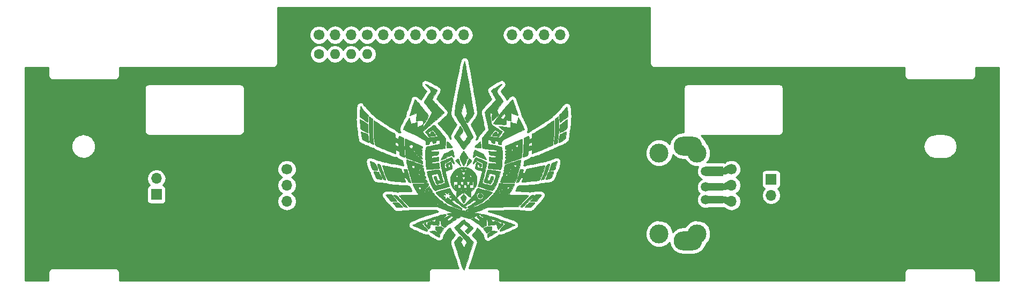
<source format=gbr>
G04 #@! TF.FileFunction,Copper,L1,Top,Signal*
%FSLAX46Y46*%
G04 Gerber Fmt 4.6, Leading zero omitted, Abs format (unit mm)*
G04 Created by KiCad (PCBNEW 4.0.6) date 05/08/17 22:23:47*
%MOMM*%
%LPD*%
G01*
G04 APERTURE LIST*
%ADD10C,0.100000*%
%ADD11C,0.010000*%
%ADD12C,1.500000*%
%ADD13C,3.000000*%
%ADD14R,3.000000X1.500000*%
%ADD15R,3.000000X1.200000*%
%ADD16O,4.500000X3.000000*%
%ADD17C,1.700000*%
%ADD18O,1.700000X1.700000*%
%ADD19R,1.700000X1.700000*%
%ADD20C,1.600000*%
%ADD21O,1.600000X1.600000*%
%ADD22C,1.000000*%
%ADD23C,0.254000*%
G04 APERTURE END LIST*
D10*
D11*
G36*
X158834285Y-110720930D02*
X158968366Y-110830121D01*
X159154160Y-110989924D01*
X159371613Y-111182190D01*
X159600668Y-111388768D01*
X159821268Y-111591509D01*
X160013358Y-111772264D01*
X160156881Y-111912884D01*
X160231780Y-111995218D01*
X160238086Y-112007223D01*
X160199239Y-112076058D01*
X160096311Y-112212903D01*
X159949721Y-112390959D01*
X159913861Y-112432745D01*
X159705113Y-112675059D01*
X159562167Y-112833763D01*
X159464657Y-112918541D01*
X159392219Y-112939079D01*
X159324487Y-112905062D01*
X159241096Y-112826175D01*
X159190920Y-112776566D01*
X159060759Y-112638229D01*
X158980492Y-112529458D01*
X158968086Y-112496345D01*
X159009306Y-112418066D01*
X159115107Y-112286277D01*
X159206211Y-112187954D01*
X159444336Y-111943803D01*
X159126836Y-111663841D01*
X158961148Y-111521586D01*
X158834492Y-111419967D01*
X158775198Y-111381439D01*
X158717083Y-111422106D01*
X158596396Y-111531375D01*
X158438493Y-111686209D01*
X158427544Y-111697303D01*
X158114027Y-112015606D01*
X159034863Y-112951428D01*
X159324792Y-113246954D01*
X159595028Y-113524038D01*
X159828862Y-113765421D01*
X160009582Y-113953841D01*
X160120479Y-114072036D01*
X160130872Y-114083551D01*
X160306044Y-114279853D01*
X159582704Y-116452487D01*
X159414481Y-116954290D01*
X159256570Y-117418709D01*
X159113901Y-117831747D01*
X158991401Y-118179409D01*
X158894000Y-118447698D01*
X158826626Y-118622618D01*
X158794927Y-118689558D01*
X158745575Y-118667611D01*
X158668279Y-118528695D01*
X158561901Y-118270477D01*
X158475759Y-118035121D01*
X158397164Y-117807663D01*
X158290401Y-117490622D01*
X158162804Y-117106534D01*
X158021707Y-116677938D01*
X157874443Y-116227372D01*
X157728347Y-115777374D01*
X157590752Y-115350482D01*
X157468992Y-114969234D01*
X157370401Y-114656168D01*
X157302314Y-114433821D01*
X157288158Y-114385483D01*
X157289775Y-114281740D01*
X157356736Y-114143632D01*
X157501164Y-113948477D01*
X157559678Y-113877483D01*
X157731000Y-113678331D01*
X157889412Y-113503570D01*
X158002432Y-113388963D01*
X158007914Y-113384020D01*
X158094397Y-113314911D01*
X158163339Y-113306626D01*
X158253565Y-113369116D01*
X158366231Y-113475852D01*
X158495842Y-113614515D01*
X158575289Y-113724637D01*
X158587086Y-113757966D01*
X158553814Y-113848958D01*
X158470387Y-113995656D01*
X158432279Y-114053837D01*
X158277472Y-114281656D01*
X158504283Y-114624203D01*
X158628964Y-114809745D01*
X158729042Y-114953696D01*
X158778504Y-115019488D01*
X158830840Y-114996320D01*
X158922470Y-114884885D01*
X159033536Y-114709341D01*
X159143524Y-114508367D01*
X159194185Y-114379761D01*
X159193745Y-114288348D01*
X159152247Y-114201891D01*
X159084671Y-114112719D01*
X158946071Y-113945247D01*
X158750293Y-113715656D01*
X158511181Y-113440124D01*
X158242582Y-113134831D01*
X158145688Y-113025651D01*
X157228040Y-111993974D01*
X157510688Y-111740691D01*
X157786926Y-111495784D01*
X158059319Y-111258947D01*
X158310561Y-111044726D01*
X158523347Y-110867666D01*
X158680372Y-110742315D01*
X158764330Y-110683218D01*
X158771976Y-110680500D01*
X158834285Y-110720930D01*
X158834285Y-110720930D01*
G37*
X158834285Y-110720930D02*
X158968366Y-110830121D01*
X159154160Y-110989924D01*
X159371613Y-111182190D01*
X159600668Y-111388768D01*
X159821268Y-111591509D01*
X160013358Y-111772264D01*
X160156881Y-111912884D01*
X160231780Y-111995218D01*
X160238086Y-112007223D01*
X160199239Y-112076058D01*
X160096311Y-112212903D01*
X159949721Y-112390959D01*
X159913861Y-112432745D01*
X159705113Y-112675059D01*
X159562167Y-112833763D01*
X159464657Y-112918541D01*
X159392219Y-112939079D01*
X159324487Y-112905062D01*
X159241096Y-112826175D01*
X159190920Y-112776566D01*
X159060759Y-112638229D01*
X158980492Y-112529458D01*
X158968086Y-112496345D01*
X159009306Y-112418066D01*
X159115107Y-112286277D01*
X159206211Y-112187954D01*
X159444336Y-111943803D01*
X159126836Y-111663841D01*
X158961148Y-111521586D01*
X158834492Y-111419967D01*
X158775198Y-111381439D01*
X158717083Y-111422106D01*
X158596396Y-111531375D01*
X158438493Y-111686209D01*
X158427544Y-111697303D01*
X158114027Y-112015606D01*
X159034863Y-112951428D01*
X159324792Y-113246954D01*
X159595028Y-113524038D01*
X159828862Y-113765421D01*
X160009582Y-113953841D01*
X160120479Y-114072036D01*
X160130872Y-114083551D01*
X160306044Y-114279853D01*
X159582704Y-116452487D01*
X159414481Y-116954290D01*
X159256570Y-117418709D01*
X159113901Y-117831747D01*
X158991401Y-118179409D01*
X158894000Y-118447698D01*
X158826626Y-118622618D01*
X158794927Y-118689558D01*
X158745575Y-118667611D01*
X158668279Y-118528695D01*
X158561901Y-118270477D01*
X158475759Y-118035121D01*
X158397164Y-117807663D01*
X158290401Y-117490622D01*
X158162804Y-117106534D01*
X158021707Y-116677938D01*
X157874443Y-116227372D01*
X157728347Y-115777374D01*
X157590752Y-115350482D01*
X157468992Y-114969234D01*
X157370401Y-114656168D01*
X157302314Y-114433821D01*
X157288158Y-114385483D01*
X157289775Y-114281740D01*
X157356736Y-114143632D01*
X157501164Y-113948477D01*
X157559678Y-113877483D01*
X157731000Y-113678331D01*
X157889412Y-113503570D01*
X158002432Y-113388963D01*
X158007914Y-113384020D01*
X158094397Y-113314911D01*
X158163339Y-113306626D01*
X158253565Y-113369116D01*
X158366231Y-113475852D01*
X158495842Y-113614515D01*
X158575289Y-113724637D01*
X158587086Y-113757966D01*
X158553814Y-113848958D01*
X158470387Y-113995656D01*
X158432279Y-114053837D01*
X158277472Y-114281656D01*
X158504283Y-114624203D01*
X158628964Y-114809745D01*
X158729042Y-114953696D01*
X158778504Y-115019488D01*
X158830840Y-114996320D01*
X158922470Y-114884885D01*
X159033536Y-114709341D01*
X159143524Y-114508367D01*
X159194185Y-114379761D01*
X159193745Y-114288348D01*
X159152247Y-114201891D01*
X159084671Y-114112719D01*
X158946071Y-113945247D01*
X158750293Y-113715656D01*
X158511181Y-113440124D01*
X158242582Y-113134831D01*
X158145688Y-113025651D01*
X157228040Y-111993974D01*
X157510688Y-111740691D01*
X157786926Y-111495784D01*
X158059319Y-111258947D01*
X158310561Y-111044726D01*
X158523347Y-110867666D01*
X158680372Y-110742315D01*
X158764330Y-110683218D01*
X158771976Y-110680500D01*
X158834285Y-110720930D01*
G36*
X154181964Y-112485609D02*
X154328371Y-112530874D01*
X154510417Y-112625463D01*
X154623255Y-112690816D01*
X155028599Y-112927933D01*
X154989973Y-113185341D01*
X154956661Y-113357835D01*
X154921041Y-113471819D01*
X154911841Y-113486930D01*
X154846497Y-113471695D01*
X154694497Y-113399373D01*
X154476488Y-113280813D01*
X154213117Y-113126863D01*
X154126355Y-113074180D01*
X153855568Y-112905658D01*
X153628638Y-112759366D01*
X153465254Y-112648386D01*
X153385102Y-112585798D01*
X153380230Y-112578394D01*
X153437952Y-112552839D01*
X153589333Y-112523354D01*
X153798998Y-112496619D01*
X154021929Y-112478059D01*
X154181964Y-112485609D01*
X154181964Y-112485609D01*
G37*
X154181964Y-112485609D02*
X154328371Y-112530874D01*
X154510417Y-112625463D01*
X154623255Y-112690816D01*
X155028599Y-112927933D01*
X154989973Y-113185341D01*
X154956661Y-113357835D01*
X154921041Y-113471819D01*
X154911841Y-113486930D01*
X154846497Y-113471695D01*
X154694497Y-113399373D01*
X154476488Y-113280813D01*
X154213117Y-113126863D01*
X154126355Y-113074180D01*
X153855568Y-112905658D01*
X153628638Y-112759366D01*
X153465254Y-112648386D01*
X153385102Y-112585798D01*
X153380230Y-112578394D01*
X153437952Y-112552839D01*
X153589333Y-112523354D01*
X153798998Y-112496619D01*
X154021929Y-112478059D01*
X154181964Y-112485609D01*
G36*
X163549078Y-112488672D02*
X163631350Y-112496842D01*
X163842448Y-112525191D01*
X163992365Y-112558155D01*
X164048086Y-112587996D01*
X163998871Y-112648900D01*
X163877032Y-112738561D01*
X163841711Y-112760508D01*
X163695865Y-112849109D01*
X163478863Y-112982047D01*
X163227497Y-113136755D01*
X163106799Y-113211280D01*
X162880289Y-113350170D01*
X162698153Y-113459717D01*
X162584557Y-113525507D01*
X162559112Y-113538000D01*
X162535007Y-113483317D01*
X162502507Y-113350584D01*
X162500273Y-113339562D01*
X162467650Y-113129446D01*
X162484114Y-112984380D01*
X162568315Y-112868070D01*
X162738908Y-112744220D01*
X162837600Y-112683170D01*
X163044838Y-112562375D01*
X163197578Y-112497891D01*
X163348199Y-112477421D01*
X163549078Y-112488672D01*
X163549078Y-112488672D01*
G37*
X163549078Y-112488672D02*
X163631350Y-112496842D01*
X163842448Y-112525191D01*
X163992365Y-112558155D01*
X164048086Y-112587996D01*
X163998871Y-112648900D01*
X163877032Y-112738561D01*
X163841711Y-112760508D01*
X163695865Y-112849109D01*
X163478863Y-112982047D01*
X163227497Y-113136755D01*
X163106799Y-113211280D01*
X162880289Y-113350170D01*
X162698153Y-113459717D01*
X162584557Y-113525507D01*
X162559112Y-113538000D01*
X162535007Y-113483317D01*
X162502507Y-113350584D01*
X162500273Y-113339562D01*
X162467650Y-113129446D01*
X162484114Y-112984380D01*
X162568315Y-112868070D01*
X162738908Y-112744220D01*
X162837600Y-112683170D01*
X163044838Y-112562375D01*
X163197578Y-112497891D01*
X163348199Y-112477421D01*
X163549078Y-112488672D01*
G36*
X154976320Y-111773259D02*
X155186516Y-111822078D01*
X155388223Y-111920015D01*
X155388823Y-111920367D01*
X155662469Y-112080734D01*
X155394402Y-112456693D01*
X155259630Y-112640214D01*
X155153088Y-112775143D01*
X155095676Y-112835163D01*
X155093141Y-112836076D01*
X155026132Y-112807743D01*
X154880666Y-112729912D01*
X154686954Y-112618819D01*
X154667645Y-112607424D01*
X154438174Y-112458837D01*
X154305688Y-112328080D01*
X154250535Y-112182727D01*
X154253066Y-111990351D01*
X154259933Y-111934625D01*
X154278996Y-111841006D01*
X154324457Y-111788749D01*
X154426627Y-111765807D01*
X154615816Y-111760135D01*
X154699339Y-111760000D01*
X154976320Y-111773259D01*
X154976320Y-111773259D01*
G37*
X154976320Y-111773259D02*
X155186516Y-111822078D01*
X155388223Y-111920015D01*
X155388823Y-111920367D01*
X155662469Y-112080734D01*
X155394402Y-112456693D01*
X155259630Y-112640214D01*
X155153088Y-112775143D01*
X155095676Y-112835163D01*
X155093141Y-112836076D01*
X155026132Y-112807743D01*
X154880666Y-112729912D01*
X154686954Y-112618819D01*
X154667645Y-112607424D01*
X154438174Y-112458837D01*
X154305688Y-112328080D01*
X154250535Y-112182727D01*
X154253066Y-111990351D01*
X154259933Y-111934625D01*
X154278996Y-111841006D01*
X154324457Y-111788749D01*
X154426627Y-111765807D01*
X154615816Y-111760135D01*
X154699339Y-111760000D01*
X154976320Y-111773259D01*
G36*
X163007975Y-111770727D02*
X163143411Y-111818231D01*
X163206001Y-111925494D01*
X163222445Y-112115498D01*
X163222586Y-112146982D01*
X163205144Y-112262259D01*
X163136623Y-112362977D01*
X162992729Y-112477618D01*
X162873173Y-112556594D01*
X162680455Y-112676846D01*
X162524028Y-112769016D01*
X162444548Y-112810029D01*
X162369298Y-112778350D01*
X162246603Y-112666745D01*
X162102371Y-112498961D01*
X162095461Y-112490044D01*
X161960882Y-112308796D01*
X161864177Y-112165658D01*
X161825632Y-112090722D01*
X161825586Y-112089723D01*
X161883017Y-112012142D01*
X162033315Y-111929078D01*
X162243485Y-111852014D01*
X162480531Y-111792434D01*
X162711459Y-111761820D01*
X162772990Y-111760000D01*
X163007975Y-111770727D01*
X163007975Y-111770727D01*
G37*
X163007975Y-111770727D02*
X163143411Y-111818231D01*
X163206001Y-111925494D01*
X163222445Y-112115498D01*
X163222586Y-112146982D01*
X163205144Y-112262259D01*
X163136623Y-112362977D01*
X162992729Y-112477618D01*
X162873173Y-112556594D01*
X162680455Y-112676846D01*
X162524028Y-112769016D01*
X162444548Y-112810029D01*
X162369298Y-112778350D01*
X162246603Y-112666745D01*
X162102371Y-112498961D01*
X162095461Y-112490044D01*
X161960882Y-112308796D01*
X161864177Y-112165658D01*
X161825632Y-112090722D01*
X161825586Y-112089723D01*
X161883017Y-112012142D01*
X162033315Y-111929078D01*
X162243485Y-111852014D01*
X162480531Y-111792434D01*
X162711459Y-111761820D01*
X162772990Y-111760000D01*
X163007975Y-111770727D01*
G36*
X155886896Y-109840945D02*
X155916225Y-109852934D01*
X156023153Y-109931443D01*
X156024878Y-110010157D01*
X155915942Y-110107062D01*
X155821119Y-110166278D01*
X155690021Y-110262227D01*
X155631694Y-110343279D01*
X155634367Y-110363050D01*
X155710806Y-110419222D01*
X155832878Y-110391848D01*
X156018199Y-110275890D01*
X156067650Y-110239171D01*
X156229704Y-110128571D01*
X156348243Y-110090824D01*
X156472675Y-110112211D01*
X156496275Y-110120149D01*
X156625708Y-110172575D01*
X156682008Y-110209853D01*
X156682086Y-110210627D01*
X156639043Y-110263785D01*
X156528333Y-110373137D01*
X156428086Y-110465804D01*
X156261282Y-110626062D01*
X156189144Y-110728908D01*
X156205168Y-110793704D01*
X156302501Y-110839699D01*
X156416140Y-110835662D01*
X156571056Y-110752697D01*
X156738041Y-110623316D01*
X157045166Y-110366177D01*
X157308126Y-110469471D01*
X157465693Y-110539308D01*
X157557832Y-110595555D01*
X157567972Y-110610757D01*
X157516447Y-110658786D01*
X157380371Y-110757108D01*
X157183218Y-110889236D01*
X157044097Y-110978691D01*
X156754590Y-111170236D01*
X156448492Y-111385738D01*
X156181136Y-111585942D01*
X156122766Y-111632285D01*
X155722196Y-111955939D01*
X155189836Y-111662955D01*
X155158086Y-111192597D01*
X155128754Y-110933388D01*
X155085852Y-110762571D01*
X155036195Y-110689308D01*
X154986600Y-110722766D01*
X154943883Y-110872109D01*
X154939478Y-110898672D01*
X154903119Y-111131073D01*
X154868363Y-111353089D01*
X154832640Y-111581179D01*
X153532286Y-111492547D01*
X153411286Y-111848523D01*
X153335160Y-112038501D01*
X153261308Y-112167651D01*
X153215940Y-112204500D01*
X153150855Y-112162349D01*
X153031848Y-112052561D01*
X152881944Y-111900134D01*
X152724165Y-111730065D01*
X152581537Y-111567352D01*
X152477084Y-111436993D01*
X152433828Y-111363984D01*
X152435653Y-111357331D01*
X152504946Y-111323335D01*
X152633961Y-111266218D01*
X152756326Y-111222932D01*
X152802086Y-111253468D01*
X152808586Y-111348611D01*
X152836858Y-111474961D01*
X152903857Y-111497681D01*
X152982855Y-111421976D01*
X153033579Y-111304804D01*
X153147834Y-111129756D01*
X153349412Y-111010616D01*
X153608026Y-110955364D01*
X153893388Y-110971980D01*
X154085385Y-111027658D01*
X154176870Y-111018114D01*
X154257323Y-110898364D01*
X154268557Y-110872275D01*
X154313941Y-110729509D01*
X154315999Y-110643621D01*
X154313368Y-110640115D01*
X154245541Y-110647954D01*
X154082058Y-110690162D01*
X153847045Y-110758902D01*
X153564628Y-110846341D01*
X153258933Y-110944642D01*
X152954087Y-111045971D01*
X152674216Y-111142492D01*
X152443446Y-111226372D01*
X152285903Y-111289774D01*
X152237086Y-111314393D01*
X152206853Y-111359127D01*
X152233596Y-111435052D01*
X152328450Y-111559323D01*
X152502553Y-111749089D01*
X152554586Y-111803396D01*
X152741014Y-111995408D01*
X152896990Y-112153107D01*
X152999701Y-112253565D01*
X153024214Y-112275365D01*
X153057933Y-112362460D01*
X153011449Y-112461149D01*
X152913866Y-112518367D01*
X152889953Y-112520154D01*
X152797332Y-112495254D01*
X152609375Y-112427235D01*
X152346932Y-112324257D01*
X152030855Y-112194483D01*
X151713727Y-112059779D01*
X151375633Y-111911836D01*
X151081858Y-111779237D01*
X150850779Y-111670612D01*
X150700774Y-111594589D01*
X150650102Y-111560377D01*
X150707647Y-111515350D01*
X150870710Y-111436905D01*
X151123932Y-111330576D01*
X151451953Y-111201900D01*
X151839414Y-111056413D01*
X152270956Y-110899650D01*
X152731218Y-110737149D01*
X153204842Y-110574444D01*
X153676467Y-110417072D01*
X154130734Y-110270569D01*
X154552284Y-110140471D01*
X154757350Y-110080016D01*
X155154303Y-109967690D01*
X155448091Y-109891077D01*
X155656357Y-109846720D01*
X155796745Y-109831161D01*
X155886896Y-109840945D01*
X155886896Y-109840945D01*
G37*
X155886896Y-109840945D02*
X155916225Y-109852934D01*
X156023153Y-109931443D01*
X156024878Y-110010157D01*
X155915942Y-110107062D01*
X155821119Y-110166278D01*
X155690021Y-110262227D01*
X155631694Y-110343279D01*
X155634367Y-110363050D01*
X155710806Y-110419222D01*
X155832878Y-110391848D01*
X156018199Y-110275890D01*
X156067650Y-110239171D01*
X156229704Y-110128571D01*
X156348243Y-110090824D01*
X156472675Y-110112211D01*
X156496275Y-110120149D01*
X156625708Y-110172575D01*
X156682008Y-110209853D01*
X156682086Y-110210627D01*
X156639043Y-110263785D01*
X156528333Y-110373137D01*
X156428086Y-110465804D01*
X156261282Y-110626062D01*
X156189144Y-110728908D01*
X156205168Y-110793704D01*
X156302501Y-110839699D01*
X156416140Y-110835662D01*
X156571056Y-110752697D01*
X156738041Y-110623316D01*
X157045166Y-110366177D01*
X157308126Y-110469471D01*
X157465693Y-110539308D01*
X157557832Y-110595555D01*
X157567972Y-110610757D01*
X157516447Y-110658786D01*
X157380371Y-110757108D01*
X157183218Y-110889236D01*
X157044097Y-110978691D01*
X156754590Y-111170236D01*
X156448492Y-111385738D01*
X156181136Y-111585942D01*
X156122766Y-111632285D01*
X155722196Y-111955939D01*
X155189836Y-111662955D01*
X155158086Y-111192597D01*
X155128754Y-110933388D01*
X155085852Y-110762571D01*
X155036195Y-110689308D01*
X154986600Y-110722766D01*
X154943883Y-110872109D01*
X154939478Y-110898672D01*
X154903119Y-111131073D01*
X154868363Y-111353089D01*
X154832640Y-111581179D01*
X153532286Y-111492547D01*
X153411286Y-111848523D01*
X153335160Y-112038501D01*
X153261308Y-112167651D01*
X153215940Y-112204500D01*
X153150855Y-112162349D01*
X153031848Y-112052561D01*
X152881944Y-111900134D01*
X152724165Y-111730065D01*
X152581537Y-111567352D01*
X152477084Y-111436993D01*
X152433828Y-111363984D01*
X152435653Y-111357331D01*
X152504946Y-111323335D01*
X152633961Y-111266218D01*
X152756326Y-111222932D01*
X152802086Y-111253468D01*
X152808586Y-111348611D01*
X152836858Y-111474961D01*
X152903857Y-111497681D01*
X152982855Y-111421976D01*
X153033579Y-111304804D01*
X153147834Y-111129756D01*
X153349412Y-111010616D01*
X153608026Y-110955364D01*
X153893388Y-110971980D01*
X154085385Y-111027658D01*
X154176870Y-111018114D01*
X154257323Y-110898364D01*
X154268557Y-110872275D01*
X154313941Y-110729509D01*
X154315999Y-110643621D01*
X154313368Y-110640115D01*
X154245541Y-110647954D01*
X154082058Y-110690162D01*
X153847045Y-110758902D01*
X153564628Y-110846341D01*
X153258933Y-110944642D01*
X152954087Y-111045971D01*
X152674216Y-111142492D01*
X152443446Y-111226372D01*
X152285903Y-111289774D01*
X152237086Y-111314393D01*
X152206853Y-111359127D01*
X152233596Y-111435052D01*
X152328450Y-111559323D01*
X152502553Y-111749089D01*
X152554586Y-111803396D01*
X152741014Y-111995408D01*
X152896990Y-112153107D01*
X152999701Y-112253565D01*
X153024214Y-112275365D01*
X153057933Y-112362460D01*
X153011449Y-112461149D01*
X152913866Y-112518367D01*
X152889953Y-112520154D01*
X152797332Y-112495254D01*
X152609375Y-112427235D01*
X152346932Y-112324257D01*
X152030855Y-112194483D01*
X151713727Y-112059779D01*
X151375633Y-111911836D01*
X151081858Y-111779237D01*
X150850779Y-111670612D01*
X150700774Y-111594589D01*
X150650102Y-111560377D01*
X150707647Y-111515350D01*
X150870710Y-111436905D01*
X151123932Y-111330576D01*
X151451953Y-111201900D01*
X151839414Y-111056413D01*
X152270956Y-110899650D01*
X152731218Y-110737149D01*
X153204842Y-110574444D01*
X153676467Y-110417072D01*
X154130734Y-110270569D01*
X154552284Y-110140471D01*
X154757350Y-110080016D01*
X155154303Y-109967690D01*
X155448091Y-109891077D01*
X155656357Y-109846720D01*
X155796745Y-109831161D01*
X155886896Y-109840945D01*
G36*
X153170919Y-105108640D02*
X153198465Y-105190791D01*
X153192405Y-105275192D01*
X153141552Y-105386226D01*
X153034722Y-105548276D01*
X152860728Y-105785724D01*
X152859636Y-105787188D01*
X152702261Y-106006219D01*
X152583679Y-106186957D01*
X152518350Y-106306366D01*
X152511982Y-106341063D01*
X152586239Y-106373258D01*
X152754599Y-106429179D01*
X152988241Y-106500631D01*
X153258347Y-106579414D01*
X153536097Y-106657332D01*
X153792671Y-106726188D01*
X153999250Y-106777785D01*
X154127014Y-106803924D01*
X154145073Y-106805570D01*
X154241614Y-106849239D01*
X154384903Y-106959975D01*
X154489072Y-107058681D01*
X154734833Y-107310363D01*
X154655252Y-107677806D01*
X154605789Y-107904467D01*
X154562601Y-108099436D01*
X154542495Y-108188125D01*
X154533606Y-108280140D01*
X154585728Y-108318417D01*
X154729713Y-108322381D01*
X154754327Y-108321485D01*
X154890900Y-108313071D01*
X154906497Y-108301238D01*
X154824711Y-108285517D01*
X154720220Y-108256307D01*
X154665166Y-108191942D01*
X154655178Y-108067938D01*
X154685881Y-107859813D01*
X154719468Y-107696232D01*
X154764891Y-107511053D01*
X154805974Y-107430153D01*
X154857197Y-107432215D01*
X154885011Y-107452519D01*
X154946431Y-107552060D01*
X154953127Y-107723165D01*
X154943843Y-107804662D01*
X154906515Y-108077000D01*
X155175175Y-108066325D01*
X155443836Y-108055650D01*
X155205466Y-108030727D01*
X155051695Y-108006685D01*
X154994325Y-107958798D01*
X155002914Y-107856896D01*
X155008024Y-107835027D01*
X155044528Y-107701940D01*
X155068840Y-107640719D01*
X155124904Y-107663179D01*
X155247595Y-107746094D01*
X155350474Y-107824495D01*
X155501824Y-107956915D01*
X155554029Y-108040636D01*
X155528027Y-108085178D01*
X155509553Y-108124172D01*
X155615129Y-108139660D01*
X155634336Y-108139946D01*
X155823858Y-108176886D01*
X156009046Y-108262775D01*
X156193256Y-108384214D01*
X156009046Y-108411592D01*
X155915733Y-108429189D01*
X155936003Y-108440295D01*
X156076494Y-108448326D01*
X156080763Y-108448485D01*
X156257637Y-108477911D01*
X156504885Y-108547939D01*
X156777858Y-108645333D01*
X156866031Y-108681247D01*
X157506959Y-108920620D01*
X158253071Y-109141799D01*
X159110309Y-109346271D01*
X160084617Y-109535520D01*
X160683549Y-109635399D01*
X160965984Y-109684615D01*
X161204596Y-109734654D01*
X161369395Y-109778732D01*
X161425929Y-109803305D01*
X161531012Y-109836380D01*
X161569684Y-109824425D01*
X161665571Y-109821586D01*
X161866693Y-109857877D01*
X162158936Y-109929006D01*
X162528189Y-110030678D01*
X162960341Y-110158599D01*
X163441279Y-110308477D01*
X163956892Y-110476017D01*
X164493068Y-110656925D01*
X165035696Y-110846909D01*
X165570663Y-111041674D01*
X165572086Y-111042203D01*
X165999726Y-111201587D01*
X166321614Y-111323125D01*
X166551154Y-111412908D01*
X166701751Y-111477022D01*
X166786811Y-111521558D01*
X166819739Y-111552604D01*
X166813940Y-111576248D01*
X166788892Y-111594880D01*
X166693436Y-111642774D01*
X166509138Y-111726382D01*
X166258922Y-111836045D01*
X165965714Y-111962105D01*
X165652439Y-112094904D01*
X165342022Y-112224784D01*
X165057388Y-112342086D01*
X164821461Y-112437152D01*
X164657167Y-112500324D01*
X164588248Y-112522000D01*
X164484879Y-112481275D01*
X164443738Y-112447752D01*
X164430792Y-112390496D01*
X164478939Y-112290084D01*
X164597612Y-112132502D01*
X164796241Y-111903738D01*
X164849757Y-111844502D01*
X165037920Y-111634690D01*
X165186360Y-111464251D01*
X165279177Y-111351784D01*
X165301914Y-111315500D01*
X165235780Y-111295771D01*
X165069172Y-111240958D01*
X164821591Y-111157624D01*
X164512542Y-111052330D01*
X164184695Y-110939633D01*
X163838724Y-110823435D01*
X163538081Y-110728575D01*
X163301524Y-110660468D01*
X163147807Y-110624526D01*
X163095586Y-110625287D01*
X163122604Y-110720668D01*
X163187739Y-110865004D01*
X163189191Y-110867818D01*
X163258090Y-110981078D01*
X163335878Y-111019807D01*
X163471273Y-111000574D01*
X163533968Y-110985076D01*
X163781727Y-110959060D01*
X164029965Y-110993136D01*
X164245088Y-111075534D01*
X164393504Y-111194483D01*
X164441112Y-111302906D01*
X164498848Y-111448531D01*
X164578092Y-111495418D01*
X164660900Y-111489428D01*
X164658988Y-111404001D01*
X164653188Y-111384836D01*
X164655174Y-111277165D01*
X164752070Y-111250525D01*
X164900142Y-111290543D01*
X164976671Y-111340114D01*
X164985024Y-111415874D01*
X164917493Y-111532779D01*
X164766371Y-111705783D01*
X164597846Y-111877078D01*
X164195106Y-112276238D01*
X164052593Y-111885383D01*
X163910081Y-111494528D01*
X162596709Y-111584048D01*
X162552192Y-111132274D01*
X162517284Y-110870951D01*
X162473815Y-110724419D01*
X162420631Y-110680500D01*
X162373159Y-110713882D01*
X162345631Y-110827161D01*
X162334367Y-111040038D01*
X162333586Y-111146658D01*
X162333586Y-111612816D01*
X161724752Y-111944184D01*
X161294911Y-111601636D01*
X161029887Y-111399977D01*
X160715730Y-111174906D01*
X160411934Y-110968807D01*
X160353805Y-110931124D01*
X159842538Y-110603160D01*
X160112299Y-110482385D01*
X160382059Y-110361609D01*
X160643447Y-110573169D01*
X160842295Y-110730432D01*
X160972874Y-110817671D01*
X161063822Y-110846944D01*
X161143779Y-110830313D01*
X161194700Y-110805298D01*
X161265940Y-110759196D01*
X161272686Y-110709628D01*
X161203428Y-110629705D01*
X161069012Y-110511663D01*
X160924246Y-110379462D01*
X160830076Y-110277569D01*
X160809586Y-110241244D01*
X160860818Y-110182879D01*
X160973703Y-110118108D01*
X161086163Y-110081890D01*
X161188591Y-110102525D01*
X161325867Y-110192924D01*
X161379716Y-110234915D01*
X161601829Y-110381776D01*
X161762967Y-110423514D01*
X161854506Y-110367578D01*
X161826468Y-110305124D01*
X161714005Y-110213379D01*
X161634106Y-110164319D01*
X161478030Y-110056467D01*
X161408189Y-109963672D01*
X161408945Y-109937490D01*
X161421632Y-109891199D01*
X161405711Y-109868785D01*
X161345413Y-109875015D01*
X161224969Y-109914658D01*
X161028610Y-109992481D01*
X160740568Y-110113252D01*
X160526706Y-110204250D01*
X160224156Y-110330814D01*
X159959596Y-110436925D01*
X159756723Y-110513416D01*
X159639234Y-110551120D01*
X159623887Y-110553500D01*
X159520680Y-110531060D01*
X159314342Y-110467381D01*
X159019843Y-110367924D01*
X158652156Y-110238149D01*
X158226250Y-110083518D01*
X157757097Y-109909490D01*
X157259668Y-109721528D01*
X156748933Y-109525092D01*
X156239865Y-109325641D01*
X156040844Y-109246555D01*
X154542353Y-108648500D01*
X152326094Y-108643039D01*
X150109836Y-108637578D01*
X149847423Y-108362860D01*
X155134566Y-108362860D01*
X155206684Y-108372436D01*
X155348586Y-108375471D01*
X155505354Y-108371533D01*
X155564109Y-108361283D01*
X155523211Y-108349017D01*
X155318099Y-108338388D01*
X155173961Y-108349017D01*
X155134566Y-108362860D01*
X149847423Y-108362860D01*
X149284336Y-107773370D01*
X148997508Y-107471983D01*
X148789680Y-107249113D01*
X148651513Y-107092030D01*
X148573672Y-106988004D01*
X148546818Y-106924307D01*
X148561614Y-106888209D01*
X148608724Y-106866981D01*
X148617586Y-106864410D01*
X148731789Y-106849317D01*
X148948615Y-106835577D01*
X149243687Y-106824181D01*
X149592628Y-106816119D01*
X149887586Y-106812777D01*
X150277815Y-106808209D01*
X150648704Y-106799962D01*
X150971149Y-106788967D01*
X151216044Y-106776161D01*
X151325634Y-106766631D01*
X151652433Y-106727367D01*
X151435285Y-106442888D01*
X151328066Y-106284803D01*
X151200584Y-106070681D01*
X151066130Y-105826560D01*
X150983903Y-105667358D01*
X151607220Y-105667358D01*
X151654660Y-105808383D01*
X151668117Y-105825800D01*
X151797825Y-105911570D01*
X151932289Y-105871736D01*
X151987503Y-105817427D01*
X152031583Y-105688593D01*
X151974015Y-105573790D01*
X151838181Y-105509338D01*
X151786534Y-105505250D01*
X151656236Y-105552622D01*
X151607220Y-105667358D01*
X150983903Y-105667358D01*
X150937998Y-105578481D01*
X150829477Y-105352480D01*
X150753861Y-105174598D01*
X150724441Y-105070873D01*
X150727698Y-105056720D01*
X150797329Y-105045480D01*
X150973459Y-105031684D01*
X151235641Y-105016517D01*
X151563430Y-105001167D01*
X151926778Y-104987152D01*
X153097012Y-104946431D01*
X153170919Y-105108640D01*
X153170919Y-105108640D01*
G37*
X153170919Y-105108640D02*
X153198465Y-105190791D01*
X153192405Y-105275192D01*
X153141552Y-105386226D01*
X153034722Y-105548276D01*
X152860728Y-105785724D01*
X152859636Y-105787188D01*
X152702261Y-106006219D01*
X152583679Y-106186957D01*
X152518350Y-106306366D01*
X152511982Y-106341063D01*
X152586239Y-106373258D01*
X152754599Y-106429179D01*
X152988241Y-106500631D01*
X153258347Y-106579414D01*
X153536097Y-106657332D01*
X153792671Y-106726188D01*
X153999250Y-106777785D01*
X154127014Y-106803924D01*
X154145073Y-106805570D01*
X154241614Y-106849239D01*
X154384903Y-106959975D01*
X154489072Y-107058681D01*
X154734833Y-107310363D01*
X154655252Y-107677806D01*
X154605789Y-107904467D01*
X154562601Y-108099436D01*
X154542495Y-108188125D01*
X154533606Y-108280140D01*
X154585728Y-108318417D01*
X154729713Y-108322381D01*
X154754327Y-108321485D01*
X154890900Y-108313071D01*
X154906497Y-108301238D01*
X154824711Y-108285517D01*
X154720220Y-108256307D01*
X154665166Y-108191942D01*
X154655178Y-108067938D01*
X154685881Y-107859813D01*
X154719468Y-107696232D01*
X154764891Y-107511053D01*
X154805974Y-107430153D01*
X154857197Y-107432215D01*
X154885011Y-107452519D01*
X154946431Y-107552060D01*
X154953127Y-107723165D01*
X154943843Y-107804662D01*
X154906515Y-108077000D01*
X155175175Y-108066325D01*
X155443836Y-108055650D01*
X155205466Y-108030727D01*
X155051695Y-108006685D01*
X154994325Y-107958798D01*
X155002914Y-107856896D01*
X155008024Y-107835027D01*
X155044528Y-107701940D01*
X155068840Y-107640719D01*
X155124904Y-107663179D01*
X155247595Y-107746094D01*
X155350474Y-107824495D01*
X155501824Y-107956915D01*
X155554029Y-108040636D01*
X155528027Y-108085178D01*
X155509553Y-108124172D01*
X155615129Y-108139660D01*
X155634336Y-108139946D01*
X155823858Y-108176886D01*
X156009046Y-108262775D01*
X156193256Y-108384214D01*
X156009046Y-108411592D01*
X155915733Y-108429189D01*
X155936003Y-108440295D01*
X156076494Y-108448326D01*
X156080763Y-108448485D01*
X156257637Y-108477911D01*
X156504885Y-108547939D01*
X156777858Y-108645333D01*
X156866031Y-108681247D01*
X157506959Y-108920620D01*
X158253071Y-109141799D01*
X159110309Y-109346271D01*
X160084617Y-109535520D01*
X160683549Y-109635399D01*
X160965984Y-109684615D01*
X161204596Y-109734654D01*
X161369395Y-109778732D01*
X161425929Y-109803305D01*
X161531012Y-109836380D01*
X161569684Y-109824425D01*
X161665571Y-109821586D01*
X161866693Y-109857877D01*
X162158936Y-109929006D01*
X162528189Y-110030678D01*
X162960341Y-110158599D01*
X163441279Y-110308477D01*
X163956892Y-110476017D01*
X164493068Y-110656925D01*
X165035696Y-110846909D01*
X165570663Y-111041674D01*
X165572086Y-111042203D01*
X165999726Y-111201587D01*
X166321614Y-111323125D01*
X166551154Y-111412908D01*
X166701751Y-111477022D01*
X166786811Y-111521558D01*
X166819739Y-111552604D01*
X166813940Y-111576248D01*
X166788892Y-111594880D01*
X166693436Y-111642774D01*
X166509138Y-111726382D01*
X166258922Y-111836045D01*
X165965714Y-111962105D01*
X165652439Y-112094904D01*
X165342022Y-112224784D01*
X165057388Y-112342086D01*
X164821461Y-112437152D01*
X164657167Y-112500324D01*
X164588248Y-112522000D01*
X164484879Y-112481275D01*
X164443738Y-112447752D01*
X164430792Y-112390496D01*
X164478939Y-112290084D01*
X164597612Y-112132502D01*
X164796241Y-111903738D01*
X164849757Y-111844502D01*
X165037920Y-111634690D01*
X165186360Y-111464251D01*
X165279177Y-111351784D01*
X165301914Y-111315500D01*
X165235780Y-111295771D01*
X165069172Y-111240958D01*
X164821591Y-111157624D01*
X164512542Y-111052330D01*
X164184695Y-110939633D01*
X163838724Y-110823435D01*
X163538081Y-110728575D01*
X163301524Y-110660468D01*
X163147807Y-110624526D01*
X163095586Y-110625287D01*
X163122604Y-110720668D01*
X163187739Y-110865004D01*
X163189191Y-110867818D01*
X163258090Y-110981078D01*
X163335878Y-111019807D01*
X163471273Y-111000574D01*
X163533968Y-110985076D01*
X163781727Y-110959060D01*
X164029965Y-110993136D01*
X164245088Y-111075534D01*
X164393504Y-111194483D01*
X164441112Y-111302906D01*
X164498848Y-111448531D01*
X164578092Y-111495418D01*
X164660900Y-111489428D01*
X164658988Y-111404001D01*
X164653188Y-111384836D01*
X164655174Y-111277165D01*
X164752070Y-111250525D01*
X164900142Y-111290543D01*
X164976671Y-111340114D01*
X164985024Y-111415874D01*
X164917493Y-111532779D01*
X164766371Y-111705783D01*
X164597846Y-111877078D01*
X164195106Y-112276238D01*
X164052593Y-111885383D01*
X163910081Y-111494528D01*
X162596709Y-111584048D01*
X162552192Y-111132274D01*
X162517284Y-110870951D01*
X162473815Y-110724419D01*
X162420631Y-110680500D01*
X162373159Y-110713882D01*
X162345631Y-110827161D01*
X162334367Y-111040038D01*
X162333586Y-111146658D01*
X162333586Y-111612816D01*
X161724752Y-111944184D01*
X161294911Y-111601636D01*
X161029887Y-111399977D01*
X160715730Y-111174906D01*
X160411934Y-110968807D01*
X160353805Y-110931124D01*
X159842538Y-110603160D01*
X160112299Y-110482385D01*
X160382059Y-110361609D01*
X160643447Y-110573169D01*
X160842295Y-110730432D01*
X160972874Y-110817671D01*
X161063822Y-110846944D01*
X161143779Y-110830313D01*
X161194700Y-110805298D01*
X161265940Y-110759196D01*
X161272686Y-110709628D01*
X161203428Y-110629705D01*
X161069012Y-110511663D01*
X160924246Y-110379462D01*
X160830076Y-110277569D01*
X160809586Y-110241244D01*
X160860818Y-110182879D01*
X160973703Y-110118108D01*
X161086163Y-110081890D01*
X161188591Y-110102525D01*
X161325867Y-110192924D01*
X161379716Y-110234915D01*
X161601829Y-110381776D01*
X161762967Y-110423514D01*
X161854506Y-110367578D01*
X161826468Y-110305124D01*
X161714005Y-110213379D01*
X161634106Y-110164319D01*
X161478030Y-110056467D01*
X161408189Y-109963672D01*
X161408945Y-109937490D01*
X161421632Y-109891199D01*
X161405711Y-109868785D01*
X161345413Y-109875015D01*
X161224969Y-109914658D01*
X161028610Y-109992481D01*
X160740568Y-110113252D01*
X160526706Y-110204250D01*
X160224156Y-110330814D01*
X159959596Y-110436925D01*
X159756723Y-110513416D01*
X159639234Y-110551120D01*
X159623887Y-110553500D01*
X159520680Y-110531060D01*
X159314342Y-110467381D01*
X159019843Y-110367924D01*
X158652156Y-110238149D01*
X158226250Y-110083518D01*
X157757097Y-109909490D01*
X157259668Y-109721528D01*
X156748933Y-109525092D01*
X156239865Y-109325641D01*
X156040844Y-109246555D01*
X154542353Y-108648500D01*
X152326094Y-108643039D01*
X150109836Y-108637578D01*
X149847423Y-108362860D01*
X155134566Y-108362860D01*
X155206684Y-108372436D01*
X155348586Y-108375471D01*
X155505354Y-108371533D01*
X155564109Y-108361283D01*
X155523211Y-108349017D01*
X155318099Y-108338388D01*
X155173961Y-108349017D01*
X155134566Y-108362860D01*
X149847423Y-108362860D01*
X149284336Y-107773370D01*
X148997508Y-107471983D01*
X148789680Y-107249113D01*
X148651513Y-107092030D01*
X148573672Y-106988004D01*
X148546818Y-106924307D01*
X148561614Y-106888209D01*
X148608724Y-106866981D01*
X148617586Y-106864410D01*
X148731789Y-106849317D01*
X148948615Y-106835577D01*
X149243687Y-106824181D01*
X149592628Y-106816119D01*
X149887586Y-106812777D01*
X150277815Y-106808209D01*
X150648704Y-106799962D01*
X150971149Y-106788967D01*
X151216044Y-106776161D01*
X151325634Y-106766631D01*
X151652433Y-106727367D01*
X151435285Y-106442888D01*
X151328066Y-106284803D01*
X151200584Y-106070681D01*
X151066130Y-105826560D01*
X150983903Y-105667358D01*
X151607220Y-105667358D01*
X151654660Y-105808383D01*
X151668117Y-105825800D01*
X151797825Y-105911570D01*
X151932289Y-105871736D01*
X151987503Y-105817427D01*
X152031583Y-105688593D01*
X151974015Y-105573790D01*
X151838181Y-105509338D01*
X151786534Y-105505250D01*
X151656236Y-105552622D01*
X151607220Y-105667358D01*
X150983903Y-105667358D01*
X150937998Y-105578481D01*
X150829477Y-105352480D01*
X150753861Y-105174598D01*
X150724441Y-105070873D01*
X150727698Y-105056720D01*
X150797329Y-105045480D01*
X150973459Y-105031684D01*
X151235641Y-105016517D01*
X151563430Y-105001167D01*
X151926778Y-104987152D01*
X153097012Y-104946431D01*
X153170919Y-105108640D01*
G36*
X156780520Y-109683452D02*
X156940243Y-109711556D01*
X157138285Y-109771378D01*
X157407021Y-109869682D01*
X157557774Y-109927556D01*
X157832879Y-110036708D01*
X158058550Y-110131709D01*
X158211780Y-110202483D01*
X158269561Y-110238954D01*
X158269586Y-110239267D01*
X158216486Y-110291792D01*
X158087091Y-110362446D01*
X157926255Y-110431255D01*
X157778832Y-110478247D01*
X157711806Y-110487639D01*
X157614905Y-110462796D01*
X157427153Y-110396507D01*
X157174002Y-110298344D01*
X156880904Y-110177877D01*
X156825168Y-110154264D01*
X156538419Y-110029200D01*
X156299310Y-109919181D01*
X156129428Y-109834575D01*
X156050362Y-109785751D01*
X156047293Y-109780679D01*
X156104840Y-109752541D01*
X156255250Y-109721052D01*
X156446524Y-109695332D01*
X156626739Y-109680299D01*
X156780520Y-109683452D01*
X156780520Y-109683452D01*
G37*
X156780520Y-109683452D02*
X156940243Y-109711556D01*
X157138285Y-109771378D01*
X157407021Y-109869682D01*
X157557774Y-109927556D01*
X157832879Y-110036708D01*
X158058550Y-110131709D01*
X158211780Y-110202483D01*
X158269561Y-110238954D01*
X158269586Y-110239267D01*
X158216486Y-110291792D01*
X158087091Y-110362446D01*
X157926255Y-110431255D01*
X157778832Y-110478247D01*
X157711806Y-110487639D01*
X157614905Y-110462796D01*
X157427153Y-110396507D01*
X157174002Y-110298344D01*
X156880904Y-110177877D01*
X156825168Y-110154264D01*
X156538419Y-110029200D01*
X156299310Y-109919181D01*
X156129428Y-109834575D01*
X156050362Y-109785751D01*
X156047293Y-109780679D01*
X156104840Y-109752541D01*
X156255250Y-109721052D01*
X156446524Y-109695332D01*
X156626739Y-109680299D01*
X156780520Y-109683452D01*
G36*
X165559952Y-104986980D02*
X165933267Y-105001649D01*
X166261346Y-105017733D01*
X166523677Y-105033964D01*
X166699745Y-105049076D01*
X166768872Y-105061619D01*
X166760061Y-105133004D01*
X166700854Y-105288322D01*
X166604215Y-105501439D01*
X166483107Y-105746220D01*
X166350491Y-105996532D01*
X166219332Y-106226240D01*
X166102593Y-106409210D01*
X166095307Y-106419577D01*
X165888278Y-106711750D01*
X166063557Y-106751862D01*
X166177624Y-106764076D01*
X166397248Y-106775502D01*
X166700986Y-106785483D01*
X167067395Y-106793363D01*
X167475031Y-106798485D01*
X167619961Y-106799487D01*
X168096402Y-106803778D01*
X168457985Y-106811308D01*
X168716824Y-106822842D01*
X168885036Y-106839143D01*
X168974737Y-106860974D01*
X168998347Y-106886375D01*
X168955407Y-106955593D01*
X168837736Y-107099741D01*
X168659322Y-107302873D01*
X168434153Y-107549045D01*
X168188722Y-107809249D01*
X167381836Y-108652749D01*
X162555836Y-108731573D01*
X162079586Y-108947755D01*
X161883080Y-109032698D01*
X161635218Y-109133771D01*
X161362401Y-109240982D01*
X161091031Y-109344341D01*
X160847509Y-109433854D01*
X160658239Y-109499533D01*
X160549621Y-109531384D01*
X160534651Y-109532407D01*
X160472018Y-109518719D01*
X160309951Y-109485352D01*
X160073571Y-109437434D01*
X159809641Y-109384420D01*
X159523008Y-109324468D01*
X159284005Y-109269578D01*
X159119164Y-109226170D01*
X159056023Y-109202103D01*
X159080663Y-109163462D01*
X159194776Y-109124862D01*
X159198718Y-109124014D01*
X159543359Y-109036658D01*
X159952167Y-108911393D01*
X160379944Y-108763933D01*
X160781494Y-108609991D01*
X161111621Y-108465282D01*
X161155565Y-108443648D01*
X161660295Y-108189907D01*
X162004638Y-108358789D01*
X162348981Y-108527670D01*
X162690152Y-108320899D01*
X162904491Y-108185669D01*
X163100278Y-108053261D01*
X163201422Y-107978496D01*
X163371520Y-107842864D01*
X163043053Y-107664090D01*
X162867539Y-107562547D01*
X162748358Y-107482081D01*
X162714586Y-107446692D01*
X162753351Y-107382854D01*
X162854915Y-107252863D01*
X162995345Y-107087118D01*
X163276105Y-106766167D01*
X163763254Y-106822860D01*
X164006173Y-106846345D01*
X164203857Y-106856697D01*
X164319233Y-106852157D01*
X164328192Y-106849702D01*
X164391244Y-106785931D01*
X164501742Y-106636383D01*
X164642931Y-106424854D01*
X164767296Y-106226051D01*
X164934836Y-105946556D01*
X165030000Y-105757745D01*
X165045684Y-105641357D01*
X164974782Y-105579132D01*
X164810191Y-105552810D01*
X164544805Y-105544130D01*
X164501667Y-105543329D01*
X164306531Y-105534667D01*
X164234924Y-105516871D01*
X165594350Y-105516871D01*
X165596186Y-105635765D01*
X165612050Y-105720945D01*
X165652896Y-105925176D01*
X165838086Y-105747752D01*
X166023276Y-105570329D01*
X165822467Y-105518294D01*
X165661357Y-105485823D01*
X165594350Y-105516871D01*
X164234924Y-105516871D01*
X164212753Y-105511361D01*
X164194767Y-105463238D01*
X164206537Y-105425875D01*
X164261198Y-105284532D01*
X164318176Y-105130418D01*
X164384777Y-104946087D01*
X165559952Y-104986980D01*
X165559952Y-104986980D01*
G37*
X165559952Y-104986980D02*
X165933267Y-105001649D01*
X166261346Y-105017733D01*
X166523677Y-105033964D01*
X166699745Y-105049076D01*
X166768872Y-105061619D01*
X166760061Y-105133004D01*
X166700854Y-105288322D01*
X166604215Y-105501439D01*
X166483107Y-105746220D01*
X166350491Y-105996532D01*
X166219332Y-106226240D01*
X166102593Y-106409210D01*
X166095307Y-106419577D01*
X165888278Y-106711750D01*
X166063557Y-106751862D01*
X166177624Y-106764076D01*
X166397248Y-106775502D01*
X166700986Y-106785483D01*
X167067395Y-106793363D01*
X167475031Y-106798485D01*
X167619961Y-106799487D01*
X168096402Y-106803778D01*
X168457985Y-106811308D01*
X168716824Y-106822842D01*
X168885036Y-106839143D01*
X168974737Y-106860974D01*
X168998347Y-106886375D01*
X168955407Y-106955593D01*
X168837736Y-107099741D01*
X168659322Y-107302873D01*
X168434153Y-107549045D01*
X168188722Y-107809249D01*
X167381836Y-108652749D01*
X162555836Y-108731573D01*
X162079586Y-108947755D01*
X161883080Y-109032698D01*
X161635218Y-109133771D01*
X161362401Y-109240982D01*
X161091031Y-109344341D01*
X160847509Y-109433854D01*
X160658239Y-109499533D01*
X160549621Y-109531384D01*
X160534651Y-109532407D01*
X160472018Y-109518719D01*
X160309951Y-109485352D01*
X160073571Y-109437434D01*
X159809641Y-109384420D01*
X159523008Y-109324468D01*
X159284005Y-109269578D01*
X159119164Y-109226170D01*
X159056023Y-109202103D01*
X159080663Y-109163462D01*
X159194776Y-109124862D01*
X159198718Y-109124014D01*
X159543359Y-109036658D01*
X159952167Y-108911393D01*
X160379944Y-108763933D01*
X160781494Y-108609991D01*
X161111621Y-108465282D01*
X161155565Y-108443648D01*
X161660295Y-108189907D01*
X162004638Y-108358789D01*
X162348981Y-108527670D01*
X162690152Y-108320899D01*
X162904491Y-108185669D01*
X163100278Y-108053261D01*
X163201422Y-107978496D01*
X163371520Y-107842864D01*
X163043053Y-107664090D01*
X162867539Y-107562547D01*
X162748358Y-107482081D01*
X162714586Y-107446692D01*
X162753351Y-107382854D01*
X162854915Y-107252863D01*
X162995345Y-107087118D01*
X163276105Y-106766167D01*
X163763254Y-106822860D01*
X164006173Y-106846345D01*
X164203857Y-106856697D01*
X164319233Y-106852157D01*
X164328192Y-106849702D01*
X164391244Y-106785931D01*
X164501742Y-106636383D01*
X164642931Y-106424854D01*
X164767296Y-106226051D01*
X164934836Y-105946556D01*
X165030000Y-105757745D01*
X165045684Y-105641357D01*
X164974782Y-105579132D01*
X164810191Y-105552810D01*
X164544805Y-105544130D01*
X164501667Y-105543329D01*
X164306531Y-105534667D01*
X164234924Y-105516871D01*
X165594350Y-105516871D01*
X165596186Y-105635765D01*
X165612050Y-105720945D01*
X165652896Y-105925176D01*
X165838086Y-105747752D01*
X166023276Y-105570329D01*
X165822467Y-105518294D01*
X165661357Y-105485823D01*
X165594350Y-105516871D01*
X164234924Y-105516871D01*
X164212753Y-105511361D01*
X164194767Y-105463238D01*
X164206537Y-105425875D01*
X164261198Y-105284532D01*
X164318176Y-105130418D01*
X164384777Y-104946087D01*
X165559952Y-104986980D01*
G36*
X161066567Y-105713876D02*
X161115027Y-105728196D01*
X161234655Y-105764029D01*
X161450668Y-105826230D01*
X161737022Y-105907393D01*
X162067676Y-106000112D01*
X162238336Y-106047619D01*
X162570161Y-106142153D01*
X162859412Y-106229068D01*
X163083514Y-106301228D01*
X163219896Y-106351498D01*
X163249288Y-106367185D01*
X163235683Y-106435690D01*
X163139341Y-106568492D01*
X162976441Y-106750236D01*
X162763164Y-106965568D01*
X162515689Y-107199133D01*
X162250197Y-107435577D01*
X161982868Y-107659545D01*
X161729881Y-107855683D01*
X161544603Y-107984901D01*
X161254115Y-108162771D01*
X160928001Y-108344511D01*
X160590713Y-108518427D01*
X160266700Y-108672824D01*
X159980412Y-108796008D01*
X159756299Y-108876285D01*
X159626736Y-108902192D01*
X159476219Y-108856670D01*
X159406883Y-108800378D01*
X159358497Y-108710169D01*
X159411709Y-108633843D01*
X159442994Y-108609878D01*
X159560507Y-108540216D01*
X159621428Y-108521500D01*
X159698816Y-108486862D01*
X159846187Y-108395976D01*
X160036120Y-108268382D01*
X160241197Y-108123618D01*
X160433995Y-107981226D01*
X160587096Y-107860744D01*
X160673078Y-107781713D01*
X160682586Y-107765319D01*
X160631397Y-107706290D01*
X160521596Y-107643033D01*
X160445904Y-107617491D01*
X160367862Y-107622768D01*
X160266340Y-107670236D01*
X160120209Y-107771268D01*
X159908341Y-107937235D01*
X159775471Y-108044619D01*
X159477327Y-108274993D01*
X159240000Y-108434114D01*
X159075483Y-108514278D01*
X159031586Y-108522539D01*
X158872836Y-108525523D01*
X159047461Y-108655808D01*
X159186909Y-108782013D01*
X159208215Y-108863852D01*
X159111334Y-108900464D01*
X159059851Y-108902500D01*
X158901511Y-108859240D01*
X158664386Y-108734553D01*
X158360225Y-108536073D01*
X158000780Y-108271435D01*
X157621081Y-107967593D01*
X157391167Y-107781538D01*
X157233713Y-107668376D01*
X157126691Y-107616143D01*
X157048076Y-107612869D01*
X157001956Y-107631231D01*
X156900325Y-107708524D01*
X156872586Y-107760257D01*
X156923720Y-107838014D01*
X157064669Y-107967574D01*
X157276752Y-108134730D01*
X157541289Y-108325270D01*
X157839601Y-108524985D01*
X158060336Y-108663751D01*
X158324467Y-108833691D01*
X158476827Y-108952906D01*
X158520801Y-109024228D01*
X158509588Y-109039494D01*
X158459749Y-109069966D01*
X158411194Y-109081380D01*
X158335977Y-109067566D01*
X158206150Y-109022354D01*
X157993767Y-108939577D01*
X157913203Y-108907845D01*
X157451323Y-108710463D01*
X156950141Y-108470043D01*
X156455382Y-108210082D01*
X156012765Y-107954078D01*
X155824836Y-107834596D01*
X155607978Y-107677724D01*
X155364064Y-107480032D01*
X155111229Y-107258942D01*
X154867611Y-107031874D01*
X154769449Y-106934000D01*
X155539086Y-106934000D01*
X155576292Y-107033588D01*
X155697836Y-107061000D01*
X155825235Y-107089054D01*
X155852676Y-107155893D01*
X155788422Y-107222632D01*
X155779253Y-107284350D01*
X155863819Y-107365313D01*
X155980619Y-107421902D01*
X156029523Y-107399438D01*
X156083274Y-107295742D01*
X156129735Y-107226243D01*
X156185294Y-107171630D01*
X156250018Y-107182804D01*
X156354151Y-107271777D01*
X156424912Y-107343476D01*
X156558199Y-107473950D01*
X156641349Y-107522847D01*
X156709460Y-107502737D01*
X156757799Y-107462697D01*
X156826691Y-107388373D01*
X156815833Y-107329075D01*
X156713103Y-107245982D01*
X156683679Y-107225334D01*
X156534858Y-107104325D01*
X156502879Y-107029486D01*
X156587156Y-106998613D01*
X156623242Y-106997500D01*
X156725398Y-106964914D01*
X156739308Y-106890605D01*
X156677802Y-106809746D01*
X156553708Y-106757509D01*
X156534710Y-106754775D01*
X156416589Y-106728702D01*
X156406604Y-106678623D01*
X156429594Y-106646431D01*
X156472149Y-106539673D01*
X156461555Y-106492281D01*
X156374206Y-106430753D01*
X156279162Y-106444964D01*
X156237586Y-106521250D01*
X156211320Y-106606893D01*
X156127871Y-106585650D01*
X156045394Y-106519718D01*
X155927200Y-106464688D01*
X155805236Y-106472807D01*
X155733401Y-106536897D01*
X155729586Y-106561786D01*
X155780169Y-106632997D01*
X155824836Y-106657036D01*
X155914531Y-106718954D01*
X155891218Y-106775424D01*
X155767977Y-106805847D01*
X155729586Y-106807000D01*
X155590145Y-106826957D01*
X155541051Y-106901216D01*
X155539086Y-106934000D01*
X154769449Y-106934000D01*
X154651347Y-106816246D01*
X154480575Y-106629479D01*
X154373431Y-106488993D01*
X154346825Y-106415031D01*
X154410340Y-106379203D01*
X154571907Y-106315794D01*
X154807551Y-106232427D01*
X155093300Y-106136724D01*
X155405181Y-106036308D01*
X155719222Y-105938799D01*
X156011449Y-105851822D01*
X156257889Y-105782997D01*
X156434570Y-105739948D01*
X156503737Y-105729237D01*
X156553747Y-105779953D01*
X156641687Y-105914262D01*
X156742779Y-106092625D01*
X157099768Y-106663305D01*
X157573535Y-107256588D01*
X158133622Y-107843793D01*
X158393463Y-108090899D01*
X158581025Y-108252494D01*
X158708567Y-108337841D01*
X158788348Y-108356204D01*
X158804099Y-108350436D01*
X158916925Y-108265026D01*
X159092365Y-108106638D01*
X159308752Y-107897299D01*
X159544420Y-107659037D01*
X159777703Y-107413877D01*
X159986935Y-107183848D01*
X160150449Y-106990976D01*
X160184039Y-106947955D01*
X160809586Y-106947955D01*
X160860316Y-107204762D01*
X160994524Y-107388127D01*
X161185238Y-107486828D01*
X161405486Y-107489641D01*
X161628295Y-107385344D01*
X161703470Y-107319884D01*
X161847537Y-107104007D01*
X161881882Y-106879940D01*
X161817644Y-106675108D01*
X161665961Y-106516938D01*
X161437972Y-106432853D01*
X161340440Y-106426000D01*
X161081847Y-106477194D01*
X160903033Y-106622855D01*
X160816080Y-106851100D01*
X160809586Y-106947955D01*
X160184039Y-106947955D01*
X160185699Y-106945829D01*
X160327177Y-106762907D01*
X160440644Y-106622244D01*
X160502823Y-106552645D01*
X160504510Y-106551286D01*
X160551472Y-106480982D01*
X160633911Y-106326750D01*
X160734948Y-106120365D01*
X160746612Y-106095544D01*
X160850842Y-105879500D01*
X160924656Y-105758089D01*
X160989436Y-105709988D01*
X161066567Y-105713876D01*
X161066567Y-105713876D01*
G37*
X161066567Y-105713876D02*
X161115027Y-105728196D01*
X161234655Y-105764029D01*
X161450668Y-105826230D01*
X161737022Y-105907393D01*
X162067676Y-106000112D01*
X162238336Y-106047619D01*
X162570161Y-106142153D01*
X162859412Y-106229068D01*
X163083514Y-106301228D01*
X163219896Y-106351498D01*
X163249288Y-106367185D01*
X163235683Y-106435690D01*
X163139341Y-106568492D01*
X162976441Y-106750236D01*
X162763164Y-106965568D01*
X162515689Y-107199133D01*
X162250197Y-107435577D01*
X161982868Y-107659545D01*
X161729881Y-107855683D01*
X161544603Y-107984901D01*
X161254115Y-108162771D01*
X160928001Y-108344511D01*
X160590713Y-108518427D01*
X160266700Y-108672824D01*
X159980412Y-108796008D01*
X159756299Y-108876285D01*
X159626736Y-108902192D01*
X159476219Y-108856670D01*
X159406883Y-108800378D01*
X159358497Y-108710169D01*
X159411709Y-108633843D01*
X159442994Y-108609878D01*
X159560507Y-108540216D01*
X159621428Y-108521500D01*
X159698816Y-108486862D01*
X159846187Y-108395976D01*
X160036120Y-108268382D01*
X160241197Y-108123618D01*
X160433995Y-107981226D01*
X160587096Y-107860744D01*
X160673078Y-107781713D01*
X160682586Y-107765319D01*
X160631397Y-107706290D01*
X160521596Y-107643033D01*
X160445904Y-107617491D01*
X160367862Y-107622768D01*
X160266340Y-107670236D01*
X160120209Y-107771268D01*
X159908341Y-107937235D01*
X159775471Y-108044619D01*
X159477327Y-108274993D01*
X159240000Y-108434114D01*
X159075483Y-108514278D01*
X159031586Y-108522539D01*
X158872836Y-108525523D01*
X159047461Y-108655808D01*
X159186909Y-108782013D01*
X159208215Y-108863852D01*
X159111334Y-108900464D01*
X159059851Y-108902500D01*
X158901511Y-108859240D01*
X158664386Y-108734553D01*
X158360225Y-108536073D01*
X158000780Y-108271435D01*
X157621081Y-107967593D01*
X157391167Y-107781538D01*
X157233713Y-107668376D01*
X157126691Y-107616143D01*
X157048076Y-107612869D01*
X157001956Y-107631231D01*
X156900325Y-107708524D01*
X156872586Y-107760257D01*
X156923720Y-107838014D01*
X157064669Y-107967574D01*
X157276752Y-108134730D01*
X157541289Y-108325270D01*
X157839601Y-108524985D01*
X158060336Y-108663751D01*
X158324467Y-108833691D01*
X158476827Y-108952906D01*
X158520801Y-109024228D01*
X158509588Y-109039494D01*
X158459749Y-109069966D01*
X158411194Y-109081380D01*
X158335977Y-109067566D01*
X158206150Y-109022354D01*
X157993767Y-108939577D01*
X157913203Y-108907845D01*
X157451323Y-108710463D01*
X156950141Y-108470043D01*
X156455382Y-108210082D01*
X156012765Y-107954078D01*
X155824836Y-107834596D01*
X155607978Y-107677724D01*
X155364064Y-107480032D01*
X155111229Y-107258942D01*
X154867611Y-107031874D01*
X154769449Y-106934000D01*
X155539086Y-106934000D01*
X155576292Y-107033588D01*
X155697836Y-107061000D01*
X155825235Y-107089054D01*
X155852676Y-107155893D01*
X155788422Y-107222632D01*
X155779253Y-107284350D01*
X155863819Y-107365313D01*
X155980619Y-107421902D01*
X156029523Y-107399438D01*
X156083274Y-107295742D01*
X156129735Y-107226243D01*
X156185294Y-107171630D01*
X156250018Y-107182804D01*
X156354151Y-107271777D01*
X156424912Y-107343476D01*
X156558199Y-107473950D01*
X156641349Y-107522847D01*
X156709460Y-107502737D01*
X156757799Y-107462697D01*
X156826691Y-107388373D01*
X156815833Y-107329075D01*
X156713103Y-107245982D01*
X156683679Y-107225334D01*
X156534858Y-107104325D01*
X156502879Y-107029486D01*
X156587156Y-106998613D01*
X156623242Y-106997500D01*
X156725398Y-106964914D01*
X156739308Y-106890605D01*
X156677802Y-106809746D01*
X156553708Y-106757509D01*
X156534710Y-106754775D01*
X156416589Y-106728702D01*
X156406604Y-106678623D01*
X156429594Y-106646431D01*
X156472149Y-106539673D01*
X156461555Y-106492281D01*
X156374206Y-106430753D01*
X156279162Y-106444964D01*
X156237586Y-106521250D01*
X156211320Y-106606893D01*
X156127871Y-106585650D01*
X156045394Y-106519718D01*
X155927200Y-106464688D01*
X155805236Y-106472807D01*
X155733401Y-106536897D01*
X155729586Y-106561786D01*
X155780169Y-106632997D01*
X155824836Y-106657036D01*
X155914531Y-106718954D01*
X155891218Y-106775424D01*
X155767977Y-106805847D01*
X155729586Y-106807000D01*
X155590145Y-106826957D01*
X155541051Y-106901216D01*
X155539086Y-106934000D01*
X154769449Y-106934000D01*
X154651347Y-106816246D01*
X154480575Y-106629479D01*
X154373431Y-106488993D01*
X154346825Y-106415031D01*
X154410340Y-106379203D01*
X154571907Y-106315794D01*
X154807551Y-106232427D01*
X155093300Y-106136724D01*
X155405181Y-106036308D01*
X155719222Y-105938799D01*
X156011449Y-105851822D01*
X156257889Y-105782997D01*
X156434570Y-105739948D01*
X156503737Y-105729237D01*
X156553747Y-105779953D01*
X156641687Y-105914262D01*
X156742779Y-106092625D01*
X157099768Y-106663305D01*
X157573535Y-107256588D01*
X158133622Y-107843793D01*
X158393463Y-108090899D01*
X158581025Y-108252494D01*
X158708567Y-108337841D01*
X158788348Y-108356204D01*
X158804099Y-108350436D01*
X158916925Y-108265026D01*
X159092365Y-108106638D01*
X159308752Y-107897299D01*
X159544420Y-107659037D01*
X159777703Y-107413877D01*
X159986935Y-107183848D01*
X160150449Y-106990976D01*
X160184039Y-106947955D01*
X160809586Y-106947955D01*
X160860316Y-107204762D01*
X160994524Y-107388127D01*
X161185238Y-107486828D01*
X161405486Y-107489641D01*
X161628295Y-107385344D01*
X161703470Y-107319884D01*
X161847537Y-107104007D01*
X161881882Y-106879940D01*
X161817644Y-106675108D01*
X161665961Y-106516938D01*
X161437972Y-106432853D01*
X161340440Y-106426000D01*
X161081847Y-106477194D01*
X160903033Y-106622855D01*
X160816080Y-106851100D01*
X160809586Y-106947955D01*
X160184039Y-106947955D01*
X160185699Y-106945829D01*
X160327177Y-106762907D01*
X160440644Y-106622244D01*
X160502823Y-106552645D01*
X160504510Y-106551286D01*
X160551472Y-106480982D01*
X160633911Y-106326750D01*
X160734948Y-106120365D01*
X160746612Y-106095544D01*
X160850842Y-105879500D01*
X160924656Y-105758089D01*
X160989436Y-105709988D01*
X161066567Y-105713876D01*
G36*
X148760565Y-108308219D02*
X148922210Y-108484515D01*
X149037180Y-108628240D01*
X149086269Y-108714729D01*
X149085480Y-108725519D01*
X149011293Y-108749847D01*
X148844759Y-108767204D01*
X148620485Y-108774138D01*
X148597963Y-108774131D01*
X148141336Y-108772763D01*
X147836614Y-108427640D01*
X147687874Y-108252358D01*
X147580087Y-108112305D01*
X147534541Y-108035326D01*
X147534231Y-108032133D01*
X147593531Y-108004288D01*
X147747064Y-107979053D01*
X147962092Y-107961737D01*
X147970665Y-107961324D01*
X148404761Y-107940899D01*
X148760565Y-108308219D01*
X148760565Y-108308219D01*
G37*
X148760565Y-108308219D02*
X148922210Y-108484515D01*
X149037180Y-108628240D01*
X149086269Y-108714729D01*
X149085480Y-108725519D01*
X149011293Y-108749847D01*
X148844759Y-108767204D01*
X148620485Y-108774138D01*
X148597963Y-108774131D01*
X148141336Y-108772763D01*
X147836614Y-108427640D01*
X147687874Y-108252358D01*
X147580087Y-108112305D01*
X147534541Y-108035326D01*
X147534231Y-108032133D01*
X147593531Y-108004288D01*
X147747064Y-107979053D01*
X147962092Y-107961737D01*
X147970665Y-107961324D01*
X148404761Y-107940899D01*
X148760565Y-108308219D01*
G36*
X169520519Y-107956604D02*
X169742294Y-107968402D01*
X169907923Y-107987214D01*
X169982516Y-108009033D01*
X169982991Y-108009707D01*
X169956157Y-108073060D01*
X169862508Y-108204104D01*
X169720964Y-108376836D01*
X169689740Y-108412766D01*
X169371565Y-108775500D01*
X168900575Y-108775500D01*
X168674338Y-108768276D01*
X168507510Y-108749183D01*
X168431289Y-108722087D01*
X168429586Y-108717117D01*
X168469716Y-108645259D01*
X168575843Y-108508484D01*
X168726572Y-108334025D01*
X168756277Y-108301281D01*
X169082969Y-107943828D01*
X169520519Y-107956604D01*
X169520519Y-107956604D01*
G37*
X169520519Y-107956604D02*
X169742294Y-107968402D01*
X169907923Y-107987214D01*
X169982516Y-108009033D01*
X169982991Y-108009707D01*
X169956157Y-108073060D01*
X169862508Y-108204104D01*
X169720964Y-108376836D01*
X169689740Y-108412766D01*
X169371565Y-108775500D01*
X168900575Y-108775500D01*
X168674338Y-108768276D01*
X168507510Y-108749183D01*
X168431289Y-108722087D01*
X168429586Y-108717117D01*
X168469716Y-108645259D01*
X168575843Y-108508484D01*
X168726572Y-108334025D01*
X168756277Y-108301281D01*
X169082969Y-107943828D01*
X169520519Y-107956604D01*
G36*
X147926758Y-106818512D02*
X148021684Y-106842150D01*
X148129780Y-106899347D01*
X148262721Y-107000057D01*
X148432181Y-107154233D01*
X148649835Y-107371829D01*
X148927359Y-107662797D01*
X149276427Y-108037093D01*
X149328118Y-108092875D01*
X149901555Y-108712000D01*
X149624695Y-108706199D01*
X149528190Y-108701454D01*
X149443052Y-108683679D01*
X149354493Y-108640830D01*
X149247726Y-108560860D01*
X149107963Y-108431726D01*
X148920416Y-108241382D01*
X148670297Y-107977784D01*
X148474773Y-107769574D01*
X147601711Y-106838750D01*
X147833326Y-106818479D01*
X147926758Y-106818512D01*
X147926758Y-106818512D01*
G37*
X147926758Y-106818512D02*
X148021684Y-106842150D01*
X148129780Y-106899347D01*
X148262721Y-107000057D01*
X148432181Y-107154233D01*
X148649835Y-107371829D01*
X148927359Y-107662797D01*
X149276427Y-108037093D01*
X149328118Y-108092875D01*
X149901555Y-108712000D01*
X149624695Y-108706199D01*
X149528190Y-108701454D01*
X149443052Y-108683679D01*
X149354493Y-108640830D01*
X149247726Y-108560860D01*
X149107963Y-108431726D01*
X148920416Y-108241382D01*
X148670297Y-107977784D01*
X148474773Y-107769574D01*
X147601711Y-106838750D01*
X147833326Y-106818479D01*
X147926758Y-106818512D01*
G36*
X169674379Y-106819224D02*
X169897037Y-106838750D01*
X169020436Y-107774980D01*
X168721595Y-108092887D01*
X168494510Y-108329420D01*
X168324841Y-108496569D01*
X168198253Y-108606322D01*
X168100407Y-108670671D01*
X168016965Y-108701606D01*
X167933590Y-108711116D01*
X167900419Y-108711605D01*
X167751309Y-108698888D01*
X167679109Y-108666721D01*
X167678169Y-108654815D01*
X167727173Y-108593647D01*
X167851350Y-108456706D01*
X168036826Y-108258775D01*
X168269728Y-108014634D01*
X168536185Y-107739065D01*
X168575528Y-107698665D01*
X168876955Y-107390683D01*
X169104983Y-107162751D01*
X169274118Y-107003260D01*
X169398867Y-106900598D01*
X169493737Y-106843156D01*
X169573233Y-106819324D01*
X169651863Y-106817492D01*
X169674379Y-106819224D01*
X169674379Y-106819224D01*
G37*
X169674379Y-106819224D02*
X169897037Y-106838750D01*
X169020436Y-107774980D01*
X168721595Y-108092887D01*
X168494510Y-108329420D01*
X168324841Y-108496569D01*
X168198253Y-108606322D01*
X168100407Y-108670671D01*
X168016965Y-108701606D01*
X167933590Y-108711116D01*
X167900419Y-108711605D01*
X167751309Y-108698888D01*
X167679109Y-108666721D01*
X167678169Y-108654815D01*
X167727173Y-108593647D01*
X167851350Y-108456706D01*
X168036826Y-108258775D01*
X168269728Y-108014634D01*
X168536185Y-107739065D01*
X168575528Y-107698665D01*
X168876955Y-107390683D01*
X169104983Y-107162751D01*
X169274118Y-107003260D01*
X169398867Y-106900598D01*
X169493737Y-106843156D01*
X169573233Y-106819324D01*
X169651863Y-106817492D01*
X169674379Y-106819224D01*
G36*
X162633874Y-107539635D02*
X162776209Y-107602994D01*
X162817555Y-107624592D01*
X163036594Y-107742990D01*
X163146417Y-107826818D01*
X163148773Y-107903277D01*
X163045414Y-107999564D01*
X162850374Y-108134531D01*
X162650051Y-108267100D01*
X162484482Y-108370401D01*
X162386893Y-108423776D01*
X162382474Y-108425462D01*
X162285524Y-108410854D01*
X162126687Y-108342758D01*
X162022231Y-108284760D01*
X161861806Y-108184789D01*
X161797903Y-108126396D01*
X161817720Y-108086528D01*
X161891667Y-108049609D01*
X161924485Y-108029521D01*
X162153651Y-108029521D01*
X162169692Y-108052622D01*
X162229403Y-108101449D01*
X162349716Y-108161897D01*
X162464641Y-108123230D01*
X162545287Y-108054200D01*
X162551889Y-108020137D01*
X162488961Y-108030927D01*
X162449799Y-108062386D01*
X162339779Y-108101218D01*
X162244483Y-108070524D01*
X162153651Y-108029521D01*
X161924485Y-108029521D01*
X162046181Y-107955032D01*
X162187986Y-107835827D01*
X162335265Y-107688547D01*
X162524925Y-107823597D01*
X162646454Y-107896661D01*
X162711273Y-107909377D01*
X162714586Y-107901016D01*
X162663074Y-107836220D01*
X162545552Y-107766368D01*
X162433622Y-107704376D01*
X162426014Y-107647735D01*
X162473897Y-107591974D01*
X162547543Y-107537332D01*
X162633874Y-107539635D01*
X162633874Y-107539635D01*
G37*
X162633874Y-107539635D02*
X162776209Y-107602994D01*
X162817555Y-107624592D01*
X163036594Y-107742990D01*
X163146417Y-107826818D01*
X163148773Y-107903277D01*
X163045414Y-107999564D01*
X162850374Y-108134531D01*
X162650051Y-108267100D01*
X162484482Y-108370401D01*
X162386893Y-108423776D01*
X162382474Y-108425462D01*
X162285524Y-108410854D01*
X162126687Y-108342758D01*
X162022231Y-108284760D01*
X161861806Y-108184789D01*
X161797903Y-108126396D01*
X161817720Y-108086528D01*
X161891667Y-108049609D01*
X161924485Y-108029521D01*
X162153651Y-108029521D01*
X162169692Y-108052622D01*
X162229403Y-108101449D01*
X162349716Y-108161897D01*
X162464641Y-108123230D01*
X162545287Y-108054200D01*
X162551889Y-108020137D01*
X162488961Y-108030927D01*
X162449799Y-108062386D01*
X162339779Y-108101218D01*
X162244483Y-108070524D01*
X162153651Y-108029521D01*
X161924485Y-108029521D01*
X162046181Y-107955032D01*
X162187986Y-107835827D01*
X162335265Y-107688547D01*
X162524925Y-107823597D01*
X162646454Y-107896661D01*
X162711273Y-107909377D01*
X162714586Y-107901016D01*
X162663074Y-107836220D01*
X162545552Y-107766368D01*
X162433622Y-107704376D01*
X162426014Y-107647735D01*
X162473897Y-107591974D01*
X162547543Y-107537332D01*
X162633874Y-107539635D01*
G36*
X158842751Y-106759997D02*
X158971032Y-106883185D01*
X159045434Y-106976308D01*
X159237080Y-107240867D01*
X159024710Y-107658933D01*
X158913364Y-107861449D01*
X158815563Y-108009955D01*
X158750363Y-108075962D01*
X158745092Y-108077000D01*
X158686467Y-108024024D01*
X158593620Y-107884145D01*
X158485189Y-107685938D01*
X158469471Y-107654442D01*
X158261098Y-107231884D01*
X158449490Y-106971817D01*
X158578471Y-106821404D01*
X158697531Y-106727492D01*
X158745836Y-106711750D01*
X158842751Y-106759997D01*
X158842751Y-106759997D01*
G37*
X158842751Y-106759997D02*
X158971032Y-106883185D01*
X159045434Y-106976308D01*
X159237080Y-107240867D01*
X159024710Y-107658933D01*
X158913364Y-107861449D01*
X158815563Y-108009955D01*
X158750363Y-108075962D01*
X158745092Y-108077000D01*
X158686467Y-108024024D01*
X158593620Y-107884145D01*
X158485189Y-107685938D01*
X158469471Y-107654442D01*
X158261098Y-107231884D01*
X158449490Y-106971817D01*
X158578471Y-106821404D01*
X158697531Y-106727492D01*
X158745836Y-106711750D01*
X158842751Y-106759997D01*
G36*
X146918961Y-106745650D02*
X147379336Y-106747801D01*
X147790897Y-107218335D01*
X147968932Y-107425886D01*
X148113116Y-107601504D01*
X148203970Y-107721057D01*
X148224814Y-107755934D01*
X148177557Y-107792916D01*
X148010612Y-107814734D01*
X147749752Y-107820622D01*
X147252336Y-107818244D01*
X146855461Y-107316297D01*
X146688703Y-107102091D01*
X146556472Y-106925958D01*
X146475620Y-106810717D01*
X146458586Y-106778925D01*
X146516810Y-106762006D01*
X146670442Y-106750132D01*
X146887920Y-106745585D01*
X146918961Y-106745650D01*
X146918961Y-106745650D01*
G37*
X146918961Y-106745650D02*
X147379336Y-106747801D01*
X147790897Y-107218335D01*
X147968932Y-107425886D01*
X148113116Y-107601504D01*
X148203970Y-107721057D01*
X148224814Y-107755934D01*
X148177557Y-107792916D01*
X148010612Y-107814734D01*
X147749752Y-107820622D01*
X147252336Y-107818244D01*
X146855461Y-107316297D01*
X146688703Y-107102091D01*
X146556472Y-106925958D01*
X146475620Y-106810717D01*
X146458586Y-106778925D01*
X146516810Y-106762006D01*
X146670442Y-106750132D01*
X146887920Y-106745585D01*
X146918961Y-106745650D01*
G36*
X170831744Y-106751698D02*
X170979984Y-106774200D01*
X171022502Y-106806159D01*
X170976175Y-106880723D01*
X170869256Y-107029232D01*
X170720310Y-107226320D01*
X170627458Y-107345909D01*
X170253581Y-107823000D01*
X169749042Y-107823000D01*
X169513205Y-107816231D01*
X169343567Y-107798105D01*
X169267019Y-107771895D01*
X169265669Y-107764197D01*
X169314850Y-107694757D01*
X169430535Y-107554535D01*
X169593461Y-107366414D01*
X169719934Y-107224447D01*
X170153033Y-106743500D01*
X170598351Y-106743500D01*
X170831744Y-106751698D01*
X170831744Y-106751698D01*
G37*
X170831744Y-106751698D02*
X170979984Y-106774200D01*
X171022502Y-106806159D01*
X170976175Y-106880723D01*
X170869256Y-107029232D01*
X170720310Y-107226320D01*
X170627458Y-107345909D01*
X170253581Y-107823000D01*
X169749042Y-107823000D01*
X169513205Y-107816231D01*
X169343567Y-107798105D01*
X169267019Y-107771895D01*
X169265669Y-107764197D01*
X169314850Y-107694757D01*
X169430535Y-107554535D01*
X169593461Y-107366414D01*
X169719934Y-107224447D01*
X170153033Y-106743500D01*
X170598351Y-106743500D01*
X170831744Y-106751698D01*
G36*
X158779136Y-102423015D02*
X158822671Y-102579730D01*
X158829044Y-102636783D01*
X158853017Y-102791464D01*
X158911266Y-102856690D01*
X159035419Y-102870000D01*
X159172938Y-102836061D01*
X159228791Y-102756825D01*
X159184208Y-102666159D01*
X159158586Y-102647750D01*
X159100071Y-102652784D01*
X159095086Y-102675752D01*
X159043713Y-102735391D01*
X158999836Y-102743000D01*
X158924723Y-102687084D01*
X158904586Y-102549622D01*
X158912240Y-102425302D01*
X158959679Y-102379502D01*
X159083613Y-102389089D01*
X159142711Y-102399583D01*
X159589824Y-102541633D01*
X160007743Y-102788453D01*
X160367211Y-103117812D01*
X160638971Y-103507479D01*
X160663145Y-103554883D01*
X160752501Y-103753788D01*
X160806111Y-103932365D01*
X160832631Y-104136122D01*
X160840718Y-104410567D01*
X160840880Y-104489250D01*
X160834750Y-104792045D01*
X160812150Y-105009148D01*
X160765904Y-105181525D01*
X160690752Y-105346500D01*
X160469485Y-105719096D01*
X160237385Y-105999015D01*
X159966349Y-106219399D01*
X159930477Y-106243028D01*
X159796469Y-106337389D01*
X159745315Y-106390867D01*
X159777711Y-106393892D01*
X159856702Y-106379701D01*
X159899456Y-106411163D01*
X159917055Y-106514773D01*
X159920579Y-106717024D01*
X159920586Y-106735473D01*
X159910538Y-106944849D01*
X159884470Y-107099353D01*
X159855598Y-107157169D01*
X159777706Y-107139834D01*
X159636488Y-107055617D01*
X159465851Y-106925431D01*
X159141093Y-106653528D01*
X159387964Y-106544473D01*
X159549028Y-106469154D01*
X159592526Y-106437147D01*
X159517831Y-106448297D01*
X159324317Y-106502454D01*
X159275511Y-106517154D01*
X159096439Y-106562312D01*
X158971811Y-106576747D01*
X158942136Y-106569383D01*
X158917699Y-106486883D01*
X158905064Y-106330792D01*
X158904586Y-106292164D01*
X158923224Y-106120246D01*
X158968960Y-106017856D01*
X159026522Y-106005233D01*
X159070438Y-106072360D01*
X159132989Y-106137781D01*
X159197971Y-106103411D01*
X159222086Y-106009502D01*
X159165075Y-105937739D01*
X159034904Y-105918000D01*
X158925585Y-105925548D01*
X158867512Y-105969464D01*
X158840932Y-106081658D01*
X158828529Y-106251375D01*
X158806886Y-106437689D01*
X158771882Y-106558688D01*
X158745836Y-106584750D01*
X158707047Y-106527440D01*
X158675525Y-106380241D01*
X158663142Y-106251375D01*
X158647739Y-106057448D01*
X158617386Y-105958522D01*
X158552328Y-105922687D01*
X158456767Y-105918000D01*
X158309965Y-105945869D01*
X158269586Y-106009502D01*
X158301894Y-106114242D01*
X158369337Y-106134762D01*
X158421233Y-106072360D01*
X158477320Y-105999476D01*
X158533682Y-106032396D01*
X158575050Y-106150883D01*
X158587086Y-106292164D01*
X158577988Y-106457230D01*
X158555512Y-106560351D01*
X158549535Y-106569383D01*
X158472168Y-106574366D01*
X158317268Y-106545007D01*
X158216160Y-106517154D01*
X158000625Y-106455068D01*
X157904025Y-106435961D01*
X157925734Y-106459984D01*
X158065124Y-106527289D01*
X158103707Y-106544473D01*
X158350578Y-106653528D01*
X158031394Y-106920764D01*
X157849358Y-107071339D01*
X157739086Y-107153168D01*
X157675549Y-107179719D01*
X157633715Y-107164461D01*
X157613419Y-107145666D01*
X157590677Y-107063867D01*
X157575311Y-106895557D01*
X157571086Y-106728637D01*
X157574089Y-106521013D01*
X157590688Y-106413931D01*
X157632264Y-106380953D01*
X157710199Y-106395640D01*
X157713961Y-106396763D01*
X157748358Y-106389231D01*
X157687440Y-106323254D01*
X157563521Y-106226417D01*
X157170126Y-105886315D01*
X156894021Y-105515907D01*
X156726166Y-105097913D01*
X156662203Y-104648000D01*
X157190086Y-104648000D01*
X157190086Y-105727500D01*
X160301586Y-105727500D01*
X160301586Y-104648000D01*
X157190086Y-104648000D01*
X156662203Y-104648000D01*
X156657518Y-104615048D01*
X156654803Y-104489250D01*
X156663450Y-104187342D01*
X156697628Y-103956611D01*
X156727428Y-103865559D01*
X157262476Y-103865559D01*
X157319375Y-104063196D01*
X157376841Y-104136255D01*
X157566516Y-104248158D01*
X157773463Y-104246828D01*
X157952086Y-104140000D01*
X158047609Y-103987322D01*
X158460086Y-103987322D01*
X158493567Y-104058965D01*
X158576281Y-104187847D01*
X158598181Y-104219081D01*
X158736276Y-104413018D01*
X158883615Y-104228884D01*
X158980229Y-104096519D01*
X159029622Y-104006133D01*
X159031270Y-103997125D01*
X158974687Y-103968719D01*
X158831168Y-103951682D01*
X158745836Y-103949500D01*
X158575365Y-103957017D01*
X158473154Y-103976037D01*
X158460086Y-103987322D01*
X158047609Y-103987322D01*
X158064024Y-103961087D01*
X158072266Y-103858929D01*
X159432651Y-103858929D01*
X159495260Y-104050018D01*
X159545798Y-104114863D01*
X159730285Y-104244791D01*
X159930586Y-104250107D01*
X160054800Y-104199639D01*
X160199430Y-104061209D01*
X160255370Y-103875421D01*
X160228001Y-103680240D01*
X160122701Y-103513628D01*
X159944853Y-103413549D01*
X159943337Y-103413165D01*
X159736606Y-103414846D01*
X159570878Y-103510357D01*
X159463708Y-103668714D01*
X159432651Y-103858929D01*
X158072266Y-103858929D01*
X158079122Y-103773965D01*
X158016199Y-103603164D01*
X157894077Y-103473209D01*
X157731577Y-103408630D01*
X157547518Y-103433953D01*
X157452330Y-103488702D01*
X157308348Y-103660732D01*
X157262476Y-103865559D01*
X156727428Y-103865559D01*
X156767826Y-103742126D01*
X156820270Y-103622604D01*
X157076641Y-103210756D01*
X158443411Y-103210756D01*
X158448539Y-103272606D01*
X158539563Y-103397075D01*
X158646417Y-103526065D01*
X158716216Y-103595638D01*
X158776504Y-103586294D01*
X158866969Y-103487561D01*
X158887059Y-103462565D01*
X158982353Y-103331591D01*
X159030024Y-103242786D01*
X159031270Y-103235125D01*
X158974249Y-103208233D01*
X158827779Y-103190965D01*
X158706310Y-103187500D01*
X158528046Y-103189671D01*
X158443411Y-103210756D01*
X157076641Y-103210756D01*
X157085414Y-103196663D01*
X157444391Y-102839069D01*
X157874495Y-102567691D01*
X158353019Y-102400401D01*
X158380711Y-102394488D01*
X158521045Y-102374436D01*
X158576931Y-102414066D01*
X158587083Y-102542073D01*
X158587086Y-102547454D01*
X158560166Y-102700882D01*
X158491836Y-102743000D01*
X158407332Y-102708711D01*
X158396586Y-102679500D01*
X158371922Y-102614676D01*
X158323221Y-102638718D01*
X158288414Y-102729637D01*
X158287045Y-102743000D01*
X158307552Y-102835577D01*
X158409806Y-102868400D01*
X158464032Y-102870000D01*
X158582822Y-102859928D01*
X158636246Y-102805705D01*
X158650215Y-102671318D01*
X158650586Y-102610708D01*
X158671925Y-102435411D01*
X158721831Y-102373878D01*
X158779136Y-102423015D01*
X158779136Y-102423015D01*
G37*
X158779136Y-102423015D02*
X158822671Y-102579730D01*
X158829044Y-102636783D01*
X158853017Y-102791464D01*
X158911266Y-102856690D01*
X159035419Y-102870000D01*
X159172938Y-102836061D01*
X159228791Y-102756825D01*
X159184208Y-102666159D01*
X159158586Y-102647750D01*
X159100071Y-102652784D01*
X159095086Y-102675752D01*
X159043713Y-102735391D01*
X158999836Y-102743000D01*
X158924723Y-102687084D01*
X158904586Y-102549622D01*
X158912240Y-102425302D01*
X158959679Y-102379502D01*
X159083613Y-102389089D01*
X159142711Y-102399583D01*
X159589824Y-102541633D01*
X160007743Y-102788453D01*
X160367211Y-103117812D01*
X160638971Y-103507479D01*
X160663145Y-103554883D01*
X160752501Y-103753788D01*
X160806111Y-103932365D01*
X160832631Y-104136122D01*
X160840718Y-104410567D01*
X160840880Y-104489250D01*
X160834750Y-104792045D01*
X160812150Y-105009148D01*
X160765904Y-105181525D01*
X160690752Y-105346500D01*
X160469485Y-105719096D01*
X160237385Y-105999015D01*
X159966349Y-106219399D01*
X159930477Y-106243028D01*
X159796469Y-106337389D01*
X159745315Y-106390867D01*
X159777711Y-106393892D01*
X159856702Y-106379701D01*
X159899456Y-106411163D01*
X159917055Y-106514773D01*
X159920579Y-106717024D01*
X159920586Y-106735473D01*
X159910538Y-106944849D01*
X159884470Y-107099353D01*
X159855598Y-107157169D01*
X159777706Y-107139834D01*
X159636488Y-107055617D01*
X159465851Y-106925431D01*
X159141093Y-106653528D01*
X159387964Y-106544473D01*
X159549028Y-106469154D01*
X159592526Y-106437147D01*
X159517831Y-106448297D01*
X159324317Y-106502454D01*
X159275511Y-106517154D01*
X159096439Y-106562312D01*
X158971811Y-106576747D01*
X158942136Y-106569383D01*
X158917699Y-106486883D01*
X158905064Y-106330792D01*
X158904586Y-106292164D01*
X158923224Y-106120246D01*
X158968960Y-106017856D01*
X159026522Y-106005233D01*
X159070438Y-106072360D01*
X159132989Y-106137781D01*
X159197971Y-106103411D01*
X159222086Y-106009502D01*
X159165075Y-105937739D01*
X159034904Y-105918000D01*
X158925585Y-105925548D01*
X158867512Y-105969464D01*
X158840932Y-106081658D01*
X158828529Y-106251375D01*
X158806886Y-106437689D01*
X158771882Y-106558688D01*
X158745836Y-106584750D01*
X158707047Y-106527440D01*
X158675525Y-106380241D01*
X158663142Y-106251375D01*
X158647739Y-106057448D01*
X158617386Y-105958522D01*
X158552328Y-105922687D01*
X158456767Y-105918000D01*
X158309965Y-105945869D01*
X158269586Y-106009502D01*
X158301894Y-106114242D01*
X158369337Y-106134762D01*
X158421233Y-106072360D01*
X158477320Y-105999476D01*
X158533682Y-106032396D01*
X158575050Y-106150883D01*
X158587086Y-106292164D01*
X158577988Y-106457230D01*
X158555512Y-106560351D01*
X158549535Y-106569383D01*
X158472168Y-106574366D01*
X158317268Y-106545007D01*
X158216160Y-106517154D01*
X158000625Y-106455068D01*
X157904025Y-106435961D01*
X157925734Y-106459984D01*
X158065124Y-106527289D01*
X158103707Y-106544473D01*
X158350578Y-106653528D01*
X158031394Y-106920764D01*
X157849358Y-107071339D01*
X157739086Y-107153168D01*
X157675549Y-107179719D01*
X157633715Y-107164461D01*
X157613419Y-107145666D01*
X157590677Y-107063867D01*
X157575311Y-106895557D01*
X157571086Y-106728637D01*
X157574089Y-106521013D01*
X157590688Y-106413931D01*
X157632264Y-106380953D01*
X157710199Y-106395640D01*
X157713961Y-106396763D01*
X157748358Y-106389231D01*
X157687440Y-106323254D01*
X157563521Y-106226417D01*
X157170126Y-105886315D01*
X156894021Y-105515907D01*
X156726166Y-105097913D01*
X156662203Y-104648000D01*
X157190086Y-104648000D01*
X157190086Y-105727500D01*
X160301586Y-105727500D01*
X160301586Y-104648000D01*
X157190086Y-104648000D01*
X156662203Y-104648000D01*
X156657518Y-104615048D01*
X156654803Y-104489250D01*
X156663450Y-104187342D01*
X156697628Y-103956611D01*
X156727428Y-103865559D01*
X157262476Y-103865559D01*
X157319375Y-104063196D01*
X157376841Y-104136255D01*
X157566516Y-104248158D01*
X157773463Y-104246828D01*
X157952086Y-104140000D01*
X158047609Y-103987322D01*
X158460086Y-103987322D01*
X158493567Y-104058965D01*
X158576281Y-104187847D01*
X158598181Y-104219081D01*
X158736276Y-104413018D01*
X158883615Y-104228884D01*
X158980229Y-104096519D01*
X159029622Y-104006133D01*
X159031270Y-103997125D01*
X158974687Y-103968719D01*
X158831168Y-103951682D01*
X158745836Y-103949500D01*
X158575365Y-103957017D01*
X158473154Y-103976037D01*
X158460086Y-103987322D01*
X158047609Y-103987322D01*
X158064024Y-103961087D01*
X158072266Y-103858929D01*
X159432651Y-103858929D01*
X159495260Y-104050018D01*
X159545798Y-104114863D01*
X159730285Y-104244791D01*
X159930586Y-104250107D01*
X160054800Y-104199639D01*
X160199430Y-104061209D01*
X160255370Y-103875421D01*
X160228001Y-103680240D01*
X160122701Y-103513628D01*
X159944853Y-103413549D01*
X159943337Y-103413165D01*
X159736606Y-103414846D01*
X159570878Y-103510357D01*
X159463708Y-103668714D01*
X159432651Y-103858929D01*
X158072266Y-103858929D01*
X158079122Y-103773965D01*
X158016199Y-103603164D01*
X157894077Y-103473209D01*
X157731577Y-103408630D01*
X157547518Y-103433953D01*
X157452330Y-103488702D01*
X157308348Y-103660732D01*
X157262476Y-103865559D01*
X156727428Y-103865559D01*
X156767826Y-103742126D01*
X156820270Y-103622604D01*
X157076641Y-103210756D01*
X158443411Y-103210756D01*
X158448539Y-103272606D01*
X158539563Y-103397075D01*
X158646417Y-103526065D01*
X158716216Y-103595638D01*
X158776504Y-103586294D01*
X158866969Y-103487561D01*
X158887059Y-103462565D01*
X158982353Y-103331591D01*
X159030024Y-103242786D01*
X159031270Y-103235125D01*
X158974249Y-103208233D01*
X158827779Y-103190965D01*
X158706310Y-103187500D01*
X158528046Y-103189671D01*
X158443411Y-103210756D01*
X157076641Y-103210756D01*
X157085414Y-103196663D01*
X157444391Y-102839069D01*
X157874495Y-102567691D01*
X158353019Y-102400401D01*
X158380711Y-102394488D01*
X158521045Y-102374436D01*
X158576931Y-102414066D01*
X158587083Y-102542073D01*
X158587086Y-102547454D01*
X158560166Y-102700882D01*
X158491836Y-102743000D01*
X158407332Y-102708711D01*
X158396586Y-102679500D01*
X158371922Y-102614676D01*
X158323221Y-102638718D01*
X158288414Y-102729637D01*
X158287045Y-102743000D01*
X158307552Y-102835577D01*
X158409806Y-102868400D01*
X158464032Y-102870000D01*
X158582822Y-102859928D01*
X158636246Y-102805705D01*
X158650215Y-102671318D01*
X158650586Y-102610708D01*
X158671925Y-102435411D01*
X158721831Y-102373878D01*
X158779136Y-102423015D01*
G36*
X164395266Y-105607553D02*
X164557423Y-105622370D01*
X164768923Y-105647788D01*
X164923531Y-105672585D01*
X164983945Y-105689692D01*
X164962407Y-105750013D01*
X164884164Y-105892756D01*
X164762634Y-106094460D01*
X164657140Y-106261044D01*
X164485772Y-106517916D01*
X164360219Y-106681161D01*
X164264426Y-106768062D01*
X164182339Y-106795904D01*
X164160637Y-106795554D01*
X164009351Y-106783583D01*
X163799401Y-106767005D01*
X163714711Y-106760324D01*
X163538901Y-106740339D01*
X163430190Y-106716190D01*
X163413086Y-106704096D01*
X163467912Y-106561754D01*
X163599301Y-106451777D01*
X163716945Y-106418633D01*
X163812380Y-106406297D01*
X163786646Y-106384541D01*
X163778211Y-106382227D01*
X163691449Y-106348859D01*
X163679631Y-106292042D01*
X163744135Y-106179668D01*
X163789695Y-106114665D01*
X163898859Y-105996917D01*
X164029190Y-105961784D01*
X164138945Y-105968935D01*
X164287458Y-105993155D01*
X164363129Y-106018957D01*
X164365586Y-106023350D01*
X164321859Y-106153621D01*
X164218302Y-106301726D01*
X164096349Y-106415202D01*
X164032911Y-106444594D01*
X163889336Y-106472204D01*
X164031414Y-106480852D01*
X164157563Y-106443688D01*
X164287385Y-106305178D01*
X164333039Y-106236761D01*
X164427280Y-106081057D01*
X164484554Y-105974053D01*
X164492586Y-105951011D01*
X164436192Y-105930330D01*
X164295332Y-105918836D01*
X164238586Y-105918000D01*
X164059569Y-105905732D01*
X163993713Y-105858113D01*
X164028625Y-105758919D01*
X164070441Y-105697858D01*
X164135309Y-105634261D01*
X164231864Y-105605975D01*
X164395266Y-105607553D01*
X164395266Y-105607553D01*
G37*
X164395266Y-105607553D02*
X164557423Y-105622370D01*
X164768923Y-105647788D01*
X164923531Y-105672585D01*
X164983945Y-105689692D01*
X164962407Y-105750013D01*
X164884164Y-105892756D01*
X164762634Y-106094460D01*
X164657140Y-106261044D01*
X164485772Y-106517916D01*
X164360219Y-106681161D01*
X164264426Y-106768062D01*
X164182339Y-106795904D01*
X164160637Y-106795554D01*
X164009351Y-106783583D01*
X163799401Y-106767005D01*
X163714711Y-106760324D01*
X163538901Y-106740339D01*
X163430190Y-106716190D01*
X163413086Y-106704096D01*
X163467912Y-106561754D01*
X163599301Y-106451777D01*
X163716945Y-106418633D01*
X163812380Y-106406297D01*
X163786646Y-106384541D01*
X163778211Y-106382227D01*
X163691449Y-106348859D01*
X163679631Y-106292042D01*
X163744135Y-106179668D01*
X163789695Y-106114665D01*
X163898859Y-105996917D01*
X164029190Y-105961784D01*
X164138945Y-105968935D01*
X164287458Y-105993155D01*
X164363129Y-106018957D01*
X164365586Y-106023350D01*
X164321859Y-106153621D01*
X164218302Y-106301726D01*
X164096349Y-106415202D01*
X164032911Y-106444594D01*
X163889336Y-106472204D01*
X164031414Y-106480852D01*
X164157563Y-106443688D01*
X164287385Y-106305178D01*
X164333039Y-106236761D01*
X164427280Y-106081057D01*
X164484554Y-105974053D01*
X164492586Y-105951011D01*
X164436192Y-105930330D01*
X164295332Y-105918836D01*
X164238586Y-105918000D01*
X164059569Y-105905732D01*
X163993713Y-105858113D01*
X164028625Y-105758919D01*
X164070441Y-105697858D01*
X164135309Y-105634261D01*
X164231864Y-105605975D01*
X164395266Y-105607553D01*
G36*
X153329584Y-105459040D02*
X153374818Y-105527157D01*
X153396302Y-105626931D01*
X153342500Y-105745980D01*
X153252633Y-105860532D01*
X153140268Y-106000562D01*
X153073197Y-106100740D01*
X153065166Y-106121823D01*
X153119729Y-106161314D01*
X153265716Y-106222794D01*
X153472414Y-106293448D01*
X153488379Y-106298411D01*
X153799516Y-106412117D01*
X154017924Y-106529759D01*
X154129982Y-106643182D01*
X154142086Y-106689841D01*
X154132512Y-106720300D01*
X154091390Y-106731625D01*
X154000120Y-106720364D01*
X153840102Y-106683069D01*
X153592737Y-106616289D01*
X153298460Y-106533356D01*
X152958257Y-106429250D01*
X152740396Y-106345057D01*
X152646083Y-106281275D01*
X152643144Y-106261790D01*
X152698491Y-106161225D01*
X152801860Y-106004546D01*
X152931163Y-105821867D01*
X153064312Y-105643300D01*
X153179217Y-105498959D01*
X153253789Y-105418954D01*
X153266726Y-105411689D01*
X153329584Y-105459040D01*
X153329584Y-105459040D01*
G37*
X153329584Y-105459040D02*
X153374818Y-105527157D01*
X153396302Y-105626931D01*
X153342500Y-105745980D01*
X153252633Y-105860532D01*
X153140268Y-106000562D01*
X153073197Y-106100740D01*
X153065166Y-106121823D01*
X153119729Y-106161314D01*
X153265716Y-106222794D01*
X153472414Y-106293448D01*
X153488379Y-106298411D01*
X153799516Y-106412117D01*
X154017924Y-106529759D01*
X154129982Y-106643182D01*
X154142086Y-106689841D01*
X154132512Y-106720300D01*
X154091390Y-106731625D01*
X154000120Y-106720364D01*
X153840102Y-106683069D01*
X153592737Y-106616289D01*
X153298460Y-106533356D01*
X152958257Y-106429250D01*
X152740396Y-106345057D01*
X152646083Y-106281275D01*
X152643144Y-106261790D01*
X152698491Y-106161225D01*
X152801860Y-106004546D01*
X152931163Y-105821867D01*
X153064312Y-105643300D01*
X153179217Y-105498959D01*
X153253789Y-105418954D01*
X153266726Y-105411689D01*
X153329584Y-105459040D01*
G36*
X153656115Y-105978201D02*
X153754716Y-106133502D01*
X153815367Y-106241179D01*
X153824586Y-106265888D01*
X153770014Y-106292331D01*
X153626974Y-106279051D01*
X153426474Y-106229379D01*
X153395961Y-106219831D01*
X153238145Y-106144648D01*
X153200816Y-106049800D01*
X153281629Y-105920733D01*
X153338615Y-105863631D01*
X153487645Y-105723625D01*
X153656115Y-105978201D01*
X153656115Y-105978201D01*
G37*
X153656115Y-105978201D02*
X153754716Y-106133502D01*
X153815367Y-106241179D01*
X153824586Y-106265888D01*
X153770014Y-106292331D01*
X153626974Y-106279051D01*
X153426474Y-106229379D01*
X153395961Y-106219831D01*
X153238145Y-106144648D01*
X153200816Y-106049800D01*
X153281629Y-105920733D01*
X153338615Y-105863631D01*
X153487645Y-105723625D01*
X153656115Y-105978201D01*
G36*
X156877254Y-100888747D02*
X156940824Y-100943815D01*
X157004090Y-101069196D01*
X157082810Y-101288838D01*
X157099246Y-101338437D01*
X157172841Y-101570289D01*
X157227367Y-101758006D01*
X157252850Y-101866861D01*
X157253586Y-101875799D01*
X157213156Y-101869749D01*
X157106717Y-101789422D01*
X156956545Y-101651835D01*
X156942897Y-101638458D01*
X156632208Y-101332441D01*
X155729586Y-101859601D01*
X155729586Y-102176293D01*
X155743995Y-102386380D01*
X155801467Y-102504087D01*
X155923372Y-102541688D01*
X156131076Y-102511453D01*
X156257135Y-102479283D01*
X156447511Y-102422442D01*
X156544219Y-102367760D01*
X156577013Y-102287466D01*
X156576976Y-102180761D01*
X156559783Y-102008078D01*
X156517682Y-101937662D01*
X156432032Y-101944936D01*
X156405424Y-101954549D01*
X156323100Y-102048484D01*
X156301086Y-102178293D01*
X156282389Y-102311356D01*
X156204373Y-102358553D01*
X156143545Y-102362000D01*
X156008100Y-102322323D01*
X155946197Y-102203391D01*
X155928879Y-102044748D01*
X155942957Y-101949489D01*
X156009606Y-101885566D01*
X156150377Y-101796793D01*
X156328787Y-101701424D01*
X156508352Y-101617710D01*
X156652588Y-101563905D01*
X156724990Y-101558238D01*
X156751634Y-101631970D01*
X156791753Y-101793482D01*
X156837707Y-102005323D01*
X156881852Y-102230039D01*
X156916549Y-102430180D01*
X156934154Y-102568292D01*
X156934983Y-102587409D01*
X156916719Y-102659522D01*
X156844363Y-102717326D01*
X156693696Y-102773558D01*
X156463897Y-102835151D01*
X156226865Y-102897673D01*
X156034391Y-102954839D01*
X155923193Y-102995628D01*
X155915658Y-102999736D01*
X155880481Y-103093647D01*
X155890885Y-103298376D01*
X155945499Y-103606736D01*
X156042954Y-104011541D01*
X156181880Y-104505605D01*
X156238458Y-104693099D01*
X156476063Y-105468449D01*
X156182199Y-105563828D01*
X155946669Y-105637036D01*
X155655502Y-105722728D01*
X155334348Y-105813928D01*
X155008860Y-105903659D01*
X154704690Y-105984946D01*
X154447490Y-106050813D01*
X154262912Y-106094283D01*
X154179321Y-106108500D01*
X154099643Y-106052922D01*
X153988007Y-105899910D01*
X153859381Y-105670040D01*
X153857006Y-105665332D01*
X153703471Y-105340559D01*
X153548948Y-104978447D01*
X153400002Y-104598642D01*
X153263199Y-104220788D01*
X153145103Y-103864530D01*
X153052278Y-103549514D01*
X152991291Y-103295384D01*
X152968706Y-103121787D01*
X152983967Y-103052801D01*
X153062082Y-103029742D01*
X153249304Y-102995870D01*
X153528433Y-102953614D01*
X153882270Y-102905401D01*
X154293614Y-102853658D01*
X154745263Y-102800812D01*
X154862438Y-102787715D01*
X154923884Y-102801409D01*
X154978348Y-102871528D01*
X155035733Y-103018957D01*
X155105943Y-103264582D01*
X155127300Y-103346250D01*
X155211637Y-103656674D01*
X155304214Y-103972857D01*
X155388196Y-104237839D01*
X155407072Y-104292815D01*
X155476244Y-104496955D01*
X155524038Y-104652559D01*
X155539086Y-104718889D01*
X155483091Y-104761178D01*
X155335721Y-104824554D01*
X155127897Y-104895863D01*
X155110461Y-104901249D01*
X154878752Y-104972283D01*
X154684042Y-105032021D01*
X154568925Y-105067396D01*
X154496979Y-105062112D01*
X154422658Y-104986452D01*
X154330493Y-104820886D01*
X154267915Y-104687345D01*
X154169706Y-104446454D01*
X154095876Y-104220068D01*
X154063325Y-104063374D01*
X154064012Y-103919063D01*
X154121568Y-103856605D01*
X154253211Y-103834351D01*
X154399087Y-103835256D01*
X154455818Y-103886810D01*
X154460980Y-103929601D01*
X154487276Y-104056534D01*
X154551599Y-104237652D01*
X154581489Y-104307060D01*
X154665335Y-104468964D01*
X154742084Y-104537956D01*
X154845766Y-104541277D01*
X154868960Y-104537186D01*
X154985612Y-104491121D01*
X155018326Y-104433626D01*
X154912133Y-104066717D01*
X154807851Y-103765391D01*
X154712108Y-103545518D01*
X154631537Y-103422967D01*
X154587981Y-103403517D01*
X154477182Y-103428505D01*
X154286428Y-103468413D01*
X154094461Y-103507127D01*
X153889899Y-103558253D01*
X153746605Y-103614214D01*
X153697586Y-103659085D01*
X153720967Y-103821799D01*
X153783115Y-104062980D01*
X153872035Y-104344681D01*
X153975733Y-104628953D01*
X154082216Y-104877848D01*
X154083950Y-104881490D01*
X154200254Y-105105383D01*
X154293556Y-105230880D01*
X154381852Y-105279783D01*
X154415204Y-105282839D01*
X154536663Y-105266854D01*
X154737196Y-105224771D01*
X154984467Y-105165155D01*
X155246140Y-105096570D01*
X155489877Y-105027580D01*
X155683342Y-104966750D01*
X155794197Y-104922643D01*
X155805988Y-104914497D01*
X155805093Y-104840609D01*
X155771736Y-104668610D01*
X155711278Y-104421627D01*
X155629081Y-104122784D01*
X155596872Y-104012588D01*
X155504958Y-103681501D01*
X155410283Y-103303817D01*
X155318564Y-102906636D01*
X155235516Y-102517057D01*
X155166856Y-102162178D01*
X155118300Y-101869099D01*
X155095565Y-101664918D01*
X155094586Y-101631468D01*
X155149725Y-101579428D01*
X155298245Y-101493486D01*
X155514801Y-101384823D01*
X155774046Y-101264623D01*
X156050635Y-101144070D01*
X156319220Y-101034347D01*
X156554457Y-100946637D01*
X156730999Y-100892123D01*
X156797621Y-100880042D01*
X156877254Y-100888747D01*
X156877254Y-100888747D01*
G37*
X156877254Y-100888747D02*
X156940824Y-100943815D01*
X157004090Y-101069196D01*
X157082810Y-101288838D01*
X157099246Y-101338437D01*
X157172841Y-101570289D01*
X157227367Y-101758006D01*
X157252850Y-101866861D01*
X157253586Y-101875799D01*
X157213156Y-101869749D01*
X157106717Y-101789422D01*
X156956545Y-101651835D01*
X156942897Y-101638458D01*
X156632208Y-101332441D01*
X155729586Y-101859601D01*
X155729586Y-102176293D01*
X155743995Y-102386380D01*
X155801467Y-102504087D01*
X155923372Y-102541688D01*
X156131076Y-102511453D01*
X156257135Y-102479283D01*
X156447511Y-102422442D01*
X156544219Y-102367760D01*
X156577013Y-102287466D01*
X156576976Y-102180761D01*
X156559783Y-102008078D01*
X156517682Y-101937662D01*
X156432032Y-101944936D01*
X156405424Y-101954549D01*
X156323100Y-102048484D01*
X156301086Y-102178293D01*
X156282389Y-102311356D01*
X156204373Y-102358553D01*
X156143545Y-102362000D01*
X156008100Y-102322323D01*
X155946197Y-102203391D01*
X155928879Y-102044748D01*
X155942957Y-101949489D01*
X156009606Y-101885566D01*
X156150377Y-101796793D01*
X156328787Y-101701424D01*
X156508352Y-101617710D01*
X156652588Y-101563905D01*
X156724990Y-101558238D01*
X156751634Y-101631970D01*
X156791753Y-101793482D01*
X156837707Y-102005323D01*
X156881852Y-102230039D01*
X156916549Y-102430180D01*
X156934154Y-102568292D01*
X156934983Y-102587409D01*
X156916719Y-102659522D01*
X156844363Y-102717326D01*
X156693696Y-102773558D01*
X156463897Y-102835151D01*
X156226865Y-102897673D01*
X156034391Y-102954839D01*
X155923193Y-102995628D01*
X155915658Y-102999736D01*
X155880481Y-103093647D01*
X155890885Y-103298376D01*
X155945499Y-103606736D01*
X156042954Y-104011541D01*
X156181880Y-104505605D01*
X156238458Y-104693099D01*
X156476063Y-105468449D01*
X156182199Y-105563828D01*
X155946669Y-105637036D01*
X155655502Y-105722728D01*
X155334348Y-105813928D01*
X155008860Y-105903659D01*
X154704690Y-105984946D01*
X154447490Y-106050813D01*
X154262912Y-106094283D01*
X154179321Y-106108500D01*
X154099643Y-106052922D01*
X153988007Y-105899910D01*
X153859381Y-105670040D01*
X153857006Y-105665332D01*
X153703471Y-105340559D01*
X153548948Y-104978447D01*
X153400002Y-104598642D01*
X153263199Y-104220788D01*
X153145103Y-103864530D01*
X153052278Y-103549514D01*
X152991291Y-103295384D01*
X152968706Y-103121787D01*
X152983967Y-103052801D01*
X153062082Y-103029742D01*
X153249304Y-102995870D01*
X153528433Y-102953614D01*
X153882270Y-102905401D01*
X154293614Y-102853658D01*
X154745263Y-102800812D01*
X154862438Y-102787715D01*
X154923884Y-102801409D01*
X154978348Y-102871528D01*
X155035733Y-103018957D01*
X155105943Y-103264582D01*
X155127300Y-103346250D01*
X155211637Y-103656674D01*
X155304214Y-103972857D01*
X155388196Y-104237839D01*
X155407072Y-104292815D01*
X155476244Y-104496955D01*
X155524038Y-104652559D01*
X155539086Y-104718889D01*
X155483091Y-104761178D01*
X155335721Y-104824554D01*
X155127897Y-104895863D01*
X155110461Y-104901249D01*
X154878752Y-104972283D01*
X154684042Y-105032021D01*
X154568925Y-105067396D01*
X154496979Y-105062112D01*
X154422658Y-104986452D01*
X154330493Y-104820886D01*
X154267915Y-104687345D01*
X154169706Y-104446454D01*
X154095876Y-104220068D01*
X154063325Y-104063374D01*
X154064012Y-103919063D01*
X154121568Y-103856605D01*
X154253211Y-103834351D01*
X154399087Y-103835256D01*
X154455818Y-103886810D01*
X154460980Y-103929601D01*
X154487276Y-104056534D01*
X154551599Y-104237652D01*
X154581489Y-104307060D01*
X154665335Y-104468964D01*
X154742084Y-104537956D01*
X154845766Y-104541277D01*
X154868960Y-104537186D01*
X154985612Y-104491121D01*
X155018326Y-104433626D01*
X154912133Y-104066717D01*
X154807851Y-103765391D01*
X154712108Y-103545518D01*
X154631537Y-103422967D01*
X154587981Y-103403517D01*
X154477182Y-103428505D01*
X154286428Y-103468413D01*
X154094461Y-103507127D01*
X153889899Y-103558253D01*
X153746605Y-103614214D01*
X153697586Y-103659085D01*
X153720967Y-103821799D01*
X153783115Y-104062980D01*
X153872035Y-104344681D01*
X153975733Y-104628953D01*
X154082216Y-104877848D01*
X154083950Y-104881490D01*
X154200254Y-105105383D01*
X154293556Y-105230880D01*
X154381852Y-105279783D01*
X154415204Y-105282839D01*
X154536663Y-105266854D01*
X154737196Y-105224771D01*
X154984467Y-105165155D01*
X155246140Y-105096570D01*
X155489877Y-105027580D01*
X155683342Y-104966750D01*
X155794197Y-104922643D01*
X155805988Y-104914497D01*
X155805093Y-104840609D01*
X155771736Y-104668610D01*
X155711278Y-104421627D01*
X155629081Y-104122784D01*
X155596872Y-104012588D01*
X155504958Y-103681501D01*
X155410283Y-103303817D01*
X155318564Y-102906636D01*
X155235516Y-102517057D01*
X155166856Y-102162178D01*
X155118300Y-101869099D01*
X155095565Y-101664918D01*
X155094586Y-101631468D01*
X155149725Y-101579428D01*
X155298245Y-101493486D01*
X155514801Y-101384823D01*
X155774046Y-101264623D01*
X156050635Y-101144070D01*
X156319220Y-101034347D01*
X156554457Y-100946637D01*
X156730999Y-100892123D01*
X156797621Y-100880042D01*
X156877254Y-100888747D01*
G36*
X160722636Y-100861180D02*
X160898669Y-100926099D01*
X161145243Y-101023454D01*
X161439326Y-101144299D01*
X161555711Y-101193236D01*
X161887439Y-101335418D01*
X162118989Y-101441144D01*
X162268040Y-101521266D01*
X162352276Y-101586632D01*
X162389378Y-101648091D01*
X162397086Y-101709490D01*
X162381353Y-101878488D01*
X162337926Y-102144097D01*
X162272464Y-102480387D01*
X162190623Y-102861426D01*
X162098061Y-103261284D01*
X162000437Y-103654030D01*
X161903407Y-104013732D01*
X161866788Y-104140000D01*
X161785838Y-104426361D01*
X161725534Y-104667333D01*
X161691641Y-104837715D01*
X161689926Y-104912305D01*
X161690052Y-104912441D01*
X161770315Y-104949818D01*
X161942283Y-105006607D01*
X162173783Y-105074225D01*
X162432645Y-105144086D01*
X162686696Y-105207607D01*
X162903765Y-105256204D01*
X163051681Y-105281292D01*
X163078641Y-105282954D01*
X163205691Y-105220673D01*
X163342496Y-105037211D01*
X163486152Y-104737754D01*
X163633757Y-104327488D01*
X163659854Y-104244436D01*
X163745545Y-103958923D01*
X163783736Y-103769672D01*
X163762644Y-103651073D01*
X163670486Y-103577514D01*
X163495479Y-103523384D01*
X163308834Y-103481463D01*
X163079140Y-103433410D01*
X162904323Y-103401412D01*
X162815105Y-103390959D01*
X162809822Y-103392293D01*
X162787106Y-103454359D01*
X162737298Y-103604016D01*
X162671204Y-103807639D01*
X162599631Y-104031605D01*
X162533385Y-104242290D01*
X162483271Y-104406072D01*
X162475148Y-104433626D01*
X162513240Y-104495764D01*
X162622711Y-104537186D01*
X162734514Y-104542470D01*
X162813490Y-104486800D01*
X162893672Y-104342934D01*
X162910182Y-104307060D01*
X162983838Y-104120922D01*
X163026531Y-103966844D01*
X163030691Y-103929601D01*
X163058474Y-103850893D01*
X163160935Y-103829467D01*
X163238461Y-103834351D01*
X163380012Y-103861269D01*
X163432546Y-103932570D01*
X163435632Y-104059158D01*
X163403963Y-104220395D01*
X163329853Y-104445360D01*
X163230418Y-104682931D01*
X163118165Y-104906605D01*
X163033504Y-105029815D01*
X162961134Y-105071636D01*
X162922122Y-105067198D01*
X162806606Y-105031704D01*
X162611903Y-104971970D01*
X162381211Y-104901249D01*
X162170048Y-104829875D01*
X162016984Y-104765430D01*
X161952938Y-104721072D01*
X161952586Y-104718889D01*
X161972154Y-104636117D01*
X162023077Y-104471828D01*
X162083565Y-104292815D01*
X162164590Y-104045891D01*
X162258860Y-103736549D01*
X162348004Y-103425372D01*
X162360961Y-103378000D01*
X162507378Y-102838250D01*
X162976107Y-102854591D01*
X163278713Y-102873043D01*
X163632954Y-102906179D01*
X163965321Y-102947057D01*
X163984586Y-102949841D01*
X164524336Y-103028750D01*
X164504105Y-103251000D01*
X164465349Y-103460328D01*
X164384233Y-103756738D01*
X164270814Y-104111632D01*
X164135146Y-104496412D01*
X163987288Y-104882483D01*
X163837295Y-105241245D01*
X163703456Y-105527800D01*
X163571844Y-105788072D01*
X163467107Y-105961978D01*
X163362145Y-106059536D01*
X163229861Y-106090761D01*
X163043155Y-106065670D01*
X162774931Y-105994279D01*
X162587586Y-105940271D01*
X162252816Y-105843142D01*
X161881118Y-105733845D01*
X161549565Y-105635053D01*
X161531382Y-105629578D01*
X161014928Y-105473945D01*
X161231203Y-104792443D01*
X161336856Y-104441437D01*
X161433773Y-104086211D01*
X161516970Y-103749082D01*
X161581463Y-103452367D01*
X161622268Y-103218384D01*
X161634403Y-103069449D01*
X161624943Y-103029190D01*
X161549636Y-102995242D01*
X161384598Y-102939602D01*
X161162823Y-102873244D01*
X161119147Y-102860931D01*
X160886888Y-102791294D01*
X160701979Y-102727029D01*
X160599350Y-102680448D01*
X160592805Y-102675372D01*
X160575528Y-102592378D01*
X160586790Y-102429280D01*
X160619500Y-102218866D01*
X160666563Y-101993921D01*
X160720887Y-101787231D01*
X160775379Y-101631583D01*
X160822945Y-101559763D01*
X160834272Y-101559228D01*
X161138543Y-101686661D01*
X161345239Y-101777515D01*
X161473146Y-101846096D01*
X161541051Y-101906708D01*
X161567740Y-101973657D01*
X161571999Y-102061249D01*
X161571586Y-102120683D01*
X161564390Y-102280677D01*
X161525847Y-102347261D01*
X161430519Y-102353888D01*
X161396961Y-102350342D01*
X161260304Y-102304238D01*
X161205867Y-102184034D01*
X161202761Y-102160999D01*
X161153900Y-102021032D01*
X161082548Y-101953129D01*
X161005074Y-101928300D01*
X160963817Y-101952940D01*
X160934697Y-102056468D01*
X160915140Y-102157646D01*
X160905742Y-102287551D01*
X160949745Y-102377696D01*
X161067337Y-102441383D01*
X161278703Y-102491915D01*
X161469662Y-102523068D01*
X161768884Y-102567939D01*
X161749610Y-102197836D01*
X161730336Y-101827734D01*
X161293527Y-101581439D01*
X160856719Y-101335144D01*
X160547402Y-101639810D01*
X160394812Y-101782127D01*
X160284310Y-101869974D01*
X160238311Y-101885687D01*
X160238086Y-101883579D01*
X160259268Y-101763977D01*
X160314284Y-101579436D01*
X160390331Y-101363255D01*
X160474610Y-101148728D01*
X160554321Y-100969154D01*
X160616663Y-100857829D01*
X160640175Y-100837642D01*
X160722636Y-100861180D01*
X160722636Y-100861180D01*
G37*
X160722636Y-100861180D02*
X160898669Y-100926099D01*
X161145243Y-101023454D01*
X161439326Y-101144299D01*
X161555711Y-101193236D01*
X161887439Y-101335418D01*
X162118989Y-101441144D01*
X162268040Y-101521266D01*
X162352276Y-101586632D01*
X162389378Y-101648091D01*
X162397086Y-101709490D01*
X162381353Y-101878488D01*
X162337926Y-102144097D01*
X162272464Y-102480387D01*
X162190623Y-102861426D01*
X162098061Y-103261284D01*
X162000437Y-103654030D01*
X161903407Y-104013732D01*
X161866788Y-104140000D01*
X161785838Y-104426361D01*
X161725534Y-104667333D01*
X161691641Y-104837715D01*
X161689926Y-104912305D01*
X161690052Y-104912441D01*
X161770315Y-104949818D01*
X161942283Y-105006607D01*
X162173783Y-105074225D01*
X162432645Y-105144086D01*
X162686696Y-105207607D01*
X162903765Y-105256204D01*
X163051681Y-105281292D01*
X163078641Y-105282954D01*
X163205691Y-105220673D01*
X163342496Y-105037211D01*
X163486152Y-104737754D01*
X163633757Y-104327488D01*
X163659854Y-104244436D01*
X163745545Y-103958923D01*
X163783736Y-103769672D01*
X163762644Y-103651073D01*
X163670486Y-103577514D01*
X163495479Y-103523384D01*
X163308834Y-103481463D01*
X163079140Y-103433410D01*
X162904323Y-103401412D01*
X162815105Y-103390959D01*
X162809822Y-103392293D01*
X162787106Y-103454359D01*
X162737298Y-103604016D01*
X162671204Y-103807639D01*
X162599631Y-104031605D01*
X162533385Y-104242290D01*
X162483271Y-104406072D01*
X162475148Y-104433626D01*
X162513240Y-104495764D01*
X162622711Y-104537186D01*
X162734514Y-104542470D01*
X162813490Y-104486800D01*
X162893672Y-104342934D01*
X162910182Y-104307060D01*
X162983838Y-104120922D01*
X163026531Y-103966844D01*
X163030691Y-103929601D01*
X163058474Y-103850893D01*
X163160935Y-103829467D01*
X163238461Y-103834351D01*
X163380012Y-103861269D01*
X163432546Y-103932570D01*
X163435632Y-104059158D01*
X163403963Y-104220395D01*
X163329853Y-104445360D01*
X163230418Y-104682931D01*
X163118165Y-104906605D01*
X163033504Y-105029815D01*
X162961134Y-105071636D01*
X162922122Y-105067198D01*
X162806606Y-105031704D01*
X162611903Y-104971970D01*
X162381211Y-104901249D01*
X162170048Y-104829875D01*
X162016984Y-104765430D01*
X161952938Y-104721072D01*
X161952586Y-104718889D01*
X161972154Y-104636117D01*
X162023077Y-104471828D01*
X162083565Y-104292815D01*
X162164590Y-104045891D01*
X162258860Y-103736549D01*
X162348004Y-103425372D01*
X162360961Y-103378000D01*
X162507378Y-102838250D01*
X162976107Y-102854591D01*
X163278713Y-102873043D01*
X163632954Y-102906179D01*
X163965321Y-102947057D01*
X163984586Y-102949841D01*
X164524336Y-103028750D01*
X164504105Y-103251000D01*
X164465349Y-103460328D01*
X164384233Y-103756738D01*
X164270814Y-104111632D01*
X164135146Y-104496412D01*
X163987288Y-104882483D01*
X163837295Y-105241245D01*
X163703456Y-105527800D01*
X163571844Y-105788072D01*
X163467107Y-105961978D01*
X163362145Y-106059536D01*
X163229861Y-106090761D01*
X163043155Y-106065670D01*
X162774931Y-105994279D01*
X162587586Y-105940271D01*
X162252816Y-105843142D01*
X161881118Y-105733845D01*
X161549565Y-105635053D01*
X161531382Y-105629578D01*
X161014928Y-105473945D01*
X161231203Y-104792443D01*
X161336856Y-104441437D01*
X161433773Y-104086211D01*
X161516970Y-103749082D01*
X161581463Y-103452367D01*
X161622268Y-103218384D01*
X161634403Y-103069449D01*
X161624943Y-103029190D01*
X161549636Y-102995242D01*
X161384598Y-102939602D01*
X161162823Y-102873244D01*
X161119147Y-102860931D01*
X160886888Y-102791294D01*
X160701979Y-102727029D01*
X160599350Y-102680448D01*
X160592805Y-102675372D01*
X160575528Y-102592378D01*
X160586790Y-102429280D01*
X160619500Y-102218866D01*
X160666563Y-101993921D01*
X160720887Y-101787231D01*
X160775379Y-101631583D01*
X160822945Y-101559763D01*
X160834272Y-101559228D01*
X161138543Y-101686661D01*
X161345239Y-101777515D01*
X161473146Y-101846096D01*
X161541051Y-101906708D01*
X161567740Y-101973657D01*
X161571999Y-102061249D01*
X161571586Y-102120683D01*
X161564390Y-102280677D01*
X161525847Y-102347261D01*
X161430519Y-102353888D01*
X161396961Y-102350342D01*
X161260304Y-102304238D01*
X161205867Y-102184034D01*
X161202761Y-102160999D01*
X161153900Y-102021032D01*
X161082548Y-101953129D01*
X161005074Y-101928300D01*
X160963817Y-101952940D01*
X160934697Y-102056468D01*
X160915140Y-102157646D01*
X160905742Y-102287551D01*
X160949745Y-102377696D01*
X161067337Y-102441383D01*
X161278703Y-102491915D01*
X161469662Y-102523068D01*
X161768884Y-102567939D01*
X161749610Y-102197836D01*
X161730336Y-101827734D01*
X161293527Y-101581439D01*
X160856719Y-101335144D01*
X160547402Y-101639810D01*
X160394812Y-101782127D01*
X160284310Y-101869974D01*
X160238311Y-101885687D01*
X160238086Y-101883579D01*
X160259268Y-101763977D01*
X160314284Y-101579436D01*
X160390331Y-101363255D01*
X160474610Y-101148728D01*
X160554321Y-100969154D01*
X160616663Y-100857829D01*
X160640175Y-100837642D01*
X160722636Y-100861180D01*
G36*
X146149484Y-102151119D02*
X146386921Y-102195314D01*
X146597346Y-102239706D01*
X146939754Y-102311500D01*
X147349240Y-102391604D01*
X147767385Y-102468828D01*
X148046086Y-102517214D01*
X148839836Y-102650078D01*
X148944667Y-102966414D01*
X149019676Y-103159861D01*
X149096050Y-103260618D01*
X149199779Y-103300583D01*
X149219132Y-103303285D01*
X149321327Y-103309323D01*
X149364649Y-103273570D01*
X149363688Y-103164801D01*
X149345215Y-103033410D01*
X149301665Y-102743000D01*
X149804850Y-102743000D01*
X149951150Y-103298625D01*
X150039816Y-103619740D01*
X150140332Y-103960188D01*
X150233164Y-104254142D01*
X150246518Y-104293997D01*
X150335480Y-104562010D01*
X150379322Y-104728886D01*
X150373924Y-104813687D01*
X150315167Y-104835476D01*
X150198931Y-104813314D01*
X150137797Y-104797055D01*
X150058608Y-104729021D01*
X149954255Y-104579816D01*
X149868612Y-104423421D01*
X149760243Y-104222831D01*
X149670206Y-104116326D01*
X149574225Y-104078352D01*
X149539025Y-104076500D01*
X149431443Y-104088193D01*
X149389036Y-104140000D01*
X149408112Y-104257016D01*
X149482784Y-104458849D01*
X149538455Y-104622540D01*
X149557399Y-104731728D01*
X149552085Y-104750667D01*
X149478133Y-104757916D01*
X149300670Y-104751762D01*
X149042218Y-104734417D01*
X148725302Y-104708091D01*
X148372447Y-104674996D01*
X148006175Y-104637343D01*
X147649013Y-104597343D01*
X147323484Y-104557207D01*
X147052111Y-104519146D01*
X146864621Y-104486850D01*
X146748215Y-104406551D01*
X146621365Y-104207829D01*
X146564844Y-104089641D01*
X146477231Y-103879740D01*
X146375232Y-103612513D01*
X146266814Y-103311827D01*
X146159945Y-103001552D01*
X146062594Y-102705557D01*
X145982729Y-102447711D01*
X145928317Y-102251883D01*
X145907327Y-102141942D01*
X145909856Y-102127562D01*
X145981416Y-102127060D01*
X146149484Y-102151119D01*
X146149484Y-102151119D01*
G37*
X146149484Y-102151119D02*
X146386921Y-102195314D01*
X146597346Y-102239706D01*
X146939754Y-102311500D01*
X147349240Y-102391604D01*
X147767385Y-102468828D01*
X148046086Y-102517214D01*
X148839836Y-102650078D01*
X148944667Y-102966414D01*
X149019676Y-103159861D01*
X149096050Y-103260618D01*
X149199779Y-103300583D01*
X149219132Y-103303285D01*
X149321327Y-103309323D01*
X149364649Y-103273570D01*
X149363688Y-103164801D01*
X149345215Y-103033410D01*
X149301665Y-102743000D01*
X149804850Y-102743000D01*
X149951150Y-103298625D01*
X150039816Y-103619740D01*
X150140332Y-103960188D01*
X150233164Y-104254142D01*
X150246518Y-104293997D01*
X150335480Y-104562010D01*
X150379322Y-104728886D01*
X150373924Y-104813687D01*
X150315167Y-104835476D01*
X150198931Y-104813314D01*
X150137797Y-104797055D01*
X150058608Y-104729021D01*
X149954255Y-104579816D01*
X149868612Y-104423421D01*
X149760243Y-104222831D01*
X149670206Y-104116326D01*
X149574225Y-104078352D01*
X149539025Y-104076500D01*
X149431443Y-104088193D01*
X149389036Y-104140000D01*
X149408112Y-104257016D01*
X149482784Y-104458849D01*
X149538455Y-104622540D01*
X149557399Y-104731728D01*
X149552085Y-104750667D01*
X149478133Y-104757916D01*
X149300670Y-104751762D01*
X149042218Y-104734417D01*
X148725302Y-104708091D01*
X148372447Y-104674996D01*
X148006175Y-104637343D01*
X147649013Y-104597343D01*
X147323484Y-104557207D01*
X147052111Y-104519146D01*
X146864621Y-104486850D01*
X146748215Y-104406551D01*
X146621365Y-104207829D01*
X146564844Y-104089641D01*
X146477231Y-103879740D01*
X146375232Y-103612513D01*
X146266814Y-103311827D01*
X146159945Y-103001552D01*
X146062594Y-102705557D01*
X145982729Y-102447711D01*
X145928317Y-102251883D01*
X145907327Y-102141942D01*
X145909856Y-102127562D01*
X145981416Y-102127060D01*
X146149484Y-102151119D01*
G36*
X149785133Y-101250082D02*
X149955624Y-101294251D01*
X150209813Y-101368991D01*
X150529515Y-101468889D01*
X150896547Y-101588535D01*
X151021878Y-101630395D01*
X151446832Y-101774252D01*
X151766452Y-101886096D01*
X151996268Y-101972912D01*
X152151810Y-102041685D01*
X152248609Y-102099399D01*
X152302194Y-102153041D01*
X152328096Y-102209593D01*
X152330620Y-102219021D01*
X152343043Y-102352950D01*
X152317712Y-102419476D01*
X152126981Y-102558269D01*
X151912484Y-102721632D01*
X151697842Y-102890578D01*
X151506678Y-103046121D01*
X151362613Y-103169274D01*
X151289269Y-103241053D01*
X151284586Y-103249858D01*
X151334060Y-103300461D01*
X151470464Y-103408992D01*
X151675774Y-103561870D01*
X151931961Y-103745517D01*
X152081804Y-103850402D01*
X152432489Y-104100952D01*
X152686256Y-104301038D01*
X152856099Y-104463818D01*
X152955014Y-104602450D01*
X152995998Y-104730093D01*
X152999086Y-104779133D01*
X152938181Y-104799220D01*
X152765801Y-104815962D01*
X152497441Y-104828589D01*
X152148600Y-104836332D01*
X151802982Y-104838500D01*
X150606879Y-104838500D01*
X150374859Y-104092375D01*
X150241388Y-103647396D01*
X150114169Y-103193965D01*
X149997215Y-102749469D01*
X149894545Y-102331297D01*
X149878638Y-102260697D01*
X150543126Y-102260697D01*
X150547230Y-102405428D01*
X150622371Y-102516214D01*
X150772732Y-102608135D01*
X150911607Y-102574313D01*
X150966401Y-102521574D01*
X151020833Y-102380728D01*
X150993663Y-102233935D01*
X150902122Y-102129810D01*
X150819826Y-102108000D01*
X150638951Y-102151301D01*
X150543126Y-102260697D01*
X149878638Y-102260697D01*
X149810172Y-101956836D01*
X149748114Y-101643474D01*
X149712386Y-101408600D01*
X149707004Y-101269601D01*
X149716523Y-101241896D01*
X149785133Y-101250082D01*
X149785133Y-101250082D01*
G37*
X149785133Y-101250082D02*
X149955624Y-101294251D01*
X150209813Y-101368991D01*
X150529515Y-101468889D01*
X150896547Y-101588535D01*
X151021878Y-101630395D01*
X151446832Y-101774252D01*
X151766452Y-101886096D01*
X151996268Y-101972912D01*
X152151810Y-102041685D01*
X152248609Y-102099399D01*
X152302194Y-102153041D01*
X152328096Y-102209593D01*
X152330620Y-102219021D01*
X152343043Y-102352950D01*
X152317712Y-102419476D01*
X152126981Y-102558269D01*
X151912484Y-102721632D01*
X151697842Y-102890578D01*
X151506678Y-103046121D01*
X151362613Y-103169274D01*
X151289269Y-103241053D01*
X151284586Y-103249858D01*
X151334060Y-103300461D01*
X151470464Y-103408992D01*
X151675774Y-103561870D01*
X151931961Y-103745517D01*
X152081804Y-103850402D01*
X152432489Y-104100952D01*
X152686256Y-104301038D01*
X152856099Y-104463818D01*
X152955014Y-104602450D01*
X152995998Y-104730093D01*
X152999086Y-104779133D01*
X152938181Y-104799220D01*
X152765801Y-104815962D01*
X152497441Y-104828589D01*
X152148600Y-104836332D01*
X151802982Y-104838500D01*
X150606879Y-104838500D01*
X150374859Y-104092375D01*
X150241388Y-103647396D01*
X150114169Y-103193965D01*
X149997215Y-102749469D01*
X149894545Y-102331297D01*
X149878638Y-102260697D01*
X150543126Y-102260697D01*
X150547230Y-102405428D01*
X150622371Y-102516214D01*
X150772732Y-102608135D01*
X150911607Y-102574313D01*
X150966401Y-102521574D01*
X151020833Y-102380728D01*
X150993663Y-102233935D01*
X150902122Y-102129810D01*
X150819826Y-102108000D01*
X150638951Y-102151301D01*
X150543126Y-102260697D01*
X149878638Y-102260697D01*
X149810172Y-101956836D01*
X149748114Y-101643474D01*
X149712386Y-101408600D01*
X149707004Y-101269601D01*
X149716523Y-101241896D01*
X149785133Y-101250082D01*
G36*
X167770089Y-101236837D02*
X167776066Y-101317288D01*
X167751896Y-101500410D01*
X167702341Y-101766764D01*
X167632164Y-102096914D01*
X167546126Y-102471421D01*
X167448987Y-102870848D01*
X167345511Y-103275756D01*
X167240458Y-103666708D01*
X167138591Y-104024267D01*
X167044670Y-104328994D01*
X166963459Y-104561452D01*
X166943387Y-104611561D01*
X166848566Y-104838500D01*
X165706073Y-104838500D01*
X165338335Y-104835828D01*
X165016280Y-104828409D01*
X164760685Y-104817136D01*
X164592327Y-104802900D01*
X164532410Y-104788064D01*
X164537604Y-104704793D01*
X164586664Y-104552282D01*
X164620808Y-104470564D01*
X164740376Y-104203500D01*
X165345521Y-104203500D01*
X165588382Y-104206043D01*
X165760771Y-104201479D01*
X165877381Y-104171516D01*
X165952902Y-104097862D01*
X166002027Y-103962227D01*
X166039448Y-103746318D01*
X166079857Y-103431845D01*
X166101785Y-103261949D01*
X166188475Y-102606149D01*
X165648431Y-102651134D01*
X165108386Y-102696120D01*
X165149736Y-102489372D01*
X165179061Y-102308983D01*
X165191086Y-102168841D01*
X165212879Y-102122431D01*
X165276352Y-102076073D01*
X166665478Y-102076073D01*
X166682324Y-102132069D01*
X166739263Y-102248446D01*
X166810313Y-102377125D01*
X166869491Y-102470029D01*
X166888420Y-102488598D01*
X166923054Y-102437960D01*
X166993982Y-102309308D01*
X167034345Y-102231550D01*
X167165686Y-101974100D01*
X166924511Y-102017724D01*
X166765834Y-102049111D01*
X166673035Y-102072563D01*
X166665478Y-102076073D01*
X165276352Y-102076073D01*
X165287136Y-102068197D01*
X165427168Y-102000512D01*
X165646286Y-101913751D01*
X165957803Y-101802287D01*
X166375032Y-101660494D01*
X166465064Y-101630423D01*
X166844146Y-101505939D01*
X167181259Y-101398798D01*
X167458352Y-101314445D01*
X167657370Y-101258324D01*
X167760262Y-101235881D01*
X167770089Y-101236837D01*
X167770089Y-101236837D01*
G37*
X167770089Y-101236837D02*
X167776066Y-101317288D01*
X167751896Y-101500410D01*
X167702341Y-101766764D01*
X167632164Y-102096914D01*
X167546126Y-102471421D01*
X167448987Y-102870848D01*
X167345511Y-103275756D01*
X167240458Y-103666708D01*
X167138591Y-104024267D01*
X167044670Y-104328994D01*
X166963459Y-104561452D01*
X166943387Y-104611561D01*
X166848566Y-104838500D01*
X165706073Y-104838500D01*
X165338335Y-104835828D01*
X165016280Y-104828409D01*
X164760685Y-104817136D01*
X164592327Y-104802900D01*
X164532410Y-104788064D01*
X164537604Y-104704793D01*
X164586664Y-104552282D01*
X164620808Y-104470564D01*
X164740376Y-104203500D01*
X165345521Y-104203500D01*
X165588382Y-104206043D01*
X165760771Y-104201479D01*
X165877381Y-104171516D01*
X165952902Y-104097862D01*
X166002027Y-103962227D01*
X166039448Y-103746318D01*
X166079857Y-103431845D01*
X166101785Y-103261949D01*
X166188475Y-102606149D01*
X165648431Y-102651134D01*
X165108386Y-102696120D01*
X165149736Y-102489372D01*
X165179061Y-102308983D01*
X165191086Y-102168841D01*
X165212879Y-102122431D01*
X165276352Y-102076073D01*
X166665478Y-102076073D01*
X166682324Y-102132069D01*
X166739263Y-102248446D01*
X166810313Y-102377125D01*
X166869491Y-102470029D01*
X166888420Y-102488598D01*
X166923054Y-102437960D01*
X166993982Y-102309308D01*
X167034345Y-102231550D01*
X167165686Y-101974100D01*
X166924511Y-102017724D01*
X166765834Y-102049111D01*
X166673035Y-102072563D01*
X166665478Y-102076073D01*
X165276352Y-102076073D01*
X165287136Y-102068197D01*
X165427168Y-102000512D01*
X165646286Y-101913751D01*
X165957803Y-101802287D01*
X166375032Y-101660494D01*
X166465064Y-101630423D01*
X166844146Y-101505939D01*
X167181259Y-101398798D01*
X167458352Y-101314445D01*
X167657370Y-101258324D01*
X167760262Y-101235881D01*
X167770089Y-101236837D01*
G36*
X171576545Y-102122292D02*
X171573763Y-102196383D01*
X171533158Y-102365907D01*
X171462279Y-102607678D01*
X171368676Y-102898511D01*
X171259895Y-103215220D01*
X171143488Y-103534620D01*
X171027002Y-103833524D01*
X170990767Y-103921478D01*
X170865448Y-104201368D01*
X170764675Y-104377387D01*
X170677003Y-104467459D01*
X170629680Y-104486972D01*
X170435875Y-104520491D01*
X170163725Y-104557921D01*
X169836153Y-104597109D01*
X169476083Y-104635907D01*
X169106438Y-104672162D01*
X168750142Y-104703726D01*
X168430118Y-104728447D01*
X168169290Y-104744174D01*
X167990582Y-104748758D01*
X167918461Y-104741318D01*
X167907791Y-104667380D01*
X167954151Y-104523211D01*
X167985558Y-104456574D01*
X168078972Y-104255847D01*
X168101571Y-104140425D01*
X168050571Y-104088372D01*
X167937461Y-104077583D01*
X167831022Y-104094217D01*
X167749369Y-104160930D01*
X167666801Y-104305309D01*
X167612114Y-104426833D01*
X167519096Y-104612314D01*
X167431418Y-104738610D01*
X167379182Y-104775000D01*
X167250264Y-104796848D01*
X167187139Y-104817147D01*
X167111106Y-104827946D01*
X167104872Y-104754601D01*
X167115842Y-104706022D01*
X167147124Y-104591963D01*
X167206989Y-104382341D01*
X167287874Y-104103337D01*
X167382216Y-103781134D01*
X167421481Y-103647875D01*
X167688582Y-102743000D01*
X167932084Y-102743000D01*
X168088585Y-102753909D01*
X168160994Y-102804834D01*
X168163082Y-102923069D01*
X168116518Y-103108544D01*
X168084323Y-103247778D01*
X168113861Y-103303850D01*
X168227925Y-103314482D01*
X168240969Y-103314500D01*
X168361059Y-103299078D01*
X168434017Y-103230421D01*
X168492196Y-103074941D01*
X168500921Y-103044625D01*
X168563143Y-102862470D01*
X168627327Y-102729919D01*
X168646345Y-102704904D01*
X168735232Y-102666066D01*
X168919686Y-102617224D01*
X169169455Y-102565673D01*
X169358172Y-102533267D01*
X169696503Y-102475225D01*
X170100058Y-102399265D01*
X170510457Y-102316648D01*
X170772373Y-102260480D01*
X171068654Y-102197839D01*
X171317711Y-102150918D01*
X171494753Y-102123978D01*
X171574994Y-102121279D01*
X171576545Y-102122292D01*
X171576545Y-102122292D01*
G37*
X171576545Y-102122292D02*
X171573763Y-102196383D01*
X171533158Y-102365907D01*
X171462279Y-102607678D01*
X171368676Y-102898511D01*
X171259895Y-103215220D01*
X171143488Y-103534620D01*
X171027002Y-103833524D01*
X170990767Y-103921478D01*
X170865448Y-104201368D01*
X170764675Y-104377387D01*
X170677003Y-104467459D01*
X170629680Y-104486972D01*
X170435875Y-104520491D01*
X170163725Y-104557921D01*
X169836153Y-104597109D01*
X169476083Y-104635907D01*
X169106438Y-104672162D01*
X168750142Y-104703726D01*
X168430118Y-104728447D01*
X168169290Y-104744174D01*
X167990582Y-104748758D01*
X167918461Y-104741318D01*
X167907791Y-104667380D01*
X167954151Y-104523211D01*
X167985558Y-104456574D01*
X168078972Y-104255847D01*
X168101571Y-104140425D01*
X168050571Y-104088372D01*
X167937461Y-104077583D01*
X167831022Y-104094217D01*
X167749369Y-104160930D01*
X167666801Y-104305309D01*
X167612114Y-104426833D01*
X167519096Y-104612314D01*
X167431418Y-104738610D01*
X167379182Y-104775000D01*
X167250264Y-104796848D01*
X167187139Y-104817147D01*
X167111106Y-104827946D01*
X167104872Y-104754601D01*
X167115842Y-104706022D01*
X167147124Y-104591963D01*
X167206989Y-104382341D01*
X167287874Y-104103337D01*
X167382216Y-103781134D01*
X167421481Y-103647875D01*
X167688582Y-102743000D01*
X167932084Y-102743000D01*
X168088585Y-102753909D01*
X168160994Y-102804834D01*
X168163082Y-102923069D01*
X168116518Y-103108544D01*
X168084323Y-103247778D01*
X168113861Y-103303850D01*
X168227925Y-103314482D01*
X168240969Y-103314500D01*
X168361059Y-103299078D01*
X168434017Y-103230421D01*
X168492196Y-103074941D01*
X168500921Y-103044625D01*
X168563143Y-102862470D01*
X168627327Y-102729919D01*
X168646345Y-102704904D01*
X168735232Y-102666066D01*
X168919686Y-102617224D01*
X169169455Y-102565673D01*
X169358172Y-102533267D01*
X169696503Y-102475225D01*
X170100058Y-102399265D01*
X170510457Y-102316648D01*
X170772373Y-102260480D01*
X171068654Y-102197839D01*
X171317711Y-102150918D01*
X171494753Y-102123978D01*
X171574994Y-102121279D01*
X171576545Y-102122292D01*
G36*
X145236211Y-101876432D02*
X145393765Y-101920716D01*
X145477069Y-101944319D01*
X145584162Y-102028618D01*
X145669314Y-102222109D01*
X145686500Y-102282733D01*
X145739362Y-102452270D01*
X145829089Y-102708202D01*
X145944351Y-103019421D01*
X146073821Y-103354823D01*
X146112391Y-103452131D01*
X146234424Y-103760444D01*
X146337601Y-104025668D01*
X146413609Y-104226076D01*
X146454136Y-104339939D01*
X146458586Y-104357006D01*
X146403337Y-104383055D01*
X146270360Y-104393999D01*
X146269155Y-104394000D01*
X146147317Y-104377263D01*
X146055382Y-104307866D01*
X145960733Y-104157030D01*
X145927326Y-104092375D01*
X145844669Y-103913232D01*
X145738848Y-103661416D01*
X145619125Y-103361656D01*
X145494758Y-103038683D01*
X145375010Y-102717229D01*
X145269141Y-102422022D01*
X145186411Y-102177795D01*
X145136081Y-102009277D01*
X145125086Y-101949980D01*
X145165936Y-101873410D01*
X145236211Y-101876432D01*
X145236211Y-101876432D01*
G37*
X145236211Y-101876432D02*
X145393765Y-101920716D01*
X145477069Y-101944319D01*
X145584162Y-102028618D01*
X145669314Y-102222109D01*
X145686500Y-102282733D01*
X145739362Y-102452270D01*
X145829089Y-102708202D01*
X145944351Y-103019421D01*
X146073821Y-103354823D01*
X146112391Y-103452131D01*
X146234424Y-103760444D01*
X146337601Y-104025668D01*
X146413609Y-104226076D01*
X146454136Y-104339939D01*
X146458586Y-104357006D01*
X146403337Y-104383055D01*
X146270360Y-104393999D01*
X146269155Y-104394000D01*
X146147317Y-104377263D01*
X146055382Y-104307866D01*
X145960733Y-104157030D01*
X145927326Y-104092375D01*
X145844669Y-103913232D01*
X145738848Y-103661416D01*
X145619125Y-103361656D01*
X145494758Y-103038683D01*
X145375010Y-102717229D01*
X145269141Y-102422022D01*
X145186411Y-102177795D01*
X145136081Y-102009277D01*
X145125086Y-101949980D01*
X145165936Y-101873410D01*
X145236211Y-101876432D01*
G36*
X172358044Y-101887791D02*
X172353349Y-101960881D01*
X172308600Y-102129843D01*
X172231421Y-102372837D01*
X172129438Y-102668028D01*
X172010277Y-102993575D01*
X171881563Y-103327641D01*
X171750922Y-103648389D01*
X171708347Y-103748381D01*
X171588869Y-104021701D01*
X171502263Y-104199634D01*
X171431700Y-104303662D01*
X171360348Y-104355271D01*
X171271379Y-104375941D01*
X171212268Y-104381620D01*
X170980916Y-104400990D01*
X171222334Y-103841016D01*
X171353503Y-103520264D01*
X171497657Y-103141815D01*
X171630798Y-102769466D01*
X171677044Y-102632124D01*
X171773653Y-102344211D01*
X171846487Y-102153931D01*
X171909825Y-102037754D01*
X171977949Y-101972148D01*
X172065137Y-101933583D01*
X172109015Y-101920324D01*
X172261067Y-101886400D01*
X172352098Y-101884324D01*
X172358044Y-101887791D01*
X172358044Y-101887791D01*
G37*
X172358044Y-101887791D02*
X172353349Y-101960881D01*
X172308600Y-102129843D01*
X172231421Y-102372837D01*
X172129438Y-102668028D01*
X172010277Y-102993575D01*
X171881563Y-103327641D01*
X171750922Y-103648389D01*
X171708347Y-103748381D01*
X171588869Y-104021701D01*
X171502263Y-104199634D01*
X171431700Y-104303662D01*
X171360348Y-104355271D01*
X171271379Y-104375941D01*
X171212268Y-104381620D01*
X170980916Y-104400990D01*
X171222334Y-103841016D01*
X171353503Y-103520264D01*
X171497657Y-103141815D01*
X171630798Y-102769466D01*
X171677044Y-102632124D01*
X171773653Y-102344211D01*
X171846487Y-102153931D01*
X171909825Y-102037754D01*
X171977949Y-101972148D01*
X172065137Y-101933583D01*
X172109015Y-101920324D01*
X172261067Y-101886400D01*
X172352098Y-101884324D01*
X172358044Y-101887791D01*
G36*
X144910468Y-103098834D02*
X145117979Y-103127304D01*
X145271305Y-103158466D01*
X145327405Y-103179732D01*
X145364881Y-103246996D01*
X145436996Y-103399251D01*
X145529616Y-103604229D01*
X145628607Y-103829658D01*
X145719839Y-104043269D01*
X145789177Y-104212792D01*
X145822489Y-104305955D01*
X145823586Y-104312697D01*
X145807357Y-104321486D01*
X145743162Y-104322089D01*
X145607735Y-104313305D01*
X145377812Y-104293932D01*
X145263570Y-104283790D01*
X145120464Y-104266289D01*
X145024575Y-104227704D01*
X144948712Y-104141765D01*
X144865688Y-103982202D01*
X144798570Y-103834509D01*
X144698030Y-103597368D01*
X144616952Y-103382070D01*
X144572708Y-103234786D01*
X144572468Y-103233601D01*
X144537101Y-103057453D01*
X144910468Y-103098834D01*
X144910468Y-103098834D01*
G37*
X144910468Y-103098834D02*
X145117979Y-103127304D01*
X145271305Y-103158466D01*
X145327405Y-103179732D01*
X145364881Y-103246996D01*
X145436996Y-103399251D01*
X145529616Y-103604229D01*
X145628607Y-103829658D01*
X145719839Y-104043269D01*
X145789177Y-104212792D01*
X145822489Y-104305955D01*
X145823586Y-104312697D01*
X145807357Y-104321486D01*
X145743162Y-104322089D01*
X145607735Y-104313305D01*
X145377812Y-104293932D01*
X145263570Y-104283790D01*
X145120464Y-104266289D01*
X145024575Y-104227704D01*
X144948712Y-104141765D01*
X144865688Y-103982202D01*
X144798570Y-103834509D01*
X144698030Y-103597368D01*
X144616952Y-103382070D01*
X144572708Y-103234786D01*
X144572468Y-103233601D01*
X144537101Y-103057453D01*
X144910468Y-103098834D01*
G36*
X172930621Y-103095368D02*
X172923809Y-103164280D01*
X172879490Y-103316739D01*
X172809990Y-103519476D01*
X172727630Y-103739223D01*
X172644735Y-103942709D01*
X172573627Y-104096667D01*
X172537189Y-104157500D01*
X172452318Y-104204531D01*
X172296774Y-104248221D01*
X172106287Y-104283670D01*
X171916586Y-104305979D01*
X171763404Y-104310250D01*
X171682470Y-104291582D01*
X171678814Y-104275192D01*
X171710782Y-104195556D01*
X171778784Y-104027894D01*
X171870824Y-103801751D01*
X171920510Y-103679900D01*
X172141184Y-103139045D01*
X172523109Y-103104413D01*
X172729092Y-103089991D01*
X172877670Y-103087571D01*
X172930621Y-103095368D01*
X172930621Y-103095368D01*
G37*
X172930621Y-103095368D02*
X172923809Y-103164280D01*
X172879490Y-103316739D01*
X172809990Y-103519476D01*
X172727630Y-103739223D01*
X172644735Y-103942709D01*
X172573627Y-104096667D01*
X172537189Y-104157500D01*
X172452318Y-104204531D01*
X172296774Y-104248221D01*
X172106287Y-104283670D01*
X171916586Y-104305979D01*
X171763404Y-104310250D01*
X171682470Y-104291582D01*
X171678814Y-104275192D01*
X171710782Y-104195556D01*
X171778784Y-104027894D01*
X171870824Y-103801751D01*
X171920510Y-103679900D01*
X172141184Y-103139045D01*
X172523109Y-103104413D01*
X172729092Y-103089991D01*
X172877670Y-103087571D01*
X172930621Y-103095368D01*
G36*
X152388935Y-102535016D02*
X152419421Y-102620528D01*
X152426550Y-102753488D01*
X152412114Y-102876815D01*
X152377907Y-102933428D01*
X152376422Y-102933500D01*
X152297107Y-102968167D01*
X152162314Y-103054556D01*
X152117668Y-103086655D01*
X151910078Y-103239811D01*
X152283290Y-103493254D01*
X152513596Y-103666712D01*
X152653196Y-103819884D01*
X152726600Y-103975099D01*
X152761702Y-104120363D01*
X152761697Y-104197091D01*
X152755017Y-104200801D01*
X152689781Y-104165347D01*
X152542520Y-104070693D01*
X152334814Y-103931091D01*
X152088242Y-103760794D01*
X152078336Y-103753867D01*
X151832248Y-103578672D01*
X151627491Y-103427153D01*
X151484967Y-103315184D01*
X151425583Y-103258642D01*
X151425280Y-103257901D01*
X151463481Y-103198858D01*
X151579379Y-103090999D01*
X151745777Y-102954726D01*
X151935476Y-102810443D01*
X152121279Y-102678552D01*
X152275987Y-102579456D01*
X152372402Y-102533557D01*
X152388935Y-102535016D01*
X152388935Y-102535016D01*
G37*
X152388935Y-102535016D02*
X152419421Y-102620528D01*
X152426550Y-102753488D01*
X152412114Y-102876815D01*
X152377907Y-102933428D01*
X152376422Y-102933500D01*
X152297107Y-102968167D01*
X152162314Y-103054556D01*
X152117668Y-103086655D01*
X151910078Y-103239811D01*
X152283290Y-103493254D01*
X152513596Y-103666712D01*
X152653196Y-103819884D01*
X152726600Y-103975099D01*
X152761702Y-104120363D01*
X152761697Y-104197091D01*
X152755017Y-104200801D01*
X152689781Y-104165347D01*
X152542520Y-104070693D01*
X152334814Y-103931091D01*
X152088242Y-103760794D01*
X152078336Y-103753867D01*
X151832248Y-103578672D01*
X151627491Y-103427153D01*
X151484967Y-103315184D01*
X151425583Y-103258642D01*
X151425280Y-103257901D01*
X151463481Y-103198858D01*
X151579379Y-103090999D01*
X151745777Y-102954726D01*
X151935476Y-102810443D01*
X152121279Y-102678552D01*
X152275987Y-102579456D01*
X152372402Y-102533557D01*
X152388935Y-102535016D01*
G36*
X166067887Y-102719793D02*
X166071753Y-102721048D01*
X166077110Y-102788736D01*
X166065105Y-102949136D01*
X166040261Y-103169859D01*
X166007104Y-103418518D01*
X165970159Y-103662726D01*
X165933950Y-103870094D01*
X165903002Y-104008234D01*
X165886567Y-104046615D01*
X165802562Y-104066815D01*
X165635192Y-104087716D01*
X165418731Y-104107059D01*
X165187452Y-104122585D01*
X164975631Y-104132035D01*
X164817540Y-104133151D01*
X164747455Y-104123673D01*
X164746586Y-104121751D01*
X164766938Y-104040871D01*
X164808514Y-103921883D01*
X164857355Y-103827260D01*
X164935590Y-103778548D01*
X165080548Y-103760882D01*
X165217516Y-103759000D01*
X165414196Y-103750988D01*
X165552104Y-103730368D01*
X165591997Y-103711375D01*
X165616509Y-103625016D01*
X165647965Y-103459091D01*
X165664104Y-103355668D01*
X165708804Y-103047587D01*
X165383731Y-103069918D01*
X165193670Y-103079307D01*
X165099905Y-103064385D01*
X165072197Y-103011695D01*
X165077247Y-102933500D01*
X165095130Y-102851964D01*
X165143684Y-102801391D01*
X165250617Y-102770945D01*
X165443636Y-102749788D01*
X165572086Y-102739964D01*
X165803429Y-102725235D01*
X165979679Y-102718096D01*
X166067887Y-102719793D01*
X166067887Y-102719793D01*
G37*
X166067887Y-102719793D02*
X166071753Y-102721048D01*
X166077110Y-102788736D01*
X166065105Y-102949136D01*
X166040261Y-103169859D01*
X166007104Y-103418518D01*
X165970159Y-103662726D01*
X165933950Y-103870094D01*
X165903002Y-104008234D01*
X165886567Y-104046615D01*
X165802562Y-104066815D01*
X165635192Y-104087716D01*
X165418731Y-104107059D01*
X165187452Y-104122585D01*
X164975631Y-104132035D01*
X164817540Y-104133151D01*
X164747455Y-104123673D01*
X164746586Y-104121751D01*
X164766938Y-104040871D01*
X164808514Y-103921883D01*
X164857355Y-103827260D01*
X164935590Y-103778548D01*
X165080548Y-103760882D01*
X165217516Y-103759000D01*
X165414196Y-103750988D01*
X165552104Y-103730368D01*
X165591997Y-103711375D01*
X165616509Y-103625016D01*
X165647965Y-103459091D01*
X165664104Y-103355668D01*
X165708804Y-103047587D01*
X165383731Y-103069918D01*
X165193670Y-103079307D01*
X165099905Y-103064385D01*
X165072197Y-103011695D01*
X165077247Y-102933500D01*
X165095130Y-102851964D01*
X165143684Y-102801391D01*
X165250617Y-102770945D01*
X165443636Y-102749788D01*
X165572086Y-102739964D01*
X165803429Y-102725235D01*
X165979679Y-102718096D01*
X166067887Y-102719793D01*
G36*
X165546690Y-103192984D02*
X165570226Y-103265520D01*
X165571113Y-103314042D01*
X165548158Y-103483098D01*
X165463379Y-103581875D01*
X165289011Y-103635851D01*
X165206961Y-103648189D01*
X165034918Y-103662272D01*
X164955610Y-103639457D01*
X164937953Y-103578332D01*
X164961892Y-103362569D01*
X165045631Y-103240951D01*
X165213790Y-103185591D01*
X165292191Y-103177095D01*
X165465403Y-103169102D01*
X165546690Y-103192984D01*
X165546690Y-103192984D01*
G37*
X165546690Y-103192984D02*
X165570226Y-103265520D01*
X165571113Y-103314042D01*
X165548158Y-103483098D01*
X165463379Y-103581875D01*
X165289011Y-103635851D01*
X165206961Y-103648189D01*
X165034918Y-103662272D01*
X164955610Y-103639457D01*
X164937953Y-103578332D01*
X164961892Y-103362569D01*
X165045631Y-103240951D01*
X165213790Y-103185591D01*
X165292191Y-103177095D01*
X165465403Y-103169102D01*
X165546690Y-103192984D01*
G36*
X152445446Y-103021863D02*
X152509065Y-103134307D01*
X152518967Y-103171625D01*
X152562360Y-103343907D01*
X152593630Y-103457375D01*
X152601523Y-103545590D01*
X152542628Y-103556041D01*
X152405773Y-103486761D01*
X152274291Y-103401151D01*
X152028016Y-103233803D01*
X152180176Y-103116813D01*
X152341810Y-103017001D01*
X152445446Y-103021863D01*
X152445446Y-103021863D01*
G37*
X152445446Y-103021863D02*
X152509065Y-103134307D01*
X152518967Y-103171625D01*
X152562360Y-103343907D01*
X152593630Y-103457375D01*
X152601523Y-103545590D01*
X152542628Y-103556041D01*
X152405773Y-103486761D01*
X152274291Y-103401151D01*
X152028016Y-103233803D01*
X152180176Y-103116813D01*
X152341810Y-103017001D01*
X152445446Y-103021863D01*
G36*
X144220396Y-101534855D02*
X144497171Y-101637542D01*
X144658582Y-101703414D01*
X144765951Y-101761832D01*
X144847983Y-101851122D01*
X144923182Y-102000540D01*
X145010050Y-102239338D01*
X145024107Y-102281300D01*
X145121782Y-102574655D01*
X145173311Y-102765308D01*
X145167322Y-102872701D01*
X145092444Y-102916278D01*
X144937305Y-102915483D01*
X144690533Y-102889761D01*
X144669544Y-102887530D01*
X144497252Y-102850705D01*
X144379313Y-102792523D01*
X144369882Y-102782939D01*
X144319609Y-102687739D01*
X144249365Y-102511826D01*
X144169118Y-102286104D01*
X144088833Y-102041479D01*
X144018477Y-101808855D01*
X143968016Y-101619137D01*
X143947415Y-101503229D01*
X143950735Y-101483183D01*
X144034487Y-101482231D01*
X144220396Y-101534855D01*
X144220396Y-101534855D01*
G37*
X144220396Y-101534855D02*
X144497171Y-101637542D01*
X144658582Y-101703414D01*
X144765951Y-101761832D01*
X144847983Y-101851122D01*
X144923182Y-102000540D01*
X145010050Y-102239338D01*
X145024107Y-102281300D01*
X145121782Y-102574655D01*
X145173311Y-102765308D01*
X145167322Y-102872701D01*
X145092444Y-102916278D01*
X144937305Y-102915483D01*
X144690533Y-102889761D01*
X144669544Y-102887530D01*
X144497252Y-102850705D01*
X144379313Y-102792523D01*
X144369882Y-102782939D01*
X144319609Y-102687739D01*
X144249365Y-102511826D01*
X144169118Y-102286104D01*
X144088833Y-102041479D01*
X144018477Y-101808855D01*
X143968016Y-101619137D01*
X143947415Y-101503229D01*
X143950735Y-101483183D01*
X144034487Y-101482231D01*
X144220396Y-101534855D01*
G36*
X173500829Y-101527602D02*
X173483877Y-101672272D01*
X173438790Y-101878304D01*
X173373984Y-102116994D01*
X173297875Y-102359637D01*
X173218878Y-102577528D01*
X173145411Y-102741961D01*
X173085890Y-102824232D01*
X173084877Y-102824856D01*
X172998676Y-102847686D01*
X172825998Y-102876343D01*
X172637160Y-102900678D01*
X172240984Y-102945807D01*
X172652336Y-101775907D01*
X173028247Y-101624453D01*
X173236099Y-101545318D01*
X173401911Y-101490508D01*
X173481230Y-101473000D01*
X173500829Y-101527602D01*
X173500829Y-101527602D01*
G37*
X173500829Y-101527602D02*
X173483877Y-101672272D01*
X173438790Y-101878304D01*
X173373984Y-102116994D01*
X173297875Y-102359637D01*
X173218878Y-102577528D01*
X173145411Y-102741961D01*
X173085890Y-102824232D01*
X173084877Y-102824856D01*
X172998676Y-102847686D01*
X172825998Y-102876343D01*
X172637160Y-102900678D01*
X172240984Y-102945807D01*
X172652336Y-101775907D01*
X173028247Y-101624453D01*
X173236099Y-101545318D01*
X173401911Y-101490508D01*
X173481230Y-101473000D01*
X173500829Y-101527602D01*
G36*
X152764666Y-89255502D02*
X152909613Y-89315410D01*
X153070241Y-89396033D01*
X153284236Y-89510901D01*
X153562022Y-89660094D01*
X153855535Y-89817798D01*
X153964908Y-89876582D01*
X154202979Y-90007617D01*
X154396114Y-90119687D01*
X154518555Y-90197528D01*
X154547696Y-90221948D01*
X154528840Y-90291850D01*
X154456175Y-90448984D01*
X154340708Y-90671369D01*
X154193443Y-90937021D01*
X154163637Y-90989076D01*
X153749863Y-91708125D01*
X153935958Y-91907437D01*
X154040992Y-92019436D01*
X154214523Y-92203922D01*
X154437855Y-92441043D01*
X154692294Y-92710946D01*
X154894070Y-92924830D01*
X155143365Y-93191569D01*
X155359150Y-93427358D01*
X155527418Y-93616488D01*
X155634163Y-93743252D01*
X155666086Y-93790637D01*
X155619622Y-93841732D01*
X155487531Y-93965567D01*
X155280765Y-94152410D01*
X155010276Y-94392530D01*
X154687016Y-94676194D01*
X154321936Y-94993672D01*
X153983336Y-95285926D01*
X153590884Y-95625433D01*
X153230954Y-95940474D01*
X152914509Y-96221170D01*
X152652515Y-96457638D01*
X152455934Y-96639998D01*
X152335731Y-96758369D01*
X152301800Y-96801369D01*
X152342405Y-96875889D01*
X152450121Y-97018450D01*
X152605530Y-97204133D01*
X152691198Y-97301075D01*
X152884277Y-97509303D01*
X153020456Y-97635160D01*
X153122576Y-97695122D01*
X153213477Y-97705663D01*
X153245609Y-97700970D01*
X153381536Y-97682565D01*
X153605656Y-97660145D01*
X153879395Y-97637390D01*
X154015086Y-97627566D01*
X154276112Y-97608446D01*
X154483487Y-97591032D01*
X154608831Y-97577827D01*
X154632731Y-97573109D01*
X154611050Y-97514545D01*
X154528826Y-97383454D01*
X154405489Y-97205963D01*
X154260472Y-97008203D01*
X154113204Y-96816302D01*
X153983118Y-96656389D01*
X153889645Y-96554592D01*
X153858584Y-96532121D01*
X153768040Y-96553370D01*
X153612245Y-96622621D01*
X153432394Y-96718606D01*
X153269680Y-96820055D01*
X153201061Y-96871610D01*
X153204651Y-96936486D01*
X153274801Y-97032739D01*
X153373788Y-97119258D01*
X153461094Y-97155000D01*
X153538035Y-97135695D01*
X153521500Y-97055926D01*
X153508253Y-97030182D01*
X153479468Y-96933197D01*
X153538097Y-96860151D01*
X153620899Y-96812568D01*
X153767260Y-96760555D01*
X153871477Y-96763778D01*
X153873012Y-96764684D01*
X153958417Y-96847205D01*
X154064865Y-96987607D01*
X154169954Y-97150147D01*
X154251281Y-97299080D01*
X154286444Y-97398662D01*
X154281991Y-97417232D01*
X154201762Y-97440922D01*
X154028004Y-97468183D01*
X153793901Y-97494093D01*
X153719691Y-97500633D01*
X153202047Y-97543640D01*
X152941816Y-97180233D01*
X152812842Y-96994347D01*
X152719750Y-96849162D01*
X152681701Y-96774645D01*
X152681586Y-96773182D01*
X152729913Y-96714048D01*
X152859331Y-96600159D01*
X153046494Y-96449023D01*
X153268053Y-96278148D01*
X153500663Y-96105040D01*
X153720977Y-95947209D01*
X153905647Y-95822160D01*
X154031328Y-95747403D01*
X154067325Y-95734025D01*
X154140777Y-95779230D01*
X154282867Y-95912913D01*
X154483233Y-96124109D01*
X154731517Y-96401854D01*
X155017359Y-96735186D01*
X155049999Y-96774000D01*
X155929463Y-97821750D01*
X155889148Y-98614084D01*
X155872521Y-98916347D01*
X155856292Y-99168348D01*
X155842226Y-99345347D01*
X155832088Y-99422605D01*
X155831383Y-99423869D01*
X155765513Y-99436124D01*
X155595658Y-99458281D01*
X155344211Y-99487664D01*
X155033563Y-99521600D01*
X154866884Y-99539043D01*
X154443598Y-99583319D01*
X154130207Y-99618757D01*
X153910223Y-99649016D01*
X153767157Y-99677755D01*
X153684522Y-99708633D01*
X153645828Y-99745309D01*
X153634588Y-99791443D01*
X153634086Y-99812626D01*
X153648528Y-99925657D01*
X153663911Y-99957659D01*
X153736608Y-99965742D01*
X153903715Y-99961002D01*
X154133414Y-99944612D01*
X154211281Y-99937453D01*
X154455786Y-99917263D01*
X154649388Y-99907710D01*
X154759285Y-99910200D01*
X154770960Y-99913464D01*
X154792016Y-99987017D01*
X154793039Y-100138694D01*
X154788770Y-100194596D01*
X154773767Y-100317332D01*
X154741507Y-100400478D01*
X154669269Y-100455246D01*
X154534332Y-100492848D01*
X154313975Y-100524496D01*
X154062711Y-100552862D01*
X153856716Y-100580291D01*
X153747295Y-100615270D01*
X153704337Y-100674304D01*
X153697586Y-100753019D01*
X153697586Y-100912900D01*
X154777086Y-100822978D01*
X154777086Y-101084489D01*
X154780652Y-101259864D01*
X154789546Y-101377252D01*
X154792961Y-101393625D01*
X154742087Y-101421864D01*
X154592641Y-101456513D01*
X154372451Y-101491667D01*
X154269086Y-101504750D01*
X154005724Y-101538677D01*
X153843207Y-101570963D01*
X153755868Y-101611130D01*
X153718043Y-101668701D01*
X153708849Y-101712612D01*
X153707410Y-101804611D01*
X153760880Y-101838092D01*
X153901947Y-101829748D01*
X153931099Y-101826123D01*
X154312404Y-101780299D01*
X154582326Y-101754562D01*
X154754754Y-101748120D01*
X154843576Y-101760179D01*
X154861075Y-101773063D01*
X154880585Y-101858656D01*
X154900520Y-102030139D01*
X154913413Y-102201653D01*
X154935836Y-102581057D01*
X154650086Y-102626691D01*
X154407341Y-102659274D01*
X154118124Y-102688741D01*
X153809220Y-102713553D01*
X153507416Y-102732175D01*
X153239499Y-102743069D01*
X153032254Y-102744698D01*
X152912468Y-102735526D01*
X152894220Y-102727441D01*
X152875159Y-102648254D01*
X152845696Y-102468499D01*
X152809658Y-102213805D01*
X152770875Y-101909803D01*
X152765876Y-101868373D01*
X152728642Y-101478974D01*
X152705208Y-101064321D01*
X152695025Y-100645483D01*
X152697546Y-100243529D01*
X152712223Y-99879528D01*
X152738505Y-99574550D01*
X152775847Y-99349662D01*
X152823698Y-99225935D01*
X152834937Y-99214845D01*
X152927243Y-99178813D01*
X153120916Y-99124165D01*
X153392706Y-99056771D01*
X153719362Y-98982496D01*
X153952084Y-98932896D01*
X154973659Y-98720831D01*
X154954747Y-98430040D01*
X154935836Y-98139250D01*
X154681836Y-98139250D01*
X154517901Y-98147433D01*
X154441302Y-98191650D01*
X154412539Y-98301400D01*
X154408080Y-98343711D01*
X154375047Y-98487958D01*
X154285892Y-98567864D01*
X154160039Y-98611206D01*
X153968606Y-98649228D01*
X153866469Y-98618147D01*
X153827981Y-98502874D01*
X153824586Y-98413846D01*
X153812600Y-98281264D01*
X153757916Y-98244191D01*
X153681711Y-98257976D01*
X153534049Y-98289188D01*
X153459461Y-98297132D01*
X153402698Y-98355679D01*
X153380143Y-98511697D01*
X153380086Y-98521821D01*
X153360781Y-98686684D01*
X153284540Y-98776238D01*
X153217202Y-98807571D01*
X153029192Y-98856108D01*
X152895811Y-98869500D01*
X152799193Y-98860648D01*
X152760491Y-98811357D01*
X152765368Y-98687524D01*
X152778980Y-98591584D01*
X152797189Y-98411663D01*
X152767383Y-98299545D01*
X152667577Y-98198727D01*
X152608246Y-98152779D01*
X152361992Y-97986295D01*
X152023483Y-97785985D01*
X151618361Y-97565236D01*
X151172268Y-97337433D01*
X150710849Y-97115962D01*
X150259745Y-96914208D01*
X150132689Y-96860539D01*
X149820671Y-96727408D01*
X149552688Y-96606770D01*
X149349729Y-96508570D01*
X149232782Y-96442753D01*
X149212976Y-96424750D01*
X149230083Y-96348801D01*
X149295086Y-96190143D01*
X149396509Y-95970898D01*
X149522878Y-95713187D01*
X149662720Y-95439131D01*
X149804561Y-95170852D01*
X149936925Y-94930470D01*
X150048340Y-94740107D01*
X150127330Y-94621885D01*
X150161560Y-94595946D01*
X150192852Y-94683602D01*
X150241062Y-94859180D01*
X150296321Y-95086461D01*
X150302041Y-95111460D01*
X150359639Y-95331822D01*
X150416199Y-95493683D01*
X150460679Y-95566225D01*
X150465437Y-95567500D01*
X150551204Y-95545043D01*
X150717213Y-95486328D01*
X150915795Y-95408749D01*
X151122070Y-95327780D01*
X151281161Y-95270583D01*
X151356252Y-95249999D01*
X151383230Y-95308135D01*
X151407431Y-95461120D01*
X151423906Y-95676821D01*
X151424679Y-95694313D01*
X151443336Y-96138626D01*
X151856086Y-95887055D01*
X152057622Y-95766546D01*
X152214854Y-95676869D01*
X152298629Y-95634556D01*
X152303710Y-95633242D01*
X152320207Y-95686990D01*
X152315920Y-95822232D01*
X152312637Y-95853250D01*
X152304414Y-95999594D01*
X152317616Y-96073371D01*
X152322285Y-96075500D01*
X152390278Y-96022774D01*
X152505753Y-95878034D01*
X152656631Y-95661431D01*
X152830834Y-95393119D01*
X153016285Y-95093250D01*
X153200906Y-94781978D01*
X153372618Y-94479456D01*
X153519344Y-94205837D01*
X153629007Y-93981273D01*
X153689527Y-93825918D01*
X153697586Y-93780687D01*
X153659655Y-93695569D01*
X153556499Y-93534475D01*
X153404070Y-93319094D01*
X153218322Y-93071117D01*
X153015207Y-92812236D01*
X152810678Y-92564141D01*
X152755504Y-92499762D01*
X152617366Y-92327237D01*
X152521677Y-92183012D01*
X152491086Y-92107080D01*
X152525651Y-92026408D01*
X152620804Y-91862717D01*
X152763734Y-91636626D01*
X152941628Y-91368757D01*
X153030836Y-91238397D01*
X153220419Y-90958306D01*
X153380877Y-90710571D01*
X153499397Y-90515820D01*
X153563165Y-90394680D01*
X153570586Y-90369491D01*
X153530150Y-90288641D01*
X153420849Y-90138598D01*
X153260688Y-89942810D01*
X153117530Y-89779509D01*
X152935539Y-89571710D01*
X152794704Y-89399459D01*
X152711243Y-89283356D01*
X152696561Y-89244858D01*
X152764666Y-89255502D01*
X152764666Y-89255502D01*
G37*
X152764666Y-89255502D02*
X152909613Y-89315410D01*
X153070241Y-89396033D01*
X153284236Y-89510901D01*
X153562022Y-89660094D01*
X153855535Y-89817798D01*
X153964908Y-89876582D01*
X154202979Y-90007617D01*
X154396114Y-90119687D01*
X154518555Y-90197528D01*
X154547696Y-90221948D01*
X154528840Y-90291850D01*
X154456175Y-90448984D01*
X154340708Y-90671369D01*
X154193443Y-90937021D01*
X154163637Y-90989076D01*
X153749863Y-91708125D01*
X153935958Y-91907437D01*
X154040992Y-92019436D01*
X154214523Y-92203922D01*
X154437855Y-92441043D01*
X154692294Y-92710946D01*
X154894070Y-92924830D01*
X155143365Y-93191569D01*
X155359150Y-93427358D01*
X155527418Y-93616488D01*
X155634163Y-93743252D01*
X155666086Y-93790637D01*
X155619622Y-93841732D01*
X155487531Y-93965567D01*
X155280765Y-94152410D01*
X155010276Y-94392530D01*
X154687016Y-94676194D01*
X154321936Y-94993672D01*
X153983336Y-95285926D01*
X153590884Y-95625433D01*
X153230954Y-95940474D01*
X152914509Y-96221170D01*
X152652515Y-96457638D01*
X152455934Y-96639998D01*
X152335731Y-96758369D01*
X152301800Y-96801369D01*
X152342405Y-96875889D01*
X152450121Y-97018450D01*
X152605530Y-97204133D01*
X152691198Y-97301075D01*
X152884277Y-97509303D01*
X153020456Y-97635160D01*
X153122576Y-97695122D01*
X153213477Y-97705663D01*
X153245609Y-97700970D01*
X153381536Y-97682565D01*
X153605656Y-97660145D01*
X153879395Y-97637390D01*
X154015086Y-97627566D01*
X154276112Y-97608446D01*
X154483487Y-97591032D01*
X154608831Y-97577827D01*
X154632731Y-97573109D01*
X154611050Y-97514545D01*
X154528826Y-97383454D01*
X154405489Y-97205963D01*
X154260472Y-97008203D01*
X154113204Y-96816302D01*
X153983118Y-96656389D01*
X153889645Y-96554592D01*
X153858584Y-96532121D01*
X153768040Y-96553370D01*
X153612245Y-96622621D01*
X153432394Y-96718606D01*
X153269680Y-96820055D01*
X153201061Y-96871610D01*
X153204651Y-96936486D01*
X153274801Y-97032739D01*
X153373788Y-97119258D01*
X153461094Y-97155000D01*
X153538035Y-97135695D01*
X153521500Y-97055926D01*
X153508253Y-97030182D01*
X153479468Y-96933197D01*
X153538097Y-96860151D01*
X153620899Y-96812568D01*
X153767260Y-96760555D01*
X153871477Y-96763778D01*
X153873012Y-96764684D01*
X153958417Y-96847205D01*
X154064865Y-96987607D01*
X154169954Y-97150147D01*
X154251281Y-97299080D01*
X154286444Y-97398662D01*
X154281991Y-97417232D01*
X154201762Y-97440922D01*
X154028004Y-97468183D01*
X153793901Y-97494093D01*
X153719691Y-97500633D01*
X153202047Y-97543640D01*
X152941816Y-97180233D01*
X152812842Y-96994347D01*
X152719750Y-96849162D01*
X152681701Y-96774645D01*
X152681586Y-96773182D01*
X152729913Y-96714048D01*
X152859331Y-96600159D01*
X153046494Y-96449023D01*
X153268053Y-96278148D01*
X153500663Y-96105040D01*
X153720977Y-95947209D01*
X153905647Y-95822160D01*
X154031328Y-95747403D01*
X154067325Y-95734025D01*
X154140777Y-95779230D01*
X154282867Y-95912913D01*
X154483233Y-96124109D01*
X154731517Y-96401854D01*
X155017359Y-96735186D01*
X155049999Y-96774000D01*
X155929463Y-97821750D01*
X155889148Y-98614084D01*
X155872521Y-98916347D01*
X155856292Y-99168348D01*
X155842226Y-99345347D01*
X155832088Y-99422605D01*
X155831383Y-99423869D01*
X155765513Y-99436124D01*
X155595658Y-99458281D01*
X155344211Y-99487664D01*
X155033563Y-99521600D01*
X154866884Y-99539043D01*
X154443598Y-99583319D01*
X154130207Y-99618757D01*
X153910223Y-99649016D01*
X153767157Y-99677755D01*
X153684522Y-99708633D01*
X153645828Y-99745309D01*
X153634588Y-99791443D01*
X153634086Y-99812626D01*
X153648528Y-99925657D01*
X153663911Y-99957659D01*
X153736608Y-99965742D01*
X153903715Y-99961002D01*
X154133414Y-99944612D01*
X154211281Y-99937453D01*
X154455786Y-99917263D01*
X154649388Y-99907710D01*
X154759285Y-99910200D01*
X154770960Y-99913464D01*
X154792016Y-99987017D01*
X154793039Y-100138694D01*
X154788770Y-100194596D01*
X154773767Y-100317332D01*
X154741507Y-100400478D01*
X154669269Y-100455246D01*
X154534332Y-100492848D01*
X154313975Y-100524496D01*
X154062711Y-100552862D01*
X153856716Y-100580291D01*
X153747295Y-100615270D01*
X153704337Y-100674304D01*
X153697586Y-100753019D01*
X153697586Y-100912900D01*
X154777086Y-100822978D01*
X154777086Y-101084489D01*
X154780652Y-101259864D01*
X154789546Y-101377252D01*
X154792961Y-101393625D01*
X154742087Y-101421864D01*
X154592641Y-101456513D01*
X154372451Y-101491667D01*
X154269086Y-101504750D01*
X154005724Y-101538677D01*
X153843207Y-101570963D01*
X153755868Y-101611130D01*
X153718043Y-101668701D01*
X153708849Y-101712612D01*
X153707410Y-101804611D01*
X153760880Y-101838092D01*
X153901947Y-101829748D01*
X153931099Y-101826123D01*
X154312404Y-101780299D01*
X154582326Y-101754562D01*
X154754754Y-101748120D01*
X154843576Y-101760179D01*
X154861075Y-101773063D01*
X154880585Y-101858656D01*
X154900520Y-102030139D01*
X154913413Y-102201653D01*
X154935836Y-102581057D01*
X154650086Y-102626691D01*
X154407341Y-102659274D01*
X154118124Y-102688741D01*
X153809220Y-102713553D01*
X153507416Y-102732175D01*
X153239499Y-102743069D01*
X153032254Y-102744698D01*
X152912468Y-102735526D01*
X152894220Y-102727441D01*
X152875159Y-102648254D01*
X152845696Y-102468499D01*
X152809658Y-102213805D01*
X152770875Y-101909803D01*
X152765876Y-101868373D01*
X152728642Y-101478974D01*
X152705208Y-101064321D01*
X152695025Y-100645483D01*
X152697546Y-100243529D01*
X152712223Y-99879528D01*
X152738505Y-99574550D01*
X152775847Y-99349662D01*
X152823698Y-99225935D01*
X152834937Y-99214845D01*
X152927243Y-99178813D01*
X153120916Y-99124165D01*
X153392706Y-99056771D01*
X153719362Y-98982496D01*
X153952084Y-98932896D01*
X154973659Y-98720831D01*
X154954747Y-98430040D01*
X154935836Y-98139250D01*
X154681836Y-98139250D01*
X154517901Y-98147433D01*
X154441302Y-98191650D01*
X154412539Y-98301400D01*
X154408080Y-98343711D01*
X154375047Y-98487958D01*
X154285892Y-98567864D01*
X154160039Y-98611206D01*
X153968606Y-98649228D01*
X153866469Y-98618147D01*
X153827981Y-98502874D01*
X153824586Y-98413846D01*
X153812600Y-98281264D01*
X153757916Y-98244191D01*
X153681711Y-98257976D01*
X153534049Y-98289188D01*
X153459461Y-98297132D01*
X153402698Y-98355679D01*
X153380143Y-98511697D01*
X153380086Y-98521821D01*
X153360781Y-98686684D01*
X153284540Y-98776238D01*
X153217202Y-98807571D01*
X153029192Y-98856108D01*
X152895811Y-98869500D01*
X152799193Y-98860648D01*
X152760491Y-98811357D01*
X152765368Y-98687524D01*
X152778980Y-98591584D01*
X152797189Y-98411663D01*
X152767383Y-98299545D01*
X152667577Y-98198727D01*
X152608246Y-98152779D01*
X152361992Y-97986295D01*
X152023483Y-97785985D01*
X151618361Y-97565236D01*
X151172268Y-97337433D01*
X150710849Y-97115962D01*
X150259745Y-96914208D01*
X150132689Y-96860539D01*
X149820671Y-96727408D01*
X149552688Y-96606770D01*
X149349729Y-96508570D01*
X149232782Y-96442753D01*
X149212976Y-96424750D01*
X149230083Y-96348801D01*
X149295086Y-96190143D01*
X149396509Y-95970898D01*
X149522878Y-95713187D01*
X149662720Y-95439131D01*
X149804561Y-95170852D01*
X149936925Y-94930470D01*
X150048340Y-94740107D01*
X150127330Y-94621885D01*
X150161560Y-94595946D01*
X150192852Y-94683602D01*
X150241062Y-94859180D01*
X150296321Y-95086461D01*
X150302041Y-95111460D01*
X150359639Y-95331822D01*
X150416199Y-95493683D01*
X150460679Y-95566225D01*
X150465437Y-95567500D01*
X150551204Y-95545043D01*
X150717213Y-95486328D01*
X150915795Y-95408749D01*
X151122070Y-95327780D01*
X151281161Y-95270583D01*
X151356252Y-95249999D01*
X151383230Y-95308135D01*
X151407431Y-95461120D01*
X151423906Y-95676821D01*
X151424679Y-95694313D01*
X151443336Y-96138626D01*
X151856086Y-95887055D01*
X152057622Y-95766546D01*
X152214854Y-95676869D01*
X152298629Y-95634556D01*
X152303710Y-95633242D01*
X152320207Y-95686990D01*
X152315920Y-95822232D01*
X152312637Y-95853250D01*
X152304414Y-95999594D01*
X152317616Y-96073371D01*
X152322285Y-96075500D01*
X152390278Y-96022774D01*
X152505753Y-95878034D01*
X152656631Y-95661431D01*
X152830834Y-95393119D01*
X153016285Y-95093250D01*
X153200906Y-94781978D01*
X153372618Y-94479456D01*
X153519344Y-94205837D01*
X153629007Y-93981273D01*
X153689527Y-93825918D01*
X153697586Y-93780687D01*
X153659655Y-93695569D01*
X153556499Y-93534475D01*
X153404070Y-93319094D01*
X153218322Y-93071117D01*
X153015207Y-92812236D01*
X152810678Y-92564141D01*
X152755504Y-92499762D01*
X152617366Y-92327237D01*
X152521677Y-92183012D01*
X152491086Y-92107080D01*
X152525651Y-92026408D01*
X152620804Y-91862717D01*
X152763734Y-91636626D01*
X152941628Y-91368757D01*
X153030836Y-91238397D01*
X153220419Y-90958306D01*
X153380877Y-90710571D01*
X153499397Y-90515820D01*
X153563165Y-90394680D01*
X153570586Y-90369491D01*
X153530150Y-90288641D01*
X153420849Y-90138598D01*
X153260688Y-89942810D01*
X153117530Y-89779509D01*
X152935539Y-89571710D01*
X152794704Y-89399459D01*
X152711243Y-89283356D01*
X152696561Y-89244858D01*
X152764666Y-89255502D01*
G36*
X164799555Y-89287940D02*
X164723471Y-89413194D01*
X164552906Y-89620639D01*
X164476711Y-89706169D01*
X164256630Y-89944857D01*
X164102096Y-90118455D01*
X164012695Y-90253134D01*
X163988014Y-90375066D01*
X164027642Y-90510421D01*
X164131164Y-90685372D01*
X164298169Y-90926088D01*
X164453940Y-91149652D01*
X164643627Y-91428110D01*
X164804736Y-91669122D01*
X164924787Y-91853657D01*
X164991300Y-91962685D01*
X165000586Y-91983141D01*
X164965183Y-92047327D01*
X164870064Y-92188753D01*
X164731865Y-92383174D01*
X164640232Y-92508358D01*
X164402918Y-92829714D01*
X164230886Y-93064146D01*
X164113701Y-93226690D01*
X164040926Y-93332383D01*
X164002125Y-93396261D01*
X163986863Y-93433359D01*
X163984586Y-93453022D01*
X164017561Y-93533790D01*
X164100573Y-93674743D01*
X164143336Y-93739640D01*
X164239811Y-93892260D01*
X164295999Y-94001750D01*
X164301868Y-94024256D01*
X164259513Y-94100907D01*
X164147995Y-94240223D01*
X163990153Y-94418302D01*
X163808829Y-94611239D01*
X163626861Y-94795129D01*
X163467091Y-94946069D01*
X163352358Y-95040155D01*
X163312697Y-95059500D01*
X163252303Y-95015286D01*
X163222470Y-94871378D01*
X163217364Y-94757875D01*
X163208116Y-94535306D01*
X163191162Y-94337654D01*
X163184027Y-94285995D01*
X163181762Y-94160468D01*
X163255690Y-94107950D01*
X163332123Y-94095495D01*
X163428584Y-94080367D01*
X163446107Y-94053251D01*
X163374361Y-93995883D01*
X163222586Y-93901871D01*
X163060196Y-93815945D01*
X162947309Y-93779863D01*
X162915917Y-93790001D01*
X162918191Y-93869506D01*
X162936928Y-94046668D01*
X162968111Y-94293805D01*
X163007727Y-94583234D01*
X163051762Y-94887275D01*
X163096200Y-95178245D01*
X163137027Y-95428463D01*
X163170229Y-95610247D01*
X163191791Y-95695915D01*
X163192509Y-95697207D01*
X163252675Y-95742507D01*
X163401233Y-95840102D01*
X163617697Y-95976905D01*
X163881580Y-96139830D01*
X163965571Y-96191019D01*
X164246187Y-96361791D01*
X164492387Y-96512083D01*
X164681417Y-96627971D01*
X164790522Y-96695531D01*
X164802974Y-96703452D01*
X164834910Y-96754203D01*
X164810058Y-96846265D01*
X164719575Y-97000924D01*
X164616794Y-97151644D01*
X164342476Y-97542712D01*
X163830156Y-97500168D01*
X163585975Y-97475564D01*
X163392543Y-97448010D01*
X163283308Y-97422517D01*
X163272558Y-97416610D01*
X163279520Y-97345875D01*
X163344573Y-97205696D01*
X163422948Y-97074797D01*
X163582024Y-96868741D01*
X163716870Y-96779751D01*
X163753975Y-96774972D01*
X163941170Y-96812886D01*
X164032500Y-96915239D01*
X164031386Y-97021500D01*
X164030719Y-97127342D01*
X164110737Y-97155000D01*
X164228690Y-97099294D01*
X164296237Y-96960624D01*
X164302086Y-96898483D01*
X164251642Y-96838270D01*
X164126602Y-96746305D01*
X163966401Y-96646743D01*
X163810475Y-96563739D01*
X163698260Y-96521448D01*
X163684169Y-96520000D01*
X163622101Y-96569317D01*
X163508738Y-96702187D01*
X163362467Y-96895981D01*
X163258471Y-97043875D01*
X162899781Y-97567750D01*
X163267558Y-97607591D01*
X163540567Y-97634816D01*
X163856773Y-97663013D01*
X164062814Y-97679562D01*
X164490292Y-97711691D01*
X164840689Y-97283401D01*
X164998719Y-97083193D01*
X165119713Y-96916492D01*
X165184868Y-96809772D01*
X165191086Y-96789958D01*
X165144654Y-96723671D01*
X165020334Y-96600948D01*
X164840584Y-96443198D01*
X164742246Y-96362159D01*
X164548676Y-96200203D01*
X164404059Y-96068458D01*
X164328797Y-95986071D01*
X164323631Y-95969287D01*
X164394455Y-95965272D01*
X164566645Y-95975797D01*
X164815654Y-95998841D01*
X165116932Y-96032388D01*
X165171907Y-96039030D01*
X165485076Y-96076609D01*
X165755294Y-96107739D01*
X165956128Y-96129467D01*
X166061142Y-96138841D01*
X166066771Y-96139000D01*
X166112320Y-96085183D01*
X166137405Y-95918888D01*
X166143586Y-95694500D01*
X166150458Y-95475416D01*
X166168542Y-95316661D01*
X166194043Y-95250351D01*
X166196138Y-95250000D01*
X166278036Y-95272380D01*
X166441026Y-95330914D01*
X166639376Y-95408750D01*
X166846517Y-95489801D01*
X167007374Y-95547010D01*
X167084437Y-95567500D01*
X167122558Y-95510146D01*
X167176360Y-95357517D01*
X167236067Y-95138759D01*
X167254836Y-95059500D01*
X167312363Y-94826245D01*
X167363928Y-94650042D01*
X167400769Y-94559799D01*
X167408098Y-94553800D01*
X167454841Y-94609006D01*
X167541238Y-94756260D01*
X167656117Y-94972317D01*
X167788304Y-95233934D01*
X167926626Y-95517866D01*
X168059911Y-95800867D01*
X168176986Y-96059694D01*
X168266678Y-96271102D01*
X168317814Y-96411846D01*
X168323384Y-96458011D01*
X168247098Y-96499772D01*
X168077453Y-96577529D01*
X167839113Y-96680383D01*
X167556743Y-96797431D01*
X167540586Y-96803999D01*
X167019652Y-97028091D01*
X166474532Y-97284646D01*
X165942684Y-97554743D01*
X165461568Y-97819459D01*
X165117443Y-98028061D01*
X164923203Y-98156954D01*
X164812617Y-98252299D01*
X164762066Y-98348526D01*
X164747930Y-98480069D01*
X164747141Y-98567875D01*
X164739384Y-98752426D01*
X164697648Y-98844794D01*
X164592927Y-98865316D01*
X164396213Y-98834329D01*
X164373523Y-98829812D01*
X164243829Y-98790910D01*
X164187754Y-98715863D01*
X164175123Y-98561216D01*
X164175086Y-98544062D01*
X164156058Y-98369624D01*
X164103110Y-98297918D01*
X164095711Y-98297132D01*
X163973206Y-98280746D01*
X163873461Y-98257976D01*
X163765286Y-98250385D01*
X163730952Y-98330855D01*
X163729613Y-98369968D01*
X163706553Y-98554854D01*
X163627046Y-98636749D01*
X163470927Y-98628876D01*
X163376388Y-98601566D01*
X163211710Y-98533154D01*
X163134222Y-98445066D01*
X163107437Y-98313875D01*
X163084290Y-98180581D01*
X163023135Y-98122032D01*
X162884093Y-98107735D01*
X162837562Y-98107500D01*
X162587586Y-98107500D01*
X162587586Y-98722746D01*
X163614800Y-98938998D01*
X163963984Y-99016048D01*
X164271873Y-99090653D01*
X164515819Y-99156798D01*
X164673176Y-99208471D01*
X164719119Y-99232229D01*
X164775649Y-99352169D01*
X164816761Y-99569919D01*
X164843363Y-99865689D01*
X164856365Y-100219689D01*
X164856675Y-100612128D01*
X164845201Y-101023215D01*
X164822853Y-101433159D01*
X164790538Y-101822171D01*
X164749165Y-102170459D01*
X164699643Y-102458232D01*
X164642881Y-102665701D01*
X164579786Y-102773074D01*
X164556086Y-102783376D01*
X164461253Y-102780862D01*
X164265456Y-102767248D01*
X163994051Y-102744567D01*
X163672391Y-102714850D01*
X163542970Y-102702205D01*
X163216992Y-102668922D01*
X162939699Y-102638790D01*
X162733832Y-102614422D01*
X162622128Y-102598431D01*
X162608769Y-102594850D01*
X162606894Y-102528489D01*
X162617939Y-102370934D01*
X162638197Y-102168632D01*
X162683960Y-101758750D01*
X163000898Y-101775657D01*
X163259457Y-101794013D01*
X163521567Y-101819403D01*
X163592736Y-101827926D01*
X163762531Y-101844699D01*
X163838482Y-101827279D01*
X163852115Y-101761744D01*
X163846736Y-101715769D01*
X163826035Y-101642751D01*
X163771708Y-101593243D01*
X163658012Y-101557555D01*
X163459202Y-101525998D01*
X163286086Y-101504750D01*
X163019356Y-101469372D01*
X162856547Y-101435047D01*
X162774866Y-101394327D01*
X162751517Y-101339765D01*
X162751627Y-101330125D01*
X162758812Y-101186663D01*
X162767502Y-101020300D01*
X162778086Y-100821601D01*
X163277729Y-100865185D01*
X163528225Y-100884714D01*
X163680126Y-100886377D01*
X163761133Y-100865660D01*
X163798946Y-100818049D01*
X163811517Y-100778198D01*
X163824519Y-100686260D01*
X163790415Y-100626149D01*
X163686984Y-100587029D01*
X163492008Y-100558064D01*
X163326038Y-100541444D01*
X163103883Y-100515634D01*
X162930610Y-100486246D01*
X162850183Y-100462313D01*
X162800015Y-100378901D01*
X162753465Y-100218745D01*
X162740854Y-100151280D01*
X162697653Y-99881116D01*
X163229994Y-99923057D01*
X163481608Y-99943218D01*
X163685529Y-99960180D01*
X163807816Y-99971100D01*
X163824328Y-99972874D01*
X163870925Y-99928139D01*
X163911141Y-99824582D01*
X163926112Y-99724755D01*
X163909627Y-99690008D01*
X163842989Y-99681834D01*
X163671156Y-99662332D01*
X163415195Y-99633849D01*
X163096175Y-99598735D01*
X162820769Y-99568649D01*
X162466537Y-99528551D01*
X162158289Y-99490766D01*
X161917371Y-99458145D01*
X161765132Y-99433538D01*
X161721830Y-99421910D01*
X161707686Y-99350366D01*
X161691213Y-99177318D01*
X161674392Y-98928186D01*
X161659204Y-98628395D01*
X161658273Y-98606644D01*
X161625089Y-97821750D01*
X162701417Y-96537280D01*
X162649355Y-96258765D01*
X162618149Y-96106318D01*
X162563915Y-95856379D01*
X162492469Y-95535139D01*
X162409625Y-95168786D01*
X162335589Y-94845800D01*
X162253353Y-94482482D01*
X162183772Y-94161861D01*
X162131043Y-93904393D01*
X162099363Y-93730538D01*
X162092610Y-93661386D01*
X162140243Y-93601877D01*
X162261958Y-93465464D01*
X162444072Y-93267035D01*
X162672905Y-93021481D01*
X162934774Y-92743694D01*
X162968586Y-92708039D01*
X163233351Y-92427805D01*
X163466659Y-92178538D01*
X163654878Y-91974996D01*
X163784374Y-91831936D01*
X163841514Y-91764115D01*
X163842895Y-91761651D01*
X163820775Y-91692633D01*
X163748076Y-91535141D01*
X163635816Y-91311762D01*
X163495015Y-91045083D01*
X163477770Y-91013175D01*
X163332884Y-90741676D01*
X163213305Y-90509868D01*
X163130627Y-90340802D01*
X163096451Y-90257526D01*
X163096147Y-90254727D01*
X163147567Y-90208093D01*
X163286390Y-90111937D01*
X163490006Y-89980196D01*
X163735809Y-89826805D01*
X164001189Y-89665697D01*
X164263538Y-89510809D01*
X164500249Y-89376076D01*
X164667211Y-89286367D01*
X164780891Y-89245468D01*
X164799555Y-89287940D01*
X164799555Y-89287940D01*
G37*
X164799555Y-89287940D02*
X164723471Y-89413194D01*
X164552906Y-89620639D01*
X164476711Y-89706169D01*
X164256630Y-89944857D01*
X164102096Y-90118455D01*
X164012695Y-90253134D01*
X163988014Y-90375066D01*
X164027642Y-90510421D01*
X164131164Y-90685372D01*
X164298169Y-90926088D01*
X164453940Y-91149652D01*
X164643627Y-91428110D01*
X164804736Y-91669122D01*
X164924787Y-91853657D01*
X164991300Y-91962685D01*
X165000586Y-91983141D01*
X164965183Y-92047327D01*
X164870064Y-92188753D01*
X164731865Y-92383174D01*
X164640232Y-92508358D01*
X164402918Y-92829714D01*
X164230886Y-93064146D01*
X164113701Y-93226690D01*
X164040926Y-93332383D01*
X164002125Y-93396261D01*
X163986863Y-93433359D01*
X163984586Y-93453022D01*
X164017561Y-93533790D01*
X164100573Y-93674743D01*
X164143336Y-93739640D01*
X164239811Y-93892260D01*
X164295999Y-94001750D01*
X164301868Y-94024256D01*
X164259513Y-94100907D01*
X164147995Y-94240223D01*
X163990153Y-94418302D01*
X163808829Y-94611239D01*
X163626861Y-94795129D01*
X163467091Y-94946069D01*
X163352358Y-95040155D01*
X163312697Y-95059500D01*
X163252303Y-95015286D01*
X163222470Y-94871378D01*
X163217364Y-94757875D01*
X163208116Y-94535306D01*
X163191162Y-94337654D01*
X163184027Y-94285995D01*
X163181762Y-94160468D01*
X163255690Y-94107950D01*
X163332123Y-94095495D01*
X163428584Y-94080367D01*
X163446107Y-94053251D01*
X163374361Y-93995883D01*
X163222586Y-93901871D01*
X163060196Y-93815945D01*
X162947309Y-93779863D01*
X162915917Y-93790001D01*
X162918191Y-93869506D01*
X162936928Y-94046668D01*
X162968111Y-94293805D01*
X163007727Y-94583234D01*
X163051762Y-94887275D01*
X163096200Y-95178245D01*
X163137027Y-95428463D01*
X163170229Y-95610247D01*
X163191791Y-95695915D01*
X163192509Y-95697207D01*
X163252675Y-95742507D01*
X163401233Y-95840102D01*
X163617697Y-95976905D01*
X163881580Y-96139830D01*
X163965571Y-96191019D01*
X164246187Y-96361791D01*
X164492387Y-96512083D01*
X164681417Y-96627971D01*
X164790522Y-96695531D01*
X164802974Y-96703452D01*
X164834910Y-96754203D01*
X164810058Y-96846265D01*
X164719575Y-97000924D01*
X164616794Y-97151644D01*
X164342476Y-97542712D01*
X163830156Y-97500168D01*
X163585975Y-97475564D01*
X163392543Y-97448010D01*
X163283308Y-97422517D01*
X163272558Y-97416610D01*
X163279520Y-97345875D01*
X163344573Y-97205696D01*
X163422948Y-97074797D01*
X163582024Y-96868741D01*
X163716870Y-96779751D01*
X163753975Y-96774972D01*
X163941170Y-96812886D01*
X164032500Y-96915239D01*
X164031386Y-97021500D01*
X164030719Y-97127342D01*
X164110737Y-97155000D01*
X164228690Y-97099294D01*
X164296237Y-96960624D01*
X164302086Y-96898483D01*
X164251642Y-96838270D01*
X164126602Y-96746305D01*
X163966401Y-96646743D01*
X163810475Y-96563739D01*
X163698260Y-96521448D01*
X163684169Y-96520000D01*
X163622101Y-96569317D01*
X163508738Y-96702187D01*
X163362467Y-96895981D01*
X163258471Y-97043875D01*
X162899781Y-97567750D01*
X163267558Y-97607591D01*
X163540567Y-97634816D01*
X163856773Y-97663013D01*
X164062814Y-97679562D01*
X164490292Y-97711691D01*
X164840689Y-97283401D01*
X164998719Y-97083193D01*
X165119713Y-96916492D01*
X165184868Y-96809772D01*
X165191086Y-96789958D01*
X165144654Y-96723671D01*
X165020334Y-96600948D01*
X164840584Y-96443198D01*
X164742246Y-96362159D01*
X164548676Y-96200203D01*
X164404059Y-96068458D01*
X164328797Y-95986071D01*
X164323631Y-95969287D01*
X164394455Y-95965272D01*
X164566645Y-95975797D01*
X164815654Y-95998841D01*
X165116932Y-96032388D01*
X165171907Y-96039030D01*
X165485076Y-96076609D01*
X165755294Y-96107739D01*
X165956128Y-96129467D01*
X166061142Y-96138841D01*
X166066771Y-96139000D01*
X166112320Y-96085183D01*
X166137405Y-95918888D01*
X166143586Y-95694500D01*
X166150458Y-95475416D01*
X166168542Y-95316661D01*
X166194043Y-95250351D01*
X166196138Y-95250000D01*
X166278036Y-95272380D01*
X166441026Y-95330914D01*
X166639376Y-95408750D01*
X166846517Y-95489801D01*
X167007374Y-95547010D01*
X167084437Y-95567500D01*
X167122558Y-95510146D01*
X167176360Y-95357517D01*
X167236067Y-95138759D01*
X167254836Y-95059500D01*
X167312363Y-94826245D01*
X167363928Y-94650042D01*
X167400769Y-94559799D01*
X167408098Y-94553800D01*
X167454841Y-94609006D01*
X167541238Y-94756260D01*
X167656117Y-94972317D01*
X167788304Y-95233934D01*
X167926626Y-95517866D01*
X168059911Y-95800867D01*
X168176986Y-96059694D01*
X168266678Y-96271102D01*
X168317814Y-96411846D01*
X168323384Y-96458011D01*
X168247098Y-96499772D01*
X168077453Y-96577529D01*
X167839113Y-96680383D01*
X167556743Y-96797431D01*
X167540586Y-96803999D01*
X167019652Y-97028091D01*
X166474532Y-97284646D01*
X165942684Y-97554743D01*
X165461568Y-97819459D01*
X165117443Y-98028061D01*
X164923203Y-98156954D01*
X164812617Y-98252299D01*
X164762066Y-98348526D01*
X164747930Y-98480069D01*
X164747141Y-98567875D01*
X164739384Y-98752426D01*
X164697648Y-98844794D01*
X164592927Y-98865316D01*
X164396213Y-98834329D01*
X164373523Y-98829812D01*
X164243829Y-98790910D01*
X164187754Y-98715863D01*
X164175123Y-98561216D01*
X164175086Y-98544062D01*
X164156058Y-98369624D01*
X164103110Y-98297918D01*
X164095711Y-98297132D01*
X163973206Y-98280746D01*
X163873461Y-98257976D01*
X163765286Y-98250385D01*
X163730952Y-98330855D01*
X163729613Y-98369968D01*
X163706553Y-98554854D01*
X163627046Y-98636749D01*
X163470927Y-98628876D01*
X163376388Y-98601566D01*
X163211710Y-98533154D01*
X163134222Y-98445066D01*
X163107437Y-98313875D01*
X163084290Y-98180581D01*
X163023135Y-98122032D01*
X162884093Y-98107735D01*
X162837562Y-98107500D01*
X162587586Y-98107500D01*
X162587586Y-98722746D01*
X163614800Y-98938998D01*
X163963984Y-99016048D01*
X164271873Y-99090653D01*
X164515819Y-99156798D01*
X164673176Y-99208471D01*
X164719119Y-99232229D01*
X164775649Y-99352169D01*
X164816761Y-99569919D01*
X164843363Y-99865689D01*
X164856365Y-100219689D01*
X164856675Y-100612128D01*
X164845201Y-101023215D01*
X164822853Y-101433159D01*
X164790538Y-101822171D01*
X164749165Y-102170459D01*
X164699643Y-102458232D01*
X164642881Y-102665701D01*
X164579786Y-102773074D01*
X164556086Y-102783376D01*
X164461253Y-102780862D01*
X164265456Y-102767248D01*
X163994051Y-102744567D01*
X163672391Y-102714850D01*
X163542970Y-102702205D01*
X163216992Y-102668922D01*
X162939699Y-102638790D01*
X162733832Y-102614422D01*
X162622128Y-102598431D01*
X162608769Y-102594850D01*
X162606894Y-102528489D01*
X162617939Y-102370934D01*
X162638197Y-102168632D01*
X162683960Y-101758750D01*
X163000898Y-101775657D01*
X163259457Y-101794013D01*
X163521567Y-101819403D01*
X163592736Y-101827926D01*
X163762531Y-101844699D01*
X163838482Y-101827279D01*
X163852115Y-101761744D01*
X163846736Y-101715769D01*
X163826035Y-101642751D01*
X163771708Y-101593243D01*
X163658012Y-101557555D01*
X163459202Y-101525998D01*
X163286086Y-101504750D01*
X163019356Y-101469372D01*
X162856547Y-101435047D01*
X162774866Y-101394327D01*
X162751517Y-101339765D01*
X162751627Y-101330125D01*
X162758812Y-101186663D01*
X162767502Y-101020300D01*
X162778086Y-100821601D01*
X163277729Y-100865185D01*
X163528225Y-100884714D01*
X163680126Y-100886377D01*
X163761133Y-100865660D01*
X163798946Y-100818049D01*
X163811517Y-100778198D01*
X163824519Y-100686260D01*
X163790415Y-100626149D01*
X163686984Y-100587029D01*
X163492008Y-100558064D01*
X163326038Y-100541444D01*
X163103883Y-100515634D01*
X162930610Y-100486246D01*
X162850183Y-100462313D01*
X162800015Y-100378901D01*
X162753465Y-100218745D01*
X162740854Y-100151280D01*
X162697653Y-99881116D01*
X163229994Y-99923057D01*
X163481608Y-99943218D01*
X163685529Y-99960180D01*
X163807816Y-99971100D01*
X163824328Y-99972874D01*
X163870925Y-99928139D01*
X163911141Y-99824582D01*
X163926112Y-99724755D01*
X163909627Y-99690008D01*
X163842989Y-99681834D01*
X163671156Y-99662332D01*
X163415195Y-99633849D01*
X163096175Y-99598735D01*
X162820769Y-99568649D01*
X162466537Y-99528551D01*
X162158289Y-99490766D01*
X161917371Y-99458145D01*
X161765132Y-99433538D01*
X161721830Y-99421910D01*
X161707686Y-99350366D01*
X161691213Y-99177318D01*
X161674392Y-98928186D01*
X161659204Y-98628395D01*
X161658273Y-98606644D01*
X161625089Y-97821750D01*
X162701417Y-96537280D01*
X162649355Y-96258765D01*
X162618149Y-96106318D01*
X162563915Y-95856379D01*
X162492469Y-95535139D01*
X162409625Y-95168786D01*
X162335589Y-94845800D01*
X162253353Y-94482482D01*
X162183772Y-94161861D01*
X162131043Y-93904393D01*
X162099363Y-93730538D01*
X162092610Y-93661386D01*
X162140243Y-93601877D01*
X162261958Y-93465464D01*
X162444072Y-93267035D01*
X162672905Y-93021481D01*
X162934774Y-92743694D01*
X162968586Y-92708039D01*
X163233351Y-92427805D01*
X163466659Y-92178538D01*
X163654878Y-91974996D01*
X163784374Y-91831936D01*
X163841514Y-91764115D01*
X163842895Y-91761651D01*
X163820775Y-91692633D01*
X163748076Y-91535141D01*
X163635816Y-91311762D01*
X163495015Y-91045083D01*
X163477770Y-91013175D01*
X163332884Y-90741676D01*
X163213305Y-90509868D01*
X163130627Y-90340802D01*
X163096451Y-90257526D01*
X163096147Y-90254727D01*
X163147567Y-90208093D01*
X163286390Y-90111937D01*
X163490006Y-89980196D01*
X163735809Y-89826805D01*
X164001189Y-89665697D01*
X164263538Y-89510809D01*
X164500249Y-89376076D01*
X164667211Y-89286367D01*
X164780891Y-89245468D01*
X164799555Y-89287940D01*
G36*
X157887342Y-101068326D02*
X157927563Y-101147997D01*
X157989320Y-101310225D01*
X158062103Y-101522088D01*
X158135403Y-101750663D01*
X158198709Y-101963026D01*
X158241512Y-102126257D01*
X158253301Y-102207431D01*
X158251909Y-102210343D01*
X158201249Y-102177837D01*
X158083043Y-102073051D01*
X157918106Y-101914923D01*
X157822048Y-101819185D01*
X157413371Y-101406843D01*
X157624129Y-101209872D01*
X157760676Y-101102872D01*
X157862065Y-101060610D01*
X157887342Y-101068326D01*
X157887342Y-101068326D01*
G37*
X157887342Y-101068326D02*
X157927563Y-101147997D01*
X157989320Y-101310225D01*
X158062103Y-101522088D01*
X158135403Y-101750663D01*
X158198709Y-101963026D01*
X158241512Y-102126257D01*
X158253301Y-102207431D01*
X158251909Y-102210343D01*
X158201249Y-102177837D01*
X158083043Y-102073051D01*
X157918106Y-101914923D01*
X157822048Y-101819185D01*
X157413371Y-101406843D01*
X157624129Y-101209872D01*
X157760676Y-101102872D01*
X157862065Y-101060610D01*
X157887342Y-101068326D01*
G36*
X158801693Y-99875605D02*
X158905635Y-100014130D01*
X159037071Y-100214888D01*
X159116897Y-100346612D01*
X159424458Y-100868103D01*
X159118507Y-101503926D01*
X158990825Y-101765907D01*
X158880269Y-101986549D01*
X158800028Y-102139903D01*
X158765925Y-102197469D01*
X158722493Y-102167481D01*
X158640296Y-102042088D01*
X158531713Y-101842129D01*
X158426458Y-101625969D01*
X158306120Y-101360396D01*
X158208198Y-101131041D01*
X158144343Y-100966030D01*
X158125663Y-100899875D01*
X158151582Y-100800289D01*
X158226922Y-100632424D01*
X158334410Y-100426416D01*
X158456772Y-100212405D01*
X158576732Y-100020525D01*
X158677017Y-99880916D01*
X158740352Y-99823714D01*
X158742595Y-99823560D01*
X158801693Y-99875605D01*
X158801693Y-99875605D01*
G37*
X158801693Y-99875605D02*
X158905635Y-100014130D01*
X159037071Y-100214888D01*
X159116897Y-100346612D01*
X159424458Y-100868103D01*
X159118507Y-101503926D01*
X158990825Y-101765907D01*
X158880269Y-101986549D01*
X158800028Y-102139903D01*
X158765925Y-102197469D01*
X158722493Y-102167481D01*
X158640296Y-102042088D01*
X158531713Y-101842129D01*
X158426458Y-101625969D01*
X158306120Y-101360396D01*
X158208198Y-101131041D01*
X158144343Y-100966030D01*
X158125663Y-100899875D01*
X158151582Y-100800289D01*
X158226922Y-100632424D01*
X158334410Y-100426416D01*
X158456772Y-100212405D01*
X158576732Y-100020525D01*
X158677017Y-99880916D01*
X158740352Y-99823714D01*
X158742595Y-99823560D01*
X158801693Y-99875605D01*
G36*
X159634593Y-101054949D02*
X159737573Y-101137369D01*
X159854033Y-101246810D01*
X159948109Y-101349696D01*
X159984086Y-101410559D01*
X159943419Y-101478609D01*
X159838114Y-101608293D01*
X159693210Y-101772547D01*
X159533747Y-101944310D01*
X159384765Y-102096518D01*
X159271304Y-102202110D01*
X159221260Y-102235000D01*
X159216991Y-102179374D01*
X159248754Y-102029566D01*
X159310390Y-101811182D01*
X159362546Y-101647625D01*
X159448066Y-101394162D01*
X159519675Y-101189702D01*
X159567589Y-101061773D01*
X159580956Y-101033129D01*
X159634593Y-101054949D01*
X159634593Y-101054949D01*
G37*
X159634593Y-101054949D02*
X159737573Y-101137369D01*
X159854033Y-101246810D01*
X159948109Y-101349696D01*
X159984086Y-101410559D01*
X159943419Y-101478609D01*
X159838114Y-101608293D01*
X159693210Y-101772547D01*
X159533747Y-101944310D01*
X159384765Y-102096518D01*
X159271304Y-102202110D01*
X159221260Y-102235000D01*
X159216991Y-102179374D01*
X159248754Y-102029566D01*
X159310390Y-101811182D01*
X159362546Y-101647625D01*
X159448066Y-101394162D01*
X159519675Y-101189702D01*
X159567589Y-101061773D01*
X159580956Y-101033129D01*
X159634593Y-101054949D01*
G36*
X150522586Y-98360307D02*
X151013770Y-98573417D01*
X151400916Y-98742324D01*
X151696395Y-98873592D01*
X151912579Y-98973786D01*
X152061842Y-99049470D01*
X152156556Y-99107207D01*
X152209093Y-99153563D01*
X152231826Y-99195101D01*
X152237127Y-99238385D01*
X152237086Y-99269928D01*
X152225491Y-99340087D01*
X152177643Y-99402414D01*
X152073940Y-99468715D01*
X151894785Y-99550799D01*
X151620578Y-99660476D01*
X151532179Y-99694629D01*
X150827272Y-99965912D01*
X151525227Y-100671831D01*
X151806347Y-100960971D01*
X152007224Y-101180865D01*
X152141049Y-101348285D01*
X152221015Y-101480005D01*
X152260312Y-101592795D01*
X152263833Y-101610923D01*
X152278280Y-101768392D01*
X152262514Y-101862427D01*
X152254909Y-101869845D01*
X152180635Y-101857791D01*
X152011025Y-101806943D01*
X151768992Y-101724833D01*
X151477451Y-101618992D01*
X151379836Y-101582249D01*
X151029983Y-101449098D01*
X150677185Y-101314219D01*
X150361171Y-101192837D01*
X150121668Y-101100176D01*
X150109836Y-101095565D01*
X149665336Y-100922226D01*
X149592524Y-100451488D01*
X149556145Y-100167478D01*
X149524155Y-99826876D01*
X149497746Y-99456379D01*
X149478109Y-99082683D01*
X149476519Y-99034971D01*
X150162504Y-99034971D01*
X150167177Y-99196701D01*
X150239151Y-99316558D01*
X150363274Y-99411536D01*
X150459086Y-99441000D01*
X150581048Y-99396739D01*
X150679020Y-99316558D01*
X150754143Y-99159738D01*
X150739803Y-98993615D01*
X150645472Y-98866918D01*
X150585938Y-98837703D01*
X150393461Y-98825678D01*
X150245124Y-98901365D01*
X150162504Y-99034971D01*
X149476519Y-99034971D01*
X149466438Y-98732484D01*
X149463923Y-98432479D01*
X149471757Y-98209364D01*
X149487530Y-98099823D01*
X149538336Y-97933397D01*
X150522586Y-98360307D01*
X150522586Y-98360307D01*
G37*
X150522586Y-98360307D02*
X151013770Y-98573417D01*
X151400916Y-98742324D01*
X151696395Y-98873592D01*
X151912579Y-98973786D01*
X152061842Y-99049470D01*
X152156556Y-99107207D01*
X152209093Y-99153563D01*
X152231826Y-99195101D01*
X152237127Y-99238385D01*
X152237086Y-99269928D01*
X152225491Y-99340087D01*
X152177643Y-99402414D01*
X152073940Y-99468715D01*
X151894785Y-99550799D01*
X151620578Y-99660476D01*
X151532179Y-99694629D01*
X150827272Y-99965912D01*
X151525227Y-100671831D01*
X151806347Y-100960971D01*
X152007224Y-101180865D01*
X152141049Y-101348285D01*
X152221015Y-101480005D01*
X152260312Y-101592795D01*
X152263833Y-101610923D01*
X152278280Y-101768392D01*
X152262514Y-101862427D01*
X152254909Y-101869845D01*
X152180635Y-101857791D01*
X152011025Y-101806943D01*
X151768992Y-101724833D01*
X151477451Y-101618992D01*
X151379836Y-101582249D01*
X151029983Y-101449098D01*
X150677185Y-101314219D01*
X150361171Y-101192837D01*
X150121668Y-101100176D01*
X150109836Y-101095565D01*
X149665336Y-100922226D01*
X149592524Y-100451488D01*
X149556145Y-100167478D01*
X149524155Y-99826876D01*
X149497746Y-99456379D01*
X149478109Y-99082683D01*
X149476519Y-99034971D01*
X150162504Y-99034971D01*
X150167177Y-99196701D01*
X150239151Y-99316558D01*
X150363274Y-99411536D01*
X150459086Y-99441000D01*
X150581048Y-99396739D01*
X150679020Y-99316558D01*
X150754143Y-99159738D01*
X150739803Y-98993615D01*
X150645472Y-98866918D01*
X150585938Y-98837703D01*
X150393461Y-98825678D01*
X150245124Y-98901365D01*
X150162504Y-99034971D01*
X149476519Y-99034971D01*
X149466438Y-98732484D01*
X149463923Y-98432479D01*
X149471757Y-98209364D01*
X149487530Y-98099823D01*
X149538336Y-97933397D01*
X150522586Y-98360307D01*
G36*
X168026750Y-98038926D02*
X168041486Y-98219941D01*
X168046293Y-98483285D01*
X168042296Y-98806915D01*
X168030620Y-99168788D01*
X168012390Y-99546862D01*
X167988730Y-99919094D01*
X167960765Y-100263440D01*
X167929620Y-100557859D01*
X167896419Y-100780306D01*
X167862288Y-100908740D01*
X167849629Y-100928036D01*
X167784965Y-100956269D01*
X167622984Y-101020185D01*
X167385465Y-101111369D01*
X167094189Y-101221408D01*
X166969086Y-101268228D01*
X166616572Y-101399943D01*
X166264434Y-101531747D01*
X165950236Y-101649565D01*
X165711542Y-101739323D01*
X165683211Y-101750011D01*
X165254586Y-101911808D01*
X165255453Y-101676529D01*
X165264089Y-101457307D01*
X165302750Y-101304301D01*
X165393448Y-101191104D01*
X165558194Y-101091307D01*
X165819002Y-100978503D01*
X165846596Y-100967351D01*
X166086632Y-100867447D01*
X166282267Y-100780218D01*
X166402709Y-100719629D01*
X166422939Y-100705976D01*
X166446728Y-100622330D01*
X166461448Y-100445102D01*
X166467149Y-100207380D01*
X166463885Y-99942256D01*
X166451706Y-99682818D01*
X166430664Y-99462155D01*
X166420898Y-99398404D01*
X166385339Y-99197058D01*
X165889187Y-99409420D01*
X165660037Y-99501641D01*
X165477330Y-99564217D01*
X165370245Y-99587584D01*
X165355560Y-99584307D01*
X165330697Y-99501433D01*
X165318549Y-99346908D01*
X165318304Y-99319291D01*
X165318522Y-99091750D01*
X165480308Y-99020818D01*
X166917217Y-99020818D01*
X166984413Y-99140716D01*
X167039825Y-99213530D01*
X167136925Y-99320591D01*
X167205101Y-99335102D01*
X167263157Y-99246452D01*
X167327840Y-99051022D01*
X167369274Y-98892906D01*
X167365783Y-98828146D01*
X167314862Y-98830392D01*
X167307143Y-98833258D01*
X167169791Y-98877879D01*
X167058436Y-98908404D01*
X166941333Y-98952532D01*
X166917217Y-99020818D01*
X165480308Y-99020818D01*
X166635929Y-98514160D01*
X167016290Y-98349369D01*
X167357816Y-98205156D01*
X167643425Y-98088427D01*
X167856037Y-98006088D01*
X167978571Y-97965045D01*
X168000961Y-97962283D01*
X168026750Y-98038926D01*
X168026750Y-98038926D01*
G37*
X168026750Y-98038926D02*
X168041486Y-98219941D01*
X168046293Y-98483285D01*
X168042296Y-98806915D01*
X168030620Y-99168788D01*
X168012390Y-99546862D01*
X167988730Y-99919094D01*
X167960765Y-100263440D01*
X167929620Y-100557859D01*
X167896419Y-100780306D01*
X167862288Y-100908740D01*
X167849629Y-100928036D01*
X167784965Y-100956269D01*
X167622984Y-101020185D01*
X167385465Y-101111369D01*
X167094189Y-101221408D01*
X166969086Y-101268228D01*
X166616572Y-101399943D01*
X166264434Y-101531747D01*
X165950236Y-101649565D01*
X165711542Y-101739323D01*
X165683211Y-101750011D01*
X165254586Y-101911808D01*
X165255453Y-101676529D01*
X165264089Y-101457307D01*
X165302750Y-101304301D01*
X165393448Y-101191104D01*
X165558194Y-101091307D01*
X165819002Y-100978503D01*
X165846596Y-100967351D01*
X166086632Y-100867447D01*
X166282267Y-100780218D01*
X166402709Y-100719629D01*
X166422939Y-100705976D01*
X166446728Y-100622330D01*
X166461448Y-100445102D01*
X166467149Y-100207380D01*
X166463885Y-99942256D01*
X166451706Y-99682818D01*
X166430664Y-99462155D01*
X166420898Y-99398404D01*
X166385339Y-99197058D01*
X165889187Y-99409420D01*
X165660037Y-99501641D01*
X165477330Y-99564217D01*
X165370245Y-99587584D01*
X165355560Y-99584307D01*
X165330697Y-99501433D01*
X165318549Y-99346908D01*
X165318304Y-99319291D01*
X165318522Y-99091750D01*
X165480308Y-99020818D01*
X166917217Y-99020818D01*
X166984413Y-99140716D01*
X167039825Y-99213530D01*
X167136925Y-99320591D01*
X167205101Y-99335102D01*
X167263157Y-99246452D01*
X167327840Y-99051022D01*
X167369274Y-98892906D01*
X167365783Y-98828146D01*
X167314862Y-98830392D01*
X167307143Y-98833258D01*
X167169791Y-98877879D01*
X167058436Y-98908404D01*
X166941333Y-98952532D01*
X166917217Y-99020818D01*
X165480308Y-99020818D01*
X166635929Y-98514160D01*
X167016290Y-98349369D01*
X167357816Y-98205156D01*
X167643425Y-98088427D01*
X167856037Y-98006088D01*
X167978571Y-97965045D01*
X168000961Y-97962283D01*
X168026750Y-98038926D01*
G36*
X157036582Y-99752193D02*
X157090266Y-99903314D01*
X157147233Y-100117673D01*
X157155852Y-100155375D01*
X157210879Y-100396460D01*
X157259103Y-100598956D01*
X157290714Y-100721762D01*
X157292221Y-100726875D01*
X157288398Y-100818040D01*
X157207257Y-100825451D01*
X157064990Y-100751291D01*
X156975937Y-100684257D01*
X156793538Y-100535081D01*
X156182187Y-100819079D01*
X155793671Y-100998204D01*
X155508233Y-101126397D01*
X155314760Y-101208318D01*
X155202142Y-101248628D01*
X155159269Y-101251984D01*
X155158086Y-101248560D01*
X155184321Y-101182900D01*
X155254139Y-101032235D01*
X155354202Y-100825092D01*
X155390388Y-100751626D01*
X155622690Y-100282152D01*
X156281677Y-99988576D01*
X156549189Y-99871487D01*
X156774942Y-99776578D01*
X156933331Y-99714361D01*
X156996785Y-99695000D01*
X157036582Y-99752193D01*
X157036582Y-99752193D01*
G37*
X157036582Y-99752193D02*
X157090266Y-99903314D01*
X157147233Y-100117673D01*
X157155852Y-100155375D01*
X157210879Y-100396460D01*
X157259103Y-100598956D01*
X157290714Y-100721762D01*
X157292221Y-100726875D01*
X157288398Y-100818040D01*
X157207257Y-100825451D01*
X157064990Y-100751291D01*
X156975937Y-100684257D01*
X156793538Y-100535081D01*
X156182187Y-100819079D01*
X155793671Y-100998204D01*
X155508233Y-101126397D01*
X155314760Y-101208318D01*
X155202142Y-101248628D01*
X155159269Y-101251984D01*
X155158086Y-101248560D01*
X155184321Y-101182900D01*
X155254139Y-101032235D01*
X155354202Y-100825092D01*
X155390388Y-100751626D01*
X155622690Y-100282152D01*
X156281677Y-99988576D01*
X156549189Y-99871487D01*
X156774942Y-99776578D01*
X156933331Y-99714361D01*
X156996785Y-99695000D01*
X157036582Y-99752193D01*
G36*
X160585231Y-99719951D02*
X160755803Y-99787601D01*
X160989056Y-99887141D01*
X161217110Y-99988801D01*
X161864292Y-100282603D01*
X162083064Y-100699023D01*
X162192173Y-100908167D01*
X162277089Y-101073651D01*
X162321228Y-101163117D01*
X162323002Y-101167221D01*
X162317826Y-101208700D01*
X162244547Y-101207030D01*
X162092422Y-101158663D01*
X161850707Y-101060052D01*
X161508657Y-100907653D01*
X161436166Y-100874492D01*
X160697496Y-100535589D01*
X160515416Y-100684511D01*
X160357050Y-100793694D01*
X160243988Y-100833370D01*
X160197502Y-100798484D01*
X160203490Y-100758625D01*
X160227885Y-100661707D01*
X160269979Y-100476745D01*
X160321559Y-100240022D01*
X160332829Y-100187125D01*
X160389414Y-99956976D01*
X160446610Y-99784392D01*
X160494079Y-99699170D01*
X160503588Y-99695000D01*
X160585231Y-99719951D01*
X160585231Y-99719951D01*
G37*
X160585231Y-99719951D02*
X160755803Y-99787601D01*
X160989056Y-99887141D01*
X161217110Y-99988801D01*
X161864292Y-100282603D01*
X162083064Y-100699023D01*
X162192173Y-100908167D01*
X162277089Y-101073651D01*
X162321228Y-101163117D01*
X162323002Y-101167221D01*
X162317826Y-101208700D01*
X162244547Y-101207030D01*
X162092422Y-101158663D01*
X161850707Y-101060052D01*
X161508657Y-100907653D01*
X161436166Y-100874492D01*
X160697496Y-100535589D01*
X160515416Y-100684511D01*
X160357050Y-100793694D01*
X160243988Y-100833370D01*
X160197502Y-100798484D01*
X160203490Y-100758625D01*
X160227885Y-100661707D01*
X160269979Y-100476745D01*
X160321559Y-100240022D01*
X160332829Y-100187125D01*
X160389414Y-99956976D01*
X160446610Y-99784392D01*
X160494079Y-99699170D01*
X160503588Y-99695000D01*
X160585231Y-99719951D01*
G36*
X152159478Y-99622283D02*
X152173586Y-99723778D01*
X152148275Y-99832011D01*
X152053909Y-99920825D01*
X151877089Y-100010711D01*
X151580592Y-100141866D01*
X151765964Y-100343650D01*
X151903004Y-100492926D01*
X152015106Y-100615206D01*
X152036029Y-100638071D01*
X152128641Y-100771941D01*
X152196558Y-100926719D01*
X152228407Y-101064133D01*
X152212816Y-101145911D01*
X152189461Y-101154462D01*
X152127777Y-101112987D01*
X151992959Y-101000296D01*
X151803838Y-100832755D01*
X151579247Y-100626733D01*
X151538586Y-100588771D01*
X151316672Y-100376881D01*
X151136488Y-100196802D01*
X151014307Y-100065418D01*
X150966403Y-99999611D01*
X150967086Y-99995874D01*
X151041942Y-99958889D01*
X151202916Y-99892840D01*
X151416161Y-99810337D01*
X151647828Y-99723992D01*
X151864067Y-99646414D01*
X152031030Y-99590217D01*
X152114870Y-99568010D01*
X152115511Y-99568000D01*
X152159478Y-99622283D01*
X152159478Y-99622283D01*
G37*
X152159478Y-99622283D02*
X152173586Y-99723778D01*
X152148275Y-99832011D01*
X152053909Y-99920825D01*
X151877089Y-100010711D01*
X151580592Y-100141866D01*
X151765964Y-100343650D01*
X151903004Y-100492926D01*
X152015106Y-100615206D01*
X152036029Y-100638071D01*
X152128641Y-100771941D01*
X152196558Y-100926719D01*
X152228407Y-101064133D01*
X152212816Y-101145911D01*
X152189461Y-101154462D01*
X152127777Y-101112987D01*
X151992959Y-101000296D01*
X151803838Y-100832755D01*
X151579247Y-100626733D01*
X151538586Y-100588771D01*
X151316672Y-100376881D01*
X151136488Y-100196802D01*
X151014307Y-100065418D01*
X150966403Y-99999611D01*
X150967086Y-99995874D01*
X151041942Y-99958889D01*
X151202916Y-99892840D01*
X151416161Y-99810337D01*
X151647828Y-99723992D01*
X151864067Y-99646414D01*
X152031030Y-99590217D01*
X152114870Y-99568010D01*
X152115511Y-99568000D01*
X152159478Y-99622283D01*
G36*
X166351205Y-99682894D02*
X166376639Y-99955851D01*
X166385852Y-100239508D01*
X166382955Y-100359125D01*
X166365836Y-100674001D01*
X165921336Y-100847257D01*
X165650047Y-100950009D01*
X165475015Y-101003916D01*
X165375319Y-101009112D01*
X165330042Y-100965732D01*
X165318263Y-100873911D01*
X165318086Y-100851149D01*
X165331316Y-100745694D01*
X165390262Y-100672291D01*
X165523809Y-100606453D01*
X165667336Y-100555086D01*
X166016586Y-100436372D01*
X166016586Y-100160936D01*
X166009052Y-99984454D01*
X165968291Y-99905167D01*
X165867062Y-99908614D01*
X165678123Y-99980335D01*
X165677130Y-99980750D01*
X165476900Y-100054964D01*
X165367098Y-100063591D01*
X165326749Y-100002026D01*
X165329743Y-99904492D01*
X165355940Y-99810711D01*
X165425675Y-99731301D01*
X165563316Y-99647740D01*
X165793231Y-99541508D01*
X165826086Y-99527261D01*
X166302336Y-99321538D01*
X166351205Y-99682894D01*
X166351205Y-99682894D01*
G37*
X166351205Y-99682894D02*
X166376639Y-99955851D01*
X166385852Y-100239508D01*
X166382955Y-100359125D01*
X166365836Y-100674001D01*
X165921336Y-100847257D01*
X165650047Y-100950009D01*
X165475015Y-101003916D01*
X165375319Y-101009112D01*
X165330042Y-100965732D01*
X165318263Y-100873911D01*
X165318086Y-100851149D01*
X165331316Y-100745694D01*
X165390262Y-100672291D01*
X165523809Y-100606453D01*
X165667336Y-100555086D01*
X166016586Y-100436372D01*
X166016586Y-100160936D01*
X166009052Y-99984454D01*
X165968291Y-99905167D01*
X165867062Y-99908614D01*
X165678123Y-99980335D01*
X165677130Y-99980750D01*
X165476900Y-100054964D01*
X165367098Y-100063591D01*
X165326749Y-100002026D01*
X165329743Y-99904492D01*
X165355940Y-99810711D01*
X165425675Y-99731301D01*
X165563316Y-99647740D01*
X165793231Y-99541508D01*
X165826086Y-99527261D01*
X166302336Y-99321538D01*
X166351205Y-99682894D01*
G36*
X144624841Y-95050301D02*
X144765756Y-95133647D01*
X144961460Y-95266766D01*
X145132802Y-95392334D01*
X145365194Y-95559293D01*
X145669602Y-95766003D01*
X146021828Y-95997218D01*
X146397673Y-96237691D01*
X146772937Y-96472176D01*
X147123423Y-96685428D01*
X147424930Y-96862199D01*
X147653260Y-96987245D01*
X147705169Y-97013012D01*
X147830847Y-97082252D01*
X147894268Y-97162277D01*
X147916588Y-97295963D01*
X147919086Y-97446541D01*
X147919086Y-97778061D01*
X148490586Y-97972791D01*
X148490586Y-97722645D01*
X148499749Y-97571780D01*
X148541082Y-97497938D01*
X148635348Y-97498192D01*
X148803309Y-97569615D01*
X148966836Y-97655517D01*
X149284336Y-97827032D01*
X149323889Y-98872141D01*
X149340763Y-99266713D01*
X149360872Y-99656794D01*
X149382168Y-100007179D01*
X149402602Y-100282661D01*
X149411469Y-100377625D01*
X149428207Y-100605008D01*
X149426439Y-100766695D01*
X149406656Y-100834087D01*
X149403665Y-100834537D01*
X149317369Y-100810305D01*
X149156001Y-100751842D01*
X149030528Y-100702437D01*
X148847979Y-100625311D01*
X148719328Y-100565139D01*
X148682673Y-100543254D01*
X148659425Y-100467692D01*
X148633250Y-100307622D01*
X148618981Y-100185785D01*
X148594223Y-99992749D01*
X148550600Y-99886214D01*
X148458159Y-99826168D01*
X148315961Y-99780963D01*
X148046086Y-99703062D01*
X148046086Y-99984781D01*
X148034944Y-100153813D01*
X148006796Y-100254346D01*
X147990748Y-100266500D01*
X147911343Y-100243480D01*
X147735000Y-100179836D01*
X147482054Y-100083691D01*
X147172839Y-99963169D01*
X146827688Y-99826393D01*
X146466935Y-99681486D01*
X146110916Y-99536573D01*
X145779962Y-99399776D01*
X145494410Y-99279219D01*
X145274593Y-99183025D01*
X145245007Y-99169580D01*
X145039050Y-99074666D01*
X144894444Y-98994666D01*
X144796932Y-98905069D01*
X144732260Y-98781365D01*
X144715748Y-98716041D01*
X147919086Y-98716041D01*
X147930327Y-98827506D01*
X147979432Y-98910219D01*
X148089465Y-98980888D01*
X148283496Y-99056221D01*
X148474711Y-99118486D01*
X148484797Y-99065639D01*
X148490264Y-98927957D01*
X148490586Y-98879132D01*
X148479339Y-98719153D01*
X148422814Y-98626745D01*
X148286836Y-98555087D01*
X148240516Y-98536534D01*
X148057585Y-98475190D01*
X147961115Y-98485964D01*
X147924094Y-98583942D01*
X147919086Y-98716041D01*
X144715748Y-98716041D01*
X144686172Y-98599044D01*
X144644412Y-98333596D01*
X144608815Y-98075750D01*
X144586821Y-97861935D01*
X144567567Y-97571014D01*
X144551388Y-97224535D01*
X144538621Y-96844050D01*
X144529602Y-96451110D01*
X144524668Y-96067266D01*
X144524154Y-95714068D01*
X144528398Y-95413069D01*
X144537734Y-95185817D01*
X144552501Y-95053865D01*
X144561302Y-95031008D01*
X144624841Y-95050301D01*
X144624841Y-95050301D01*
G37*
X144624841Y-95050301D02*
X144765756Y-95133647D01*
X144961460Y-95266766D01*
X145132802Y-95392334D01*
X145365194Y-95559293D01*
X145669602Y-95766003D01*
X146021828Y-95997218D01*
X146397673Y-96237691D01*
X146772937Y-96472176D01*
X147123423Y-96685428D01*
X147424930Y-96862199D01*
X147653260Y-96987245D01*
X147705169Y-97013012D01*
X147830847Y-97082252D01*
X147894268Y-97162277D01*
X147916588Y-97295963D01*
X147919086Y-97446541D01*
X147919086Y-97778061D01*
X148490586Y-97972791D01*
X148490586Y-97722645D01*
X148499749Y-97571780D01*
X148541082Y-97497938D01*
X148635348Y-97498192D01*
X148803309Y-97569615D01*
X148966836Y-97655517D01*
X149284336Y-97827032D01*
X149323889Y-98872141D01*
X149340763Y-99266713D01*
X149360872Y-99656794D01*
X149382168Y-100007179D01*
X149402602Y-100282661D01*
X149411469Y-100377625D01*
X149428207Y-100605008D01*
X149426439Y-100766695D01*
X149406656Y-100834087D01*
X149403665Y-100834537D01*
X149317369Y-100810305D01*
X149156001Y-100751842D01*
X149030528Y-100702437D01*
X148847979Y-100625311D01*
X148719328Y-100565139D01*
X148682673Y-100543254D01*
X148659425Y-100467692D01*
X148633250Y-100307622D01*
X148618981Y-100185785D01*
X148594223Y-99992749D01*
X148550600Y-99886214D01*
X148458159Y-99826168D01*
X148315961Y-99780963D01*
X148046086Y-99703062D01*
X148046086Y-99984781D01*
X148034944Y-100153813D01*
X148006796Y-100254346D01*
X147990748Y-100266500D01*
X147911343Y-100243480D01*
X147735000Y-100179836D01*
X147482054Y-100083691D01*
X147172839Y-99963169D01*
X146827688Y-99826393D01*
X146466935Y-99681486D01*
X146110916Y-99536573D01*
X145779962Y-99399776D01*
X145494410Y-99279219D01*
X145274593Y-99183025D01*
X145245007Y-99169580D01*
X145039050Y-99074666D01*
X144894444Y-98994666D01*
X144796932Y-98905069D01*
X144732260Y-98781365D01*
X144715748Y-98716041D01*
X147919086Y-98716041D01*
X147930327Y-98827506D01*
X147979432Y-98910219D01*
X148089465Y-98980888D01*
X148283496Y-99056221D01*
X148474711Y-99118486D01*
X148484797Y-99065639D01*
X148490264Y-98927957D01*
X148490586Y-98879132D01*
X148479339Y-98719153D01*
X148422814Y-98626745D01*
X148286836Y-98555087D01*
X148240516Y-98536534D01*
X148057585Y-98475190D01*
X147961115Y-98485964D01*
X147924094Y-98583942D01*
X147919086Y-98716041D01*
X144715748Y-98716041D01*
X144686172Y-98599044D01*
X144644412Y-98333596D01*
X144608815Y-98075750D01*
X144586821Y-97861935D01*
X144567567Y-97571014D01*
X144551388Y-97224535D01*
X144538621Y-96844050D01*
X144529602Y-96451110D01*
X144524668Y-96067266D01*
X144524154Y-95714068D01*
X144528398Y-95413069D01*
X144537734Y-95185817D01*
X144552501Y-95053865D01*
X144561302Y-95031008D01*
X144624841Y-95050301D01*
G36*
X173002509Y-95102740D02*
X173013556Y-95289737D01*
X173018199Y-95561044D01*
X173016958Y-95895424D01*
X173010348Y-96271640D01*
X172998888Y-96668458D01*
X172983095Y-97064640D01*
X172963486Y-97438950D01*
X172940579Y-97770152D01*
X172914891Y-98037009D01*
X172910118Y-98075750D01*
X172872143Y-98374343D01*
X172840932Y-98626169D01*
X172819684Y-98804963D01*
X172811597Y-98884457D01*
X172811593Y-98884742D01*
X172757870Y-98931893D01*
X172616434Y-99013250D01*
X172416082Y-99112486D01*
X172382461Y-99128027D01*
X172189446Y-99213299D01*
X171923896Y-99326275D01*
X171605784Y-99458897D01*
X171255081Y-99603108D01*
X170891761Y-99750851D01*
X170535795Y-99894068D01*
X170207157Y-100024701D01*
X169925817Y-100134695D01*
X169711749Y-100215990D01*
X169584925Y-100260530D01*
X169560445Y-100266500D01*
X169530111Y-100209642D01*
X169511673Y-100065443D01*
X169509086Y-99973956D01*
X169502724Y-99797317D01*
X169475756Y-99720814D01*
X169416354Y-99717888D01*
X169397961Y-99724403D01*
X169249326Y-99770336D01*
X169117650Y-99801546D01*
X169019543Y-99833884D01*
X168961926Y-99903035D01*
X168926886Y-100042493D01*
X168906637Y-100196096D01*
X168864808Y-100556493D01*
X168501817Y-100697246D01*
X168272632Y-100784308D01*
X168139134Y-100823565D01*
X168078625Y-100813191D01*
X168068406Y-100751356D01*
X168081226Y-100663375D01*
X168107213Y-100462992D01*
X168135687Y-100167966D01*
X168164457Y-99810566D01*
X168191331Y-99423061D01*
X168209517Y-99115499D01*
X169000869Y-99115499D01*
X169270852Y-99037673D01*
X169439500Y-98980494D01*
X169521297Y-98908936D01*
X169552892Y-98779004D01*
X169560480Y-98689996D01*
X169580125Y-98420145D01*
X169341492Y-98519852D01*
X169173353Y-98591815D01*
X169087445Y-98649770D01*
X169050688Y-98732936D01*
X169030006Y-98880531D01*
X169028760Y-98890634D01*
X169000869Y-99115499D01*
X168209517Y-99115499D01*
X168214116Y-99037722D01*
X168230621Y-98686818D01*
X168238653Y-98402618D01*
X168239086Y-98339519D01*
X168239086Y-97816456D01*
X168589742Y-97644478D01*
X168784061Y-97553539D01*
X168934279Y-97491203D01*
X168998841Y-97472500D01*
X169040300Y-97528802D01*
X169071546Y-97669008D01*
X169076809Y-97719855D01*
X169096336Y-97967211D01*
X169334461Y-97871814D01*
X169478028Y-97805983D01*
X169547955Y-97730395D01*
X169570650Y-97600527D01*
X169572586Y-97470368D01*
X169572586Y-97164320D01*
X169937711Y-96957911D01*
X170323659Y-96733533D01*
X170754288Y-96472868D01*
X171200574Y-96194374D01*
X171633493Y-95916508D01*
X172024019Y-95657727D01*
X172343128Y-95436490D01*
X172432445Y-95371437D01*
X172651743Y-95214270D01*
X172832116Y-95095193D01*
X172950650Y-95028737D01*
X172984542Y-95021289D01*
X173002509Y-95102740D01*
X173002509Y-95102740D01*
G37*
X173002509Y-95102740D02*
X173013556Y-95289737D01*
X173018199Y-95561044D01*
X173016958Y-95895424D01*
X173010348Y-96271640D01*
X172998888Y-96668458D01*
X172983095Y-97064640D01*
X172963486Y-97438950D01*
X172940579Y-97770152D01*
X172914891Y-98037009D01*
X172910118Y-98075750D01*
X172872143Y-98374343D01*
X172840932Y-98626169D01*
X172819684Y-98804963D01*
X172811597Y-98884457D01*
X172811593Y-98884742D01*
X172757870Y-98931893D01*
X172616434Y-99013250D01*
X172416082Y-99112486D01*
X172382461Y-99128027D01*
X172189446Y-99213299D01*
X171923896Y-99326275D01*
X171605784Y-99458897D01*
X171255081Y-99603108D01*
X170891761Y-99750851D01*
X170535795Y-99894068D01*
X170207157Y-100024701D01*
X169925817Y-100134695D01*
X169711749Y-100215990D01*
X169584925Y-100260530D01*
X169560445Y-100266500D01*
X169530111Y-100209642D01*
X169511673Y-100065443D01*
X169509086Y-99973956D01*
X169502724Y-99797317D01*
X169475756Y-99720814D01*
X169416354Y-99717888D01*
X169397961Y-99724403D01*
X169249326Y-99770336D01*
X169117650Y-99801546D01*
X169019543Y-99833884D01*
X168961926Y-99903035D01*
X168926886Y-100042493D01*
X168906637Y-100196096D01*
X168864808Y-100556493D01*
X168501817Y-100697246D01*
X168272632Y-100784308D01*
X168139134Y-100823565D01*
X168078625Y-100813191D01*
X168068406Y-100751356D01*
X168081226Y-100663375D01*
X168107213Y-100462992D01*
X168135687Y-100167966D01*
X168164457Y-99810566D01*
X168191331Y-99423061D01*
X168209517Y-99115499D01*
X169000869Y-99115499D01*
X169270852Y-99037673D01*
X169439500Y-98980494D01*
X169521297Y-98908936D01*
X169552892Y-98779004D01*
X169560480Y-98689996D01*
X169580125Y-98420145D01*
X169341492Y-98519852D01*
X169173353Y-98591815D01*
X169087445Y-98649770D01*
X169050688Y-98732936D01*
X169030006Y-98880531D01*
X169028760Y-98890634D01*
X169000869Y-99115499D01*
X168209517Y-99115499D01*
X168214116Y-99037722D01*
X168230621Y-98686818D01*
X168238653Y-98402618D01*
X168239086Y-98339519D01*
X168239086Y-97816456D01*
X168589742Y-97644478D01*
X168784061Y-97553539D01*
X168934279Y-97491203D01*
X168998841Y-97472500D01*
X169040300Y-97528802D01*
X169071546Y-97669008D01*
X169076809Y-97719855D01*
X169096336Y-97967211D01*
X169334461Y-97871814D01*
X169478028Y-97805983D01*
X169547955Y-97730395D01*
X169570650Y-97600527D01*
X169572586Y-97470368D01*
X169572586Y-97164320D01*
X169937711Y-96957911D01*
X170323659Y-96733533D01*
X170754288Y-96472868D01*
X171200574Y-96194374D01*
X171633493Y-95916508D01*
X172024019Y-95657727D01*
X172343128Y-95436490D01*
X172432445Y-95371437D01*
X172651743Y-95214270D01*
X172832116Y-95095193D01*
X172950650Y-95028737D01*
X172984542Y-95021289D01*
X173002509Y-95102740D01*
G36*
X152154069Y-100060510D02*
X152161819Y-100113079D01*
X152170019Y-100290849D01*
X152161819Y-100459743D01*
X152141836Y-100655260D01*
X151656582Y-100156674D01*
X151899209Y-100059303D01*
X152053414Y-100001607D01*
X152126308Y-99999540D01*
X152154069Y-100060510D01*
X152154069Y-100060510D01*
G37*
X152154069Y-100060510D02*
X152161819Y-100113079D01*
X152170019Y-100290849D01*
X152161819Y-100459743D01*
X152141836Y-100655260D01*
X151656582Y-100156674D01*
X151899209Y-100059303D01*
X152053414Y-100001607D01*
X152126308Y-99999540D01*
X152154069Y-100060510D01*
G36*
X165942728Y-100088796D02*
X165953086Y-100187625D01*
X165935270Y-100302766D01*
X165860831Y-100381386D01*
X165698278Y-100454243D01*
X165669332Y-100464788D01*
X165496325Y-100518208D01*
X165377829Y-100538486D01*
X165351832Y-100533079D01*
X165325259Y-100449736D01*
X165318086Y-100352018D01*
X165356166Y-100231115D01*
X165487554Y-100135861D01*
X165548090Y-100108602D01*
X165761250Y-100031463D01*
X165885952Y-100023526D01*
X165942728Y-100088796D01*
X165942728Y-100088796D01*
G37*
X165942728Y-100088796D02*
X165953086Y-100187625D01*
X165935270Y-100302766D01*
X165860831Y-100381386D01*
X165698278Y-100454243D01*
X165669332Y-100464788D01*
X165496325Y-100518208D01*
X165377829Y-100538486D01*
X165351832Y-100533079D01*
X165325259Y-100449736D01*
X165318086Y-100352018D01*
X165356166Y-100231115D01*
X165487554Y-100135861D01*
X165548090Y-100108602D01*
X165761250Y-100031463D01*
X165885952Y-100023526D01*
X165942728Y-100088796D01*
G36*
X158932579Y-85722400D02*
X158975730Y-85899699D01*
X159025811Y-86143706D01*
X159059625Y-86328250D01*
X159092258Y-86513932D01*
X159144529Y-86810197D01*
X159213878Y-87202584D01*
X159297746Y-87676632D01*
X159393573Y-88217878D01*
X159498798Y-88811861D01*
X159610863Y-89444119D01*
X159727206Y-90100191D01*
X159767751Y-90328750D01*
X159881103Y-90970662D01*
X159987420Y-91578518D01*
X160084646Y-92140157D01*
X160170723Y-92643420D01*
X160243594Y-93076146D01*
X160301203Y-93426177D01*
X160341491Y-93681352D01*
X160362403Y-93829511D01*
X160364955Y-93859026D01*
X160323346Y-93994511D01*
X160202139Y-94214506D01*
X160006975Y-94509377D01*
X159881487Y-94684526D01*
X159695250Y-94937862D01*
X159533734Y-95155493D01*
X159412934Y-95316016D01*
X159348840Y-95398028D01*
X159345535Y-95401777D01*
X159294723Y-95377678D01*
X159209020Y-95261663D01*
X159105649Y-95077627D01*
X159091578Y-95049478D01*
X158889976Y-94640650D01*
X159087781Y-94319177D01*
X159195172Y-94126675D01*
X159267009Y-93963488D01*
X159285586Y-93886302D01*
X159270160Y-93771573D01*
X159228626Y-93577368D01*
X159168102Y-93329428D01*
X159095703Y-93053493D01*
X159018547Y-92775304D01*
X158943749Y-92520602D01*
X158878427Y-92315127D01*
X158829698Y-92184619D01*
X158806164Y-92152254D01*
X158783542Y-92218499D01*
X158736445Y-92385526D01*
X158670952Y-92630848D01*
X158593146Y-92931977D01*
X158560349Y-93061384D01*
X158336797Y-93948250D01*
X159287441Y-95731516D01*
X159519678Y-96169257D01*
X159731388Y-96572344D01*
X159915410Y-96926823D01*
X160064582Y-97218741D01*
X160171745Y-97434143D01*
X160229735Y-97559076D01*
X160238086Y-97583885D01*
X160203072Y-97651821D01*
X160107272Y-97802690D01*
X159964548Y-98016679D01*
X159788761Y-98273975D01*
X159593773Y-98554765D01*
X159393445Y-98839236D01*
X159201639Y-99107575D01*
X159032217Y-99339970D01*
X158899039Y-99516606D01*
X158815968Y-99617671D01*
X158813124Y-99620647D01*
X158768930Y-99637939D01*
X158704802Y-99603010D01*
X158609283Y-99503323D01*
X158470914Y-99326341D01*
X158278236Y-99059526D01*
X158203781Y-98953897D01*
X157993252Y-98654045D01*
X157788755Y-98362699D01*
X157611134Y-98109559D01*
X157481231Y-97924327D01*
X157461739Y-97896512D01*
X157247169Y-97590275D01*
X157512145Y-97102762D01*
X157669339Y-96818475D01*
X157838392Y-96520431D01*
X157985613Y-96267946D01*
X158000472Y-96243093D01*
X158223823Y-95870937D01*
X158435770Y-96211343D01*
X158547211Y-96402169D01*
X158624519Y-96557142D01*
X158649151Y-96633118D01*
X158616312Y-96721408D01*
X158527954Y-96882488D01*
X158401510Y-97085190D01*
X158368201Y-97135424D01*
X158085816Y-97556360D01*
X158274410Y-97816055D01*
X158458409Y-98066498D01*
X158584384Y-98228451D01*
X158666790Y-98317714D01*
X158720079Y-98350085D01*
X158756387Y-98342851D01*
X158822445Y-98277716D01*
X158941644Y-98139888D01*
X159089831Y-97957444D01*
X159110717Y-97930956D01*
X159405319Y-97555975D01*
X158418460Y-95911514D01*
X158166541Y-95490964D01*
X157932496Y-95098807D01*
X157725288Y-94750173D01*
X157553879Y-94460192D01*
X157427232Y-94243994D01*
X157354309Y-94116711D01*
X157343908Y-94097471D01*
X157322267Y-94042098D01*
X157310471Y-93967719D01*
X157310319Y-93861324D01*
X157323608Y-93709898D01*
X157352139Y-93500430D01*
X157397708Y-93219907D01*
X157462115Y-92855317D01*
X157547159Y-92393646D01*
X157654637Y-91821881D01*
X157668737Y-91747320D01*
X157884402Y-90610761D01*
X158078137Y-89597081D01*
X158250375Y-88704145D01*
X158401547Y-87929816D01*
X158532085Y-87271958D01*
X158642421Y-86728435D01*
X158732987Y-86297110D01*
X158804215Y-85975846D01*
X158856536Y-85762509D01*
X158890382Y-85654961D01*
X158903042Y-85641139D01*
X158932579Y-85722400D01*
X158932579Y-85722400D01*
G37*
X158932579Y-85722400D02*
X158975730Y-85899699D01*
X159025811Y-86143706D01*
X159059625Y-86328250D01*
X159092258Y-86513932D01*
X159144529Y-86810197D01*
X159213878Y-87202584D01*
X159297746Y-87676632D01*
X159393573Y-88217878D01*
X159498798Y-88811861D01*
X159610863Y-89444119D01*
X159727206Y-90100191D01*
X159767751Y-90328750D01*
X159881103Y-90970662D01*
X159987420Y-91578518D01*
X160084646Y-92140157D01*
X160170723Y-92643420D01*
X160243594Y-93076146D01*
X160301203
... [195784 chars truncated]
</source>
